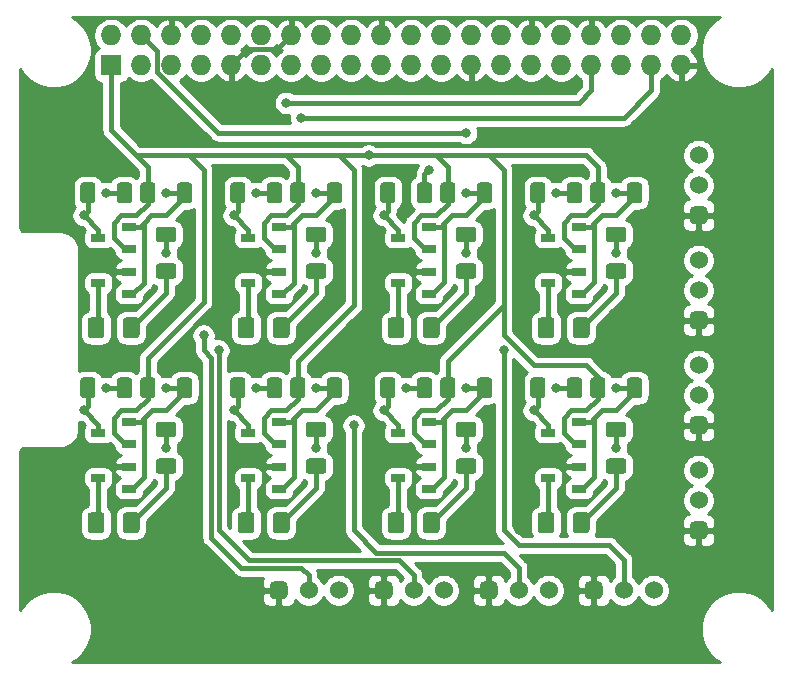
<source format=gbr>
%TF.GenerationSoftware,KiCad,Pcbnew,5.1.8+dfsg1-1+b1*%
%TF.CreationDate,2021-02-16T13:38:33-06:00*%
%TF.ProjectId,interrupt-hat,696e7465-7272-4757-9074-2d6861742e6b,A*%
%TF.SameCoordinates,Original*%
%TF.FileFunction,Copper,L1,Top*%
%TF.FilePolarity,Positive*%
%FSLAX46Y46*%
G04 Gerber Fmt 4.6, Leading zero omitted, Abs format (unit mm)*
G04 Created by KiCad (PCBNEW 5.1.8+dfsg1-1+b1) date 2021-02-16 13:38:33*
%MOMM*%
%LPD*%
G01*
G04 APERTURE LIST*
%TA.AperFunction,SMDPad,CuDef*%
%ADD10R,1.220000X0.650000*%
%TD*%
%TA.AperFunction,ComponentPad*%
%ADD11C,1.524000*%
%TD*%
%TA.AperFunction,ComponentPad*%
%ADD12O,1.727200X1.727200*%
%TD*%
%TA.AperFunction,ComponentPad*%
%ADD13R,1.727200X1.727200*%
%TD*%
%TA.AperFunction,ViaPad*%
%ADD14C,0.800000*%
%TD*%
%TA.AperFunction,Conductor*%
%ADD15C,0.381000*%
%TD*%
%TA.AperFunction,Conductor*%
%ADD16C,0.254000*%
%TD*%
%TA.AperFunction,Conductor*%
%ADD17C,0.100000*%
%TD*%
G04 APERTURE END LIST*
D10*
%TO.P,Q16,3*%
%TO.N,Net-(J8-Pad2)*%
X92670000Y-83185000D03*
%TO.P,Q16,2*%
%TO.N,SIG8*%
X95290000Y-82235000D03*
%TO.P,Q16,1*%
%TO.N,+3V3*%
X95290000Y-84135000D03*
%TD*%
%TO.P,Q15,3*%
%TO.N,Net-(J4-Pad2)*%
X92670000Y-66675000D03*
%TO.P,Q15,2*%
%TO.N,SIG4*%
X95290000Y-65725000D03*
%TO.P,Q15,1*%
%TO.N,+3V3*%
X95290000Y-67625000D03*
%TD*%
%TO.P,Q14,3*%
%TO.N,Net-(D8-Pad1)*%
X92670000Y-86995000D03*
%TO.P,Q14,2*%
%TO.N,GND*%
X95290000Y-86045000D03*
%TO.P,Q14,1*%
%TO.N,SIG8*%
X95290000Y-87945000D03*
%TD*%
%TO.P,Q13,3*%
%TO.N,Net-(D7-Pad1)*%
X79970000Y-86995000D03*
%TO.P,Q13,2*%
%TO.N,GND*%
X82590000Y-86045000D03*
%TO.P,Q13,1*%
%TO.N,SIG7*%
X82590000Y-87945000D03*
%TD*%
%TO.P,Q12,3*%
%TO.N,Net-(D6-Pad1)*%
X67270000Y-86995000D03*
%TO.P,Q12,2*%
%TO.N,GND*%
X69890000Y-86045000D03*
%TO.P,Q12,1*%
%TO.N,SIG6*%
X69890000Y-87945000D03*
%TD*%
%TO.P,Q11,3*%
%TO.N,Net-(D5-Pad1)*%
X54570000Y-86995000D03*
%TO.P,Q11,2*%
%TO.N,GND*%
X57190000Y-86045000D03*
%TO.P,Q11,1*%
%TO.N,SIG5*%
X57190000Y-87945000D03*
%TD*%
%TO.P,Q10,3*%
%TO.N,Net-(J7-Pad2)*%
X79970000Y-83185000D03*
%TO.P,Q10,2*%
%TO.N,SIG7*%
X82590000Y-82235000D03*
%TO.P,Q10,1*%
%TO.N,+3V3*%
X82590000Y-84135000D03*
%TD*%
%TO.P,Q9,3*%
%TO.N,Net-(J3-Pad2)*%
X79970000Y-66675000D03*
%TO.P,Q9,2*%
%TO.N,SIG3*%
X82590000Y-65725000D03*
%TO.P,Q9,1*%
%TO.N,+3V3*%
X82590000Y-67625000D03*
%TD*%
%TO.P,Q8,3*%
%TO.N,Net-(J6-Pad2)*%
X67270000Y-83185000D03*
%TO.P,Q8,2*%
%TO.N,SIG6*%
X69890000Y-82235000D03*
%TO.P,Q8,1*%
%TO.N,+3V3*%
X69890000Y-84135000D03*
%TD*%
%TO.P,Q7,3*%
%TO.N,Net-(J2-Pad2)*%
X67270000Y-66675000D03*
%TO.P,Q7,2*%
%TO.N,SIG2*%
X69890000Y-65725000D03*
%TO.P,Q7,1*%
%TO.N,+3V3*%
X69890000Y-67625000D03*
%TD*%
%TO.P,Q6,3*%
%TO.N,Net-(D4-Pad1)*%
X92670000Y-70485000D03*
%TO.P,Q6,2*%
%TO.N,GND*%
X95290000Y-69535000D03*
%TO.P,Q6,1*%
%TO.N,SIG4*%
X95290000Y-71435000D03*
%TD*%
%TO.P,Q5,3*%
%TO.N,Net-(D3-Pad1)*%
X79970000Y-70485000D03*
%TO.P,Q5,2*%
%TO.N,GND*%
X82590000Y-69535000D03*
%TO.P,Q5,1*%
%TO.N,SIG3*%
X82590000Y-71435000D03*
%TD*%
%TO.P,Q4,3*%
%TO.N,Net-(D2-Pad1)*%
X67270000Y-70485000D03*
%TO.P,Q4,2*%
%TO.N,GND*%
X69890000Y-69535000D03*
%TO.P,Q4,1*%
%TO.N,SIG2*%
X69890000Y-71435000D03*
%TD*%
%TO.P,Q3,3*%
%TO.N,Net-(D1-Pad1)*%
X54570000Y-70485000D03*
%TO.P,Q3,2*%
%TO.N,GND*%
X57190000Y-69535000D03*
%TO.P,Q3,1*%
%TO.N,SIG1*%
X57190000Y-71435000D03*
%TD*%
%TO.P,Q2,3*%
%TO.N,Net-(J5-Pad2)*%
X54570000Y-83185000D03*
%TO.P,Q2,2*%
%TO.N,SIG5*%
X57190000Y-82235000D03*
%TO.P,Q2,1*%
%TO.N,+3V3*%
X57190000Y-84135000D03*
%TD*%
%TO.P,Q1,3*%
%TO.N,Net-(J1-Pad2)*%
X54570000Y-66675000D03*
%TO.P,Q1,2*%
%TO.N,SIG1*%
X57190000Y-65725000D03*
%TO.P,Q1,1*%
%TO.N,+3V3*%
X57190000Y-67625000D03*
%TD*%
%TO.P,R1,2*%
%TO.N,+5V*%
%TA.AperFunction,SMDPad,CuDef*%
G36*
G01*
X56145000Y-63490001D02*
X56145000Y-62239999D01*
G75*
G02*
X56394999Y-61990000I249999J0D01*
G01*
X57195001Y-61990000D01*
G75*
G02*
X57445000Y-62239999I0J-249999D01*
G01*
X57445000Y-63490001D01*
G75*
G02*
X57195001Y-63740000I-249999J0D01*
G01*
X56394999Y-63740000D01*
G75*
G02*
X56145000Y-63490001I0J249999D01*
G01*
G37*
%TD.AperFunction*%
%TO.P,R1,1*%
%TO.N,Net-(J1-Pad2)*%
%TA.AperFunction,SMDPad,CuDef*%
G36*
G01*
X53045000Y-63490001D02*
X53045000Y-62239999D01*
G75*
G02*
X53294999Y-61990000I249999J0D01*
G01*
X54095001Y-61990000D01*
G75*
G02*
X54345000Y-62239999I0J-249999D01*
G01*
X54345000Y-63490001D01*
G75*
G02*
X54095001Y-63740000I-249999J0D01*
G01*
X53294999Y-63740000D01*
G75*
G02*
X53045000Y-63490001I0J249999D01*
G01*
G37*
%TD.AperFunction*%
%TD*%
%TO.P,R24,2*%
%TO.N,SIG8*%
%TA.AperFunction,SMDPad,CuDef*%
G36*
G01*
X99325000Y-80000001D02*
X99325000Y-78749999D01*
G75*
G02*
X99574999Y-78500000I249999J0D01*
G01*
X100375001Y-78500000D01*
G75*
G02*
X100625000Y-78749999I0J-249999D01*
G01*
X100625000Y-80000001D01*
G75*
G02*
X100375001Y-80250000I-249999J0D01*
G01*
X99574999Y-80250000D01*
G75*
G02*
X99325000Y-80000001I0J249999D01*
G01*
G37*
%TD.AperFunction*%
%TO.P,R24,1*%
%TO.N,+3V3*%
%TA.AperFunction,SMDPad,CuDef*%
G36*
G01*
X96225000Y-80000001D02*
X96225000Y-78749999D01*
G75*
G02*
X96474999Y-78500000I249999J0D01*
G01*
X97275001Y-78500000D01*
G75*
G02*
X97525000Y-78749999I0J-249999D01*
G01*
X97525000Y-80000001D01*
G75*
G02*
X97275001Y-80250000I-249999J0D01*
G01*
X96474999Y-80250000D01*
G75*
G02*
X96225000Y-80000001I0J249999D01*
G01*
G37*
%TD.AperFunction*%
%TD*%
%TO.P,R23,2*%
%TO.N,+5V*%
%TA.AperFunction,SMDPad,CuDef*%
G36*
G01*
X94245000Y-80000001D02*
X94245000Y-78749999D01*
G75*
G02*
X94494999Y-78500000I249999J0D01*
G01*
X95295001Y-78500000D01*
G75*
G02*
X95545000Y-78749999I0J-249999D01*
G01*
X95545000Y-80000001D01*
G75*
G02*
X95295001Y-80250000I-249999J0D01*
G01*
X94494999Y-80250000D01*
G75*
G02*
X94245000Y-80000001I0J249999D01*
G01*
G37*
%TD.AperFunction*%
%TO.P,R23,1*%
%TO.N,Net-(J8-Pad2)*%
%TA.AperFunction,SMDPad,CuDef*%
G36*
G01*
X91145000Y-80000001D02*
X91145000Y-78749999D01*
G75*
G02*
X91394999Y-78500000I249999J0D01*
G01*
X92195001Y-78500000D01*
G75*
G02*
X92445000Y-78749999I0J-249999D01*
G01*
X92445000Y-80000001D01*
G75*
G02*
X92195001Y-80250000I-249999J0D01*
G01*
X91394999Y-80250000D01*
G75*
G02*
X91145000Y-80000001I0J249999D01*
G01*
G37*
%TD.AperFunction*%
%TD*%
%TO.P,R22,2*%
%TO.N,SIG4*%
%TA.AperFunction,SMDPad,CuDef*%
G36*
G01*
X99325000Y-63490001D02*
X99325000Y-62239999D01*
G75*
G02*
X99574999Y-61990000I249999J0D01*
G01*
X100375001Y-61990000D01*
G75*
G02*
X100625000Y-62239999I0J-249999D01*
G01*
X100625000Y-63490001D01*
G75*
G02*
X100375001Y-63740000I-249999J0D01*
G01*
X99574999Y-63740000D01*
G75*
G02*
X99325000Y-63490001I0J249999D01*
G01*
G37*
%TD.AperFunction*%
%TO.P,R22,1*%
%TO.N,+3V3*%
%TA.AperFunction,SMDPad,CuDef*%
G36*
G01*
X96225000Y-63490001D02*
X96225000Y-62239999D01*
G75*
G02*
X96474999Y-61990000I249999J0D01*
G01*
X97275001Y-61990000D01*
G75*
G02*
X97525000Y-62239999I0J-249999D01*
G01*
X97525000Y-63490001D01*
G75*
G02*
X97275001Y-63740000I-249999J0D01*
G01*
X96474999Y-63740000D01*
G75*
G02*
X96225000Y-63490001I0J249999D01*
G01*
G37*
%TD.AperFunction*%
%TD*%
%TO.P,R21,2*%
%TO.N,+5V*%
%TA.AperFunction,SMDPad,CuDef*%
G36*
G01*
X94245000Y-63490001D02*
X94245000Y-62239999D01*
G75*
G02*
X94494999Y-61990000I249999J0D01*
G01*
X95295001Y-61990000D01*
G75*
G02*
X95545000Y-62239999I0J-249999D01*
G01*
X95545000Y-63490001D01*
G75*
G02*
X95295001Y-63740000I-249999J0D01*
G01*
X94494999Y-63740000D01*
G75*
G02*
X94245000Y-63490001I0J249999D01*
G01*
G37*
%TD.AperFunction*%
%TO.P,R21,1*%
%TO.N,Net-(J4-Pad2)*%
%TA.AperFunction,SMDPad,CuDef*%
G36*
G01*
X91145000Y-63490001D02*
X91145000Y-62239999D01*
G75*
G02*
X91394999Y-61990000I249999J0D01*
G01*
X92195001Y-61990000D01*
G75*
G02*
X92445000Y-62239999I0J-249999D01*
G01*
X92445000Y-63490001D01*
G75*
G02*
X92195001Y-63740000I-249999J0D01*
G01*
X91394999Y-63740000D01*
G75*
G02*
X91145000Y-63490001I0J249999D01*
G01*
G37*
%TD.AperFunction*%
%TD*%
%TO.P,R20,2*%
%TO.N,Net-(D8-Pad2)*%
%TA.AperFunction,SMDPad,CuDef*%
G36*
G01*
X97799999Y-85355000D02*
X99050001Y-85355000D01*
G75*
G02*
X99300000Y-85604999I0J-249999D01*
G01*
X99300000Y-86405001D01*
G75*
G02*
X99050001Y-86655000I-249999J0D01*
G01*
X97799999Y-86655000D01*
G75*
G02*
X97550000Y-86405001I0J249999D01*
G01*
X97550000Y-85604999D01*
G75*
G02*
X97799999Y-85355000I249999J0D01*
G01*
G37*
%TD.AperFunction*%
%TO.P,R20,1*%
%TO.N,+5V*%
%TA.AperFunction,SMDPad,CuDef*%
G36*
G01*
X97799999Y-82255000D02*
X99050001Y-82255000D01*
G75*
G02*
X99300000Y-82504999I0J-249999D01*
G01*
X99300000Y-83305001D01*
G75*
G02*
X99050001Y-83555000I-249999J0D01*
G01*
X97799999Y-83555000D01*
G75*
G02*
X97550000Y-83305001I0J249999D01*
G01*
X97550000Y-82504999D01*
G75*
G02*
X97799999Y-82255000I249999J0D01*
G01*
G37*
%TD.AperFunction*%
%TD*%
%TO.P,R19,2*%
%TO.N,Net-(D7-Pad2)*%
%TA.AperFunction,SMDPad,CuDef*%
G36*
G01*
X85099999Y-85355000D02*
X86350001Y-85355000D01*
G75*
G02*
X86600000Y-85604999I0J-249999D01*
G01*
X86600000Y-86405001D01*
G75*
G02*
X86350001Y-86655000I-249999J0D01*
G01*
X85099999Y-86655000D01*
G75*
G02*
X84850000Y-86405001I0J249999D01*
G01*
X84850000Y-85604999D01*
G75*
G02*
X85099999Y-85355000I249999J0D01*
G01*
G37*
%TD.AperFunction*%
%TO.P,R19,1*%
%TO.N,+5V*%
%TA.AperFunction,SMDPad,CuDef*%
G36*
G01*
X85099999Y-82255000D02*
X86350001Y-82255000D01*
G75*
G02*
X86600000Y-82504999I0J-249999D01*
G01*
X86600000Y-83305001D01*
G75*
G02*
X86350001Y-83555000I-249999J0D01*
G01*
X85099999Y-83555000D01*
G75*
G02*
X84850000Y-83305001I0J249999D01*
G01*
X84850000Y-82504999D01*
G75*
G02*
X85099999Y-82255000I249999J0D01*
G01*
G37*
%TD.AperFunction*%
%TD*%
%TO.P,R18,2*%
%TO.N,Net-(D6-Pad2)*%
%TA.AperFunction,SMDPad,CuDef*%
G36*
G01*
X72399999Y-85355000D02*
X73650001Y-85355000D01*
G75*
G02*
X73900000Y-85604999I0J-249999D01*
G01*
X73900000Y-86405001D01*
G75*
G02*
X73650001Y-86655000I-249999J0D01*
G01*
X72399999Y-86655000D01*
G75*
G02*
X72150000Y-86405001I0J249999D01*
G01*
X72150000Y-85604999D01*
G75*
G02*
X72399999Y-85355000I249999J0D01*
G01*
G37*
%TD.AperFunction*%
%TO.P,R18,1*%
%TO.N,+5V*%
%TA.AperFunction,SMDPad,CuDef*%
G36*
G01*
X72399999Y-82255000D02*
X73650001Y-82255000D01*
G75*
G02*
X73900000Y-82504999I0J-249999D01*
G01*
X73900000Y-83305001D01*
G75*
G02*
X73650001Y-83555000I-249999J0D01*
G01*
X72399999Y-83555000D01*
G75*
G02*
X72150000Y-83305001I0J249999D01*
G01*
X72150000Y-82504999D01*
G75*
G02*
X72399999Y-82255000I249999J0D01*
G01*
G37*
%TD.AperFunction*%
%TD*%
%TO.P,R17,2*%
%TO.N,Net-(D5-Pad2)*%
%TA.AperFunction,SMDPad,CuDef*%
G36*
G01*
X59699999Y-85355000D02*
X60950001Y-85355000D01*
G75*
G02*
X61200000Y-85604999I0J-249999D01*
G01*
X61200000Y-86405001D01*
G75*
G02*
X60950001Y-86655000I-249999J0D01*
G01*
X59699999Y-86655000D01*
G75*
G02*
X59450000Y-86405001I0J249999D01*
G01*
X59450000Y-85604999D01*
G75*
G02*
X59699999Y-85355000I249999J0D01*
G01*
G37*
%TD.AperFunction*%
%TO.P,R17,1*%
%TO.N,+5V*%
%TA.AperFunction,SMDPad,CuDef*%
G36*
G01*
X59699999Y-82255000D02*
X60950001Y-82255000D01*
G75*
G02*
X61200000Y-82504999I0J-249999D01*
G01*
X61200000Y-83305001D01*
G75*
G02*
X60950001Y-83555000I-249999J0D01*
G01*
X59699999Y-83555000D01*
G75*
G02*
X59450000Y-83305001I0J249999D01*
G01*
X59450000Y-82504999D01*
G75*
G02*
X59699999Y-82255000I249999J0D01*
G01*
G37*
%TD.AperFunction*%
%TD*%
%TO.P,R16,2*%
%TO.N,SIG7*%
%TA.AperFunction,SMDPad,CuDef*%
G36*
G01*
X86625000Y-80000001D02*
X86625000Y-78749999D01*
G75*
G02*
X86874999Y-78500000I249999J0D01*
G01*
X87675001Y-78500000D01*
G75*
G02*
X87925000Y-78749999I0J-249999D01*
G01*
X87925000Y-80000001D01*
G75*
G02*
X87675001Y-80250000I-249999J0D01*
G01*
X86874999Y-80250000D01*
G75*
G02*
X86625000Y-80000001I0J249999D01*
G01*
G37*
%TD.AperFunction*%
%TO.P,R16,1*%
%TO.N,+3V3*%
%TA.AperFunction,SMDPad,CuDef*%
G36*
G01*
X83525000Y-80000001D02*
X83525000Y-78749999D01*
G75*
G02*
X83774999Y-78500000I249999J0D01*
G01*
X84575001Y-78500000D01*
G75*
G02*
X84825000Y-78749999I0J-249999D01*
G01*
X84825000Y-80000001D01*
G75*
G02*
X84575001Y-80250000I-249999J0D01*
G01*
X83774999Y-80250000D01*
G75*
G02*
X83525000Y-80000001I0J249999D01*
G01*
G37*
%TD.AperFunction*%
%TD*%
%TO.P,R15,2*%
%TO.N,+5V*%
%TA.AperFunction,SMDPad,CuDef*%
G36*
G01*
X81545000Y-80000001D02*
X81545000Y-78749999D01*
G75*
G02*
X81794999Y-78500000I249999J0D01*
G01*
X82595001Y-78500000D01*
G75*
G02*
X82845000Y-78749999I0J-249999D01*
G01*
X82845000Y-80000001D01*
G75*
G02*
X82595001Y-80250000I-249999J0D01*
G01*
X81794999Y-80250000D01*
G75*
G02*
X81545000Y-80000001I0J249999D01*
G01*
G37*
%TD.AperFunction*%
%TO.P,R15,1*%
%TO.N,Net-(J7-Pad2)*%
%TA.AperFunction,SMDPad,CuDef*%
G36*
G01*
X78445000Y-80000001D02*
X78445000Y-78749999D01*
G75*
G02*
X78694999Y-78500000I249999J0D01*
G01*
X79495001Y-78500000D01*
G75*
G02*
X79745000Y-78749999I0J-249999D01*
G01*
X79745000Y-80000001D01*
G75*
G02*
X79495001Y-80250000I-249999J0D01*
G01*
X78694999Y-80250000D01*
G75*
G02*
X78445000Y-80000001I0J249999D01*
G01*
G37*
%TD.AperFunction*%
%TD*%
%TO.P,R14,2*%
%TO.N,SIG3*%
%TA.AperFunction,SMDPad,CuDef*%
G36*
G01*
X86625000Y-63490001D02*
X86625000Y-62239999D01*
G75*
G02*
X86874999Y-61990000I249999J0D01*
G01*
X87675001Y-61990000D01*
G75*
G02*
X87925000Y-62239999I0J-249999D01*
G01*
X87925000Y-63490001D01*
G75*
G02*
X87675001Y-63740000I-249999J0D01*
G01*
X86874999Y-63740000D01*
G75*
G02*
X86625000Y-63490001I0J249999D01*
G01*
G37*
%TD.AperFunction*%
%TO.P,R14,1*%
%TO.N,+3V3*%
%TA.AperFunction,SMDPad,CuDef*%
G36*
G01*
X83525000Y-63490001D02*
X83525000Y-62239999D01*
G75*
G02*
X83774999Y-61990000I249999J0D01*
G01*
X84575001Y-61990000D01*
G75*
G02*
X84825000Y-62239999I0J-249999D01*
G01*
X84825000Y-63490001D01*
G75*
G02*
X84575001Y-63740000I-249999J0D01*
G01*
X83774999Y-63740000D01*
G75*
G02*
X83525000Y-63490001I0J249999D01*
G01*
G37*
%TD.AperFunction*%
%TD*%
%TO.P,R13,2*%
%TO.N,+5V*%
%TA.AperFunction,SMDPad,CuDef*%
G36*
G01*
X81545000Y-63490001D02*
X81545000Y-62239999D01*
G75*
G02*
X81794999Y-61990000I249999J0D01*
G01*
X82595001Y-61990000D01*
G75*
G02*
X82845000Y-62239999I0J-249999D01*
G01*
X82845000Y-63490001D01*
G75*
G02*
X82595001Y-63740000I-249999J0D01*
G01*
X81794999Y-63740000D01*
G75*
G02*
X81545000Y-63490001I0J249999D01*
G01*
G37*
%TD.AperFunction*%
%TO.P,R13,1*%
%TO.N,Net-(J3-Pad2)*%
%TA.AperFunction,SMDPad,CuDef*%
G36*
G01*
X78445000Y-63490001D02*
X78445000Y-62239999D01*
G75*
G02*
X78694999Y-61990000I249999J0D01*
G01*
X79495001Y-61990000D01*
G75*
G02*
X79745000Y-62239999I0J-249999D01*
G01*
X79745000Y-63490001D01*
G75*
G02*
X79495001Y-63740000I-249999J0D01*
G01*
X78694999Y-63740000D01*
G75*
G02*
X78445000Y-63490001I0J249999D01*
G01*
G37*
%TD.AperFunction*%
%TD*%
%TO.P,R12,2*%
%TO.N,SIG6*%
%TA.AperFunction,SMDPad,CuDef*%
G36*
G01*
X73925000Y-80000001D02*
X73925000Y-78749999D01*
G75*
G02*
X74174999Y-78500000I249999J0D01*
G01*
X74975001Y-78500000D01*
G75*
G02*
X75225000Y-78749999I0J-249999D01*
G01*
X75225000Y-80000001D01*
G75*
G02*
X74975001Y-80250000I-249999J0D01*
G01*
X74174999Y-80250000D01*
G75*
G02*
X73925000Y-80000001I0J249999D01*
G01*
G37*
%TD.AperFunction*%
%TO.P,R12,1*%
%TO.N,+3V3*%
%TA.AperFunction,SMDPad,CuDef*%
G36*
G01*
X70825000Y-80000001D02*
X70825000Y-78749999D01*
G75*
G02*
X71074999Y-78500000I249999J0D01*
G01*
X71875001Y-78500000D01*
G75*
G02*
X72125000Y-78749999I0J-249999D01*
G01*
X72125000Y-80000001D01*
G75*
G02*
X71875001Y-80250000I-249999J0D01*
G01*
X71074999Y-80250000D01*
G75*
G02*
X70825000Y-80000001I0J249999D01*
G01*
G37*
%TD.AperFunction*%
%TD*%
%TO.P,R11,2*%
%TO.N,+5V*%
%TA.AperFunction,SMDPad,CuDef*%
G36*
G01*
X68845000Y-80000001D02*
X68845000Y-78749999D01*
G75*
G02*
X69094999Y-78500000I249999J0D01*
G01*
X69895001Y-78500000D01*
G75*
G02*
X70145000Y-78749999I0J-249999D01*
G01*
X70145000Y-80000001D01*
G75*
G02*
X69895001Y-80250000I-249999J0D01*
G01*
X69094999Y-80250000D01*
G75*
G02*
X68845000Y-80000001I0J249999D01*
G01*
G37*
%TD.AperFunction*%
%TO.P,R11,1*%
%TO.N,Net-(J6-Pad2)*%
%TA.AperFunction,SMDPad,CuDef*%
G36*
G01*
X65745000Y-80000001D02*
X65745000Y-78749999D01*
G75*
G02*
X65994999Y-78500000I249999J0D01*
G01*
X66795001Y-78500000D01*
G75*
G02*
X67045000Y-78749999I0J-249999D01*
G01*
X67045000Y-80000001D01*
G75*
G02*
X66795001Y-80250000I-249999J0D01*
G01*
X65994999Y-80250000D01*
G75*
G02*
X65745000Y-80000001I0J249999D01*
G01*
G37*
%TD.AperFunction*%
%TD*%
%TO.P,R10,2*%
%TO.N,SIG2*%
%TA.AperFunction,SMDPad,CuDef*%
G36*
G01*
X73925000Y-63490001D02*
X73925000Y-62239999D01*
G75*
G02*
X74174999Y-61990000I249999J0D01*
G01*
X74975001Y-61990000D01*
G75*
G02*
X75225000Y-62239999I0J-249999D01*
G01*
X75225000Y-63490001D01*
G75*
G02*
X74975001Y-63740000I-249999J0D01*
G01*
X74174999Y-63740000D01*
G75*
G02*
X73925000Y-63490001I0J249999D01*
G01*
G37*
%TD.AperFunction*%
%TO.P,R10,1*%
%TO.N,+3V3*%
%TA.AperFunction,SMDPad,CuDef*%
G36*
G01*
X70825000Y-63490001D02*
X70825000Y-62239999D01*
G75*
G02*
X71074999Y-61990000I249999J0D01*
G01*
X71875001Y-61990000D01*
G75*
G02*
X72125000Y-62239999I0J-249999D01*
G01*
X72125000Y-63490001D01*
G75*
G02*
X71875001Y-63740000I-249999J0D01*
G01*
X71074999Y-63740000D01*
G75*
G02*
X70825000Y-63490001I0J249999D01*
G01*
G37*
%TD.AperFunction*%
%TD*%
%TO.P,R9,2*%
%TO.N,+5V*%
%TA.AperFunction,SMDPad,CuDef*%
G36*
G01*
X68845000Y-63490001D02*
X68845000Y-62239999D01*
G75*
G02*
X69094999Y-61990000I249999J0D01*
G01*
X69895001Y-61990000D01*
G75*
G02*
X70145000Y-62239999I0J-249999D01*
G01*
X70145000Y-63490001D01*
G75*
G02*
X69895001Y-63740000I-249999J0D01*
G01*
X69094999Y-63740000D01*
G75*
G02*
X68845000Y-63490001I0J249999D01*
G01*
G37*
%TD.AperFunction*%
%TO.P,R9,1*%
%TO.N,Net-(J2-Pad2)*%
%TA.AperFunction,SMDPad,CuDef*%
G36*
G01*
X65745000Y-63490001D02*
X65745000Y-62239999D01*
G75*
G02*
X65994999Y-61990000I249999J0D01*
G01*
X66795001Y-61990000D01*
G75*
G02*
X67045000Y-62239999I0J-249999D01*
G01*
X67045000Y-63490001D01*
G75*
G02*
X66795001Y-63740000I-249999J0D01*
G01*
X65994999Y-63740000D01*
G75*
G02*
X65745000Y-63490001I0J249999D01*
G01*
G37*
%TD.AperFunction*%
%TD*%
%TO.P,R8,2*%
%TO.N,Net-(D4-Pad2)*%
%TA.AperFunction,SMDPad,CuDef*%
G36*
G01*
X97799999Y-68845000D02*
X99050001Y-68845000D01*
G75*
G02*
X99300000Y-69094999I0J-249999D01*
G01*
X99300000Y-69895001D01*
G75*
G02*
X99050001Y-70145000I-249999J0D01*
G01*
X97799999Y-70145000D01*
G75*
G02*
X97550000Y-69895001I0J249999D01*
G01*
X97550000Y-69094999D01*
G75*
G02*
X97799999Y-68845000I249999J0D01*
G01*
G37*
%TD.AperFunction*%
%TO.P,R8,1*%
%TO.N,+5V*%
%TA.AperFunction,SMDPad,CuDef*%
G36*
G01*
X97799999Y-65745000D02*
X99050001Y-65745000D01*
G75*
G02*
X99300000Y-65994999I0J-249999D01*
G01*
X99300000Y-66795001D01*
G75*
G02*
X99050001Y-67045000I-249999J0D01*
G01*
X97799999Y-67045000D01*
G75*
G02*
X97550000Y-66795001I0J249999D01*
G01*
X97550000Y-65994999D01*
G75*
G02*
X97799999Y-65745000I249999J0D01*
G01*
G37*
%TD.AperFunction*%
%TD*%
%TO.P,R7,2*%
%TO.N,Net-(D3-Pad2)*%
%TA.AperFunction,SMDPad,CuDef*%
G36*
G01*
X85099999Y-68845000D02*
X86350001Y-68845000D01*
G75*
G02*
X86600000Y-69094999I0J-249999D01*
G01*
X86600000Y-69895001D01*
G75*
G02*
X86350001Y-70145000I-249999J0D01*
G01*
X85099999Y-70145000D01*
G75*
G02*
X84850000Y-69895001I0J249999D01*
G01*
X84850000Y-69094999D01*
G75*
G02*
X85099999Y-68845000I249999J0D01*
G01*
G37*
%TD.AperFunction*%
%TO.P,R7,1*%
%TO.N,+5V*%
%TA.AperFunction,SMDPad,CuDef*%
G36*
G01*
X85099999Y-65745000D02*
X86350001Y-65745000D01*
G75*
G02*
X86600000Y-65994999I0J-249999D01*
G01*
X86600000Y-66795001D01*
G75*
G02*
X86350001Y-67045000I-249999J0D01*
G01*
X85099999Y-67045000D01*
G75*
G02*
X84850000Y-66795001I0J249999D01*
G01*
X84850000Y-65994999D01*
G75*
G02*
X85099999Y-65745000I249999J0D01*
G01*
G37*
%TD.AperFunction*%
%TD*%
%TO.P,R6,2*%
%TO.N,Net-(D2-Pad2)*%
%TA.AperFunction,SMDPad,CuDef*%
G36*
G01*
X72399999Y-68845000D02*
X73650001Y-68845000D01*
G75*
G02*
X73900000Y-69094999I0J-249999D01*
G01*
X73900000Y-69895001D01*
G75*
G02*
X73650001Y-70145000I-249999J0D01*
G01*
X72399999Y-70145000D01*
G75*
G02*
X72150000Y-69895001I0J249999D01*
G01*
X72150000Y-69094999D01*
G75*
G02*
X72399999Y-68845000I249999J0D01*
G01*
G37*
%TD.AperFunction*%
%TO.P,R6,1*%
%TO.N,+5V*%
%TA.AperFunction,SMDPad,CuDef*%
G36*
G01*
X72399999Y-65745000D02*
X73650001Y-65745000D01*
G75*
G02*
X73900000Y-65994999I0J-249999D01*
G01*
X73900000Y-66795001D01*
G75*
G02*
X73650001Y-67045000I-249999J0D01*
G01*
X72399999Y-67045000D01*
G75*
G02*
X72150000Y-66795001I0J249999D01*
G01*
X72150000Y-65994999D01*
G75*
G02*
X72399999Y-65745000I249999J0D01*
G01*
G37*
%TD.AperFunction*%
%TD*%
%TO.P,R5,2*%
%TO.N,Net-(D1-Pad2)*%
%TA.AperFunction,SMDPad,CuDef*%
G36*
G01*
X59699999Y-68845000D02*
X60950001Y-68845000D01*
G75*
G02*
X61200000Y-69094999I0J-249999D01*
G01*
X61200000Y-69895001D01*
G75*
G02*
X60950001Y-70145000I-249999J0D01*
G01*
X59699999Y-70145000D01*
G75*
G02*
X59450000Y-69895001I0J249999D01*
G01*
X59450000Y-69094999D01*
G75*
G02*
X59699999Y-68845000I249999J0D01*
G01*
G37*
%TD.AperFunction*%
%TO.P,R5,1*%
%TO.N,+5V*%
%TA.AperFunction,SMDPad,CuDef*%
G36*
G01*
X59699999Y-65745000D02*
X60950001Y-65745000D01*
G75*
G02*
X61200000Y-65994999I0J-249999D01*
G01*
X61200000Y-66795001D01*
G75*
G02*
X60950001Y-67045000I-249999J0D01*
G01*
X59699999Y-67045000D01*
G75*
G02*
X59450000Y-66795001I0J249999D01*
G01*
X59450000Y-65994999D01*
G75*
G02*
X59699999Y-65745000I249999J0D01*
G01*
G37*
%TD.AperFunction*%
%TD*%
%TO.P,R4,2*%
%TO.N,SIG5*%
%TA.AperFunction,SMDPad,CuDef*%
G36*
G01*
X61225000Y-80000001D02*
X61225000Y-78749999D01*
G75*
G02*
X61474999Y-78500000I249999J0D01*
G01*
X62275001Y-78500000D01*
G75*
G02*
X62525000Y-78749999I0J-249999D01*
G01*
X62525000Y-80000001D01*
G75*
G02*
X62275001Y-80250000I-249999J0D01*
G01*
X61474999Y-80250000D01*
G75*
G02*
X61225000Y-80000001I0J249999D01*
G01*
G37*
%TD.AperFunction*%
%TO.P,R4,1*%
%TO.N,+3V3*%
%TA.AperFunction,SMDPad,CuDef*%
G36*
G01*
X58125000Y-80000001D02*
X58125000Y-78749999D01*
G75*
G02*
X58374999Y-78500000I249999J0D01*
G01*
X59175001Y-78500000D01*
G75*
G02*
X59425000Y-78749999I0J-249999D01*
G01*
X59425000Y-80000001D01*
G75*
G02*
X59175001Y-80250000I-249999J0D01*
G01*
X58374999Y-80250000D01*
G75*
G02*
X58125000Y-80000001I0J249999D01*
G01*
G37*
%TD.AperFunction*%
%TD*%
%TO.P,R3,2*%
%TO.N,+5V*%
%TA.AperFunction,SMDPad,CuDef*%
G36*
G01*
X56145000Y-80000001D02*
X56145000Y-78749999D01*
G75*
G02*
X56394999Y-78500000I249999J0D01*
G01*
X57195001Y-78500000D01*
G75*
G02*
X57445000Y-78749999I0J-249999D01*
G01*
X57445000Y-80000001D01*
G75*
G02*
X57195001Y-80250000I-249999J0D01*
G01*
X56394999Y-80250000D01*
G75*
G02*
X56145000Y-80000001I0J249999D01*
G01*
G37*
%TD.AperFunction*%
%TO.P,R3,1*%
%TO.N,Net-(J5-Pad2)*%
%TA.AperFunction,SMDPad,CuDef*%
G36*
G01*
X53045000Y-80000001D02*
X53045000Y-78749999D01*
G75*
G02*
X53294999Y-78500000I249999J0D01*
G01*
X54095001Y-78500000D01*
G75*
G02*
X54345000Y-78749999I0J-249999D01*
G01*
X54345000Y-80000001D01*
G75*
G02*
X54095001Y-80250000I-249999J0D01*
G01*
X53294999Y-80250000D01*
G75*
G02*
X53045000Y-80000001I0J249999D01*
G01*
G37*
%TD.AperFunction*%
%TD*%
%TO.P,R2,2*%
%TO.N,SIG1*%
%TA.AperFunction,SMDPad,CuDef*%
G36*
G01*
X61225000Y-63490001D02*
X61225000Y-62239999D01*
G75*
G02*
X61474999Y-61990000I249999J0D01*
G01*
X62275001Y-61990000D01*
G75*
G02*
X62525000Y-62239999I0J-249999D01*
G01*
X62525000Y-63490001D01*
G75*
G02*
X62275001Y-63740000I-249999J0D01*
G01*
X61474999Y-63740000D01*
G75*
G02*
X61225000Y-63490001I0J249999D01*
G01*
G37*
%TD.AperFunction*%
%TO.P,R2,1*%
%TO.N,+3V3*%
%TA.AperFunction,SMDPad,CuDef*%
G36*
G01*
X58125000Y-63490001D02*
X58125000Y-62239999D01*
G75*
G02*
X58374999Y-61990000I249999J0D01*
G01*
X59175001Y-61990000D01*
G75*
G02*
X59425000Y-62239999I0J-249999D01*
G01*
X59425000Y-63490001D01*
G75*
G02*
X59175001Y-63740000I-249999J0D01*
G01*
X58374999Y-63740000D01*
G75*
G02*
X58125000Y-63490001I0J249999D01*
G01*
G37*
%TD.AperFunction*%
%TD*%
%TO.P,D8,2*%
%TO.N,Net-(D8-Pad2)*%
%TA.AperFunction,SMDPad,CuDef*%
G36*
G01*
X94755000Y-91430000D02*
X94755000Y-90180000D01*
G75*
G02*
X95005000Y-89930000I250000J0D01*
G01*
X95930000Y-89930000D01*
G75*
G02*
X96180000Y-90180000I0J-250000D01*
G01*
X96180000Y-91430000D01*
G75*
G02*
X95930000Y-91680000I-250000J0D01*
G01*
X95005000Y-91680000D01*
G75*
G02*
X94755000Y-91430000I0J250000D01*
G01*
G37*
%TD.AperFunction*%
%TO.P,D8,1*%
%TO.N,Net-(D8-Pad1)*%
%TA.AperFunction,SMDPad,CuDef*%
G36*
G01*
X91780000Y-91430000D02*
X91780000Y-90180000D01*
G75*
G02*
X92030000Y-89930000I250000J0D01*
G01*
X92955000Y-89930000D01*
G75*
G02*
X93205000Y-90180000I0J-250000D01*
G01*
X93205000Y-91430000D01*
G75*
G02*
X92955000Y-91680000I-250000J0D01*
G01*
X92030000Y-91680000D01*
G75*
G02*
X91780000Y-91430000I0J250000D01*
G01*
G37*
%TD.AperFunction*%
%TD*%
%TO.P,D7,2*%
%TO.N,Net-(D7-Pad2)*%
%TA.AperFunction,SMDPad,CuDef*%
G36*
G01*
X82055000Y-91430000D02*
X82055000Y-90180000D01*
G75*
G02*
X82305000Y-89930000I250000J0D01*
G01*
X83230000Y-89930000D01*
G75*
G02*
X83480000Y-90180000I0J-250000D01*
G01*
X83480000Y-91430000D01*
G75*
G02*
X83230000Y-91680000I-250000J0D01*
G01*
X82305000Y-91680000D01*
G75*
G02*
X82055000Y-91430000I0J250000D01*
G01*
G37*
%TD.AperFunction*%
%TO.P,D7,1*%
%TO.N,Net-(D7-Pad1)*%
%TA.AperFunction,SMDPad,CuDef*%
G36*
G01*
X79080000Y-91430000D02*
X79080000Y-90180000D01*
G75*
G02*
X79330000Y-89930000I250000J0D01*
G01*
X80255000Y-89930000D01*
G75*
G02*
X80505000Y-90180000I0J-250000D01*
G01*
X80505000Y-91430000D01*
G75*
G02*
X80255000Y-91680000I-250000J0D01*
G01*
X79330000Y-91680000D01*
G75*
G02*
X79080000Y-91430000I0J250000D01*
G01*
G37*
%TD.AperFunction*%
%TD*%
%TO.P,D6,2*%
%TO.N,Net-(D6-Pad2)*%
%TA.AperFunction,SMDPad,CuDef*%
G36*
G01*
X69355000Y-91430000D02*
X69355000Y-90180000D01*
G75*
G02*
X69605000Y-89930000I250000J0D01*
G01*
X70530000Y-89930000D01*
G75*
G02*
X70780000Y-90180000I0J-250000D01*
G01*
X70780000Y-91430000D01*
G75*
G02*
X70530000Y-91680000I-250000J0D01*
G01*
X69605000Y-91680000D01*
G75*
G02*
X69355000Y-91430000I0J250000D01*
G01*
G37*
%TD.AperFunction*%
%TO.P,D6,1*%
%TO.N,Net-(D6-Pad1)*%
%TA.AperFunction,SMDPad,CuDef*%
G36*
G01*
X66380000Y-91430000D02*
X66380000Y-90180000D01*
G75*
G02*
X66630000Y-89930000I250000J0D01*
G01*
X67555000Y-89930000D01*
G75*
G02*
X67805000Y-90180000I0J-250000D01*
G01*
X67805000Y-91430000D01*
G75*
G02*
X67555000Y-91680000I-250000J0D01*
G01*
X66630000Y-91680000D01*
G75*
G02*
X66380000Y-91430000I0J250000D01*
G01*
G37*
%TD.AperFunction*%
%TD*%
%TO.P,D5,2*%
%TO.N,Net-(D5-Pad2)*%
%TA.AperFunction,SMDPad,CuDef*%
G36*
G01*
X56655000Y-91430000D02*
X56655000Y-90180000D01*
G75*
G02*
X56905000Y-89930000I250000J0D01*
G01*
X57830000Y-89930000D01*
G75*
G02*
X58080000Y-90180000I0J-250000D01*
G01*
X58080000Y-91430000D01*
G75*
G02*
X57830000Y-91680000I-250000J0D01*
G01*
X56905000Y-91680000D01*
G75*
G02*
X56655000Y-91430000I0J250000D01*
G01*
G37*
%TD.AperFunction*%
%TO.P,D5,1*%
%TO.N,Net-(D5-Pad1)*%
%TA.AperFunction,SMDPad,CuDef*%
G36*
G01*
X53680000Y-91430000D02*
X53680000Y-90180000D01*
G75*
G02*
X53930000Y-89930000I250000J0D01*
G01*
X54855000Y-89930000D01*
G75*
G02*
X55105000Y-90180000I0J-250000D01*
G01*
X55105000Y-91430000D01*
G75*
G02*
X54855000Y-91680000I-250000J0D01*
G01*
X53930000Y-91680000D01*
G75*
G02*
X53680000Y-91430000I0J250000D01*
G01*
G37*
%TD.AperFunction*%
%TD*%
%TO.P,D4,2*%
%TO.N,Net-(D4-Pad2)*%
%TA.AperFunction,SMDPad,CuDef*%
G36*
G01*
X94755000Y-74920000D02*
X94755000Y-73670000D01*
G75*
G02*
X95005000Y-73420000I250000J0D01*
G01*
X95930000Y-73420000D01*
G75*
G02*
X96180000Y-73670000I0J-250000D01*
G01*
X96180000Y-74920000D01*
G75*
G02*
X95930000Y-75170000I-250000J0D01*
G01*
X95005000Y-75170000D01*
G75*
G02*
X94755000Y-74920000I0J250000D01*
G01*
G37*
%TD.AperFunction*%
%TO.P,D4,1*%
%TO.N,Net-(D4-Pad1)*%
%TA.AperFunction,SMDPad,CuDef*%
G36*
G01*
X91780000Y-74920000D02*
X91780000Y-73670000D01*
G75*
G02*
X92030000Y-73420000I250000J0D01*
G01*
X92955000Y-73420000D01*
G75*
G02*
X93205000Y-73670000I0J-250000D01*
G01*
X93205000Y-74920000D01*
G75*
G02*
X92955000Y-75170000I-250000J0D01*
G01*
X92030000Y-75170000D01*
G75*
G02*
X91780000Y-74920000I0J250000D01*
G01*
G37*
%TD.AperFunction*%
%TD*%
%TO.P,D3,2*%
%TO.N,Net-(D3-Pad2)*%
%TA.AperFunction,SMDPad,CuDef*%
G36*
G01*
X82055000Y-74920000D02*
X82055000Y-73670000D01*
G75*
G02*
X82305000Y-73420000I250000J0D01*
G01*
X83230000Y-73420000D01*
G75*
G02*
X83480000Y-73670000I0J-250000D01*
G01*
X83480000Y-74920000D01*
G75*
G02*
X83230000Y-75170000I-250000J0D01*
G01*
X82305000Y-75170000D01*
G75*
G02*
X82055000Y-74920000I0J250000D01*
G01*
G37*
%TD.AperFunction*%
%TO.P,D3,1*%
%TO.N,Net-(D3-Pad1)*%
%TA.AperFunction,SMDPad,CuDef*%
G36*
G01*
X79080000Y-74920000D02*
X79080000Y-73670000D01*
G75*
G02*
X79330000Y-73420000I250000J0D01*
G01*
X80255000Y-73420000D01*
G75*
G02*
X80505000Y-73670000I0J-250000D01*
G01*
X80505000Y-74920000D01*
G75*
G02*
X80255000Y-75170000I-250000J0D01*
G01*
X79330000Y-75170000D01*
G75*
G02*
X79080000Y-74920000I0J250000D01*
G01*
G37*
%TD.AperFunction*%
%TD*%
%TO.P,D2,2*%
%TO.N,Net-(D2-Pad2)*%
%TA.AperFunction,SMDPad,CuDef*%
G36*
G01*
X69355000Y-74920000D02*
X69355000Y-73670000D01*
G75*
G02*
X69605000Y-73420000I250000J0D01*
G01*
X70530000Y-73420000D01*
G75*
G02*
X70780000Y-73670000I0J-250000D01*
G01*
X70780000Y-74920000D01*
G75*
G02*
X70530000Y-75170000I-250000J0D01*
G01*
X69605000Y-75170000D01*
G75*
G02*
X69355000Y-74920000I0J250000D01*
G01*
G37*
%TD.AperFunction*%
%TO.P,D2,1*%
%TO.N,Net-(D2-Pad1)*%
%TA.AperFunction,SMDPad,CuDef*%
G36*
G01*
X66380000Y-74920000D02*
X66380000Y-73670000D01*
G75*
G02*
X66630000Y-73420000I250000J0D01*
G01*
X67555000Y-73420000D01*
G75*
G02*
X67805000Y-73670000I0J-250000D01*
G01*
X67805000Y-74920000D01*
G75*
G02*
X67555000Y-75170000I-250000J0D01*
G01*
X66630000Y-75170000D01*
G75*
G02*
X66380000Y-74920000I0J250000D01*
G01*
G37*
%TD.AperFunction*%
%TD*%
%TO.P,D1,2*%
%TO.N,Net-(D1-Pad2)*%
%TA.AperFunction,SMDPad,CuDef*%
G36*
G01*
X56655000Y-74920000D02*
X56655000Y-73670000D01*
G75*
G02*
X56905000Y-73420000I250000J0D01*
G01*
X57830000Y-73420000D01*
G75*
G02*
X58080000Y-73670000I0J-250000D01*
G01*
X58080000Y-74920000D01*
G75*
G02*
X57830000Y-75170000I-250000J0D01*
G01*
X56905000Y-75170000D01*
G75*
G02*
X56655000Y-74920000I0J250000D01*
G01*
G37*
%TD.AperFunction*%
%TO.P,D1,1*%
%TO.N,Net-(D1-Pad1)*%
%TA.AperFunction,SMDPad,CuDef*%
G36*
G01*
X53680000Y-74920000D02*
X53680000Y-73670000D01*
G75*
G02*
X53930000Y-73420000I250000J0D01*
G01*
X54855000Y-73420000D01*
G75*
G02*
X55105000Y-73670000I0J-250000D01*
G01*
X55105000Y-74920000D01*
G75*
G02*
X54855000Y-75170000I-250000J0D01*
G01*
X53930000Y-75170000D01*
G75*
G02*
X53680000Y-74920000I0J250000D01*
G01*
G37*
%TD.AperFunction*%
%TD*%
D11*
%TO.P,J8,3*%
%TO.N,+5V*%
X105410000Y-59690000D03*
%TO.P,J8,2*%
%TO.N,Net-(J8-Pad2)*%
X105410000Y-62230000D03*
%TO.P,J8,1*%
%TO.N,GND*%
%TA.AperFunction,ComponentPad*%
G36*
G01*
X105791000Y-65532000D02*
X105029000Y-65532000D01*
G75*
G02*
X104648000Y-65151000I0J381000D01*
G01*
X104648000Y-64389000D01*
G75*
G02*
X105029000Y-64008000I381000J0D01*
G01*
X105791000Y-64008000D01*
G75*
G02*
X106172000Y-64389000I0J-381000D01*
G01*
X106172000Y-65151000D01*
G75*
G02*
X105791000Y-65532000I-381000J0D01*
G01*
G37*
%TD.AperFunction*%
%TD*%
%TO.P,J7,3*%
%TO.N,+5V*%
X105410000Y-68580000D03*
%TO.P,J7,2*%
%TO.N,Net-(J7-Pad2)*%
X105410000Y-71120000D03*
%TO.P,J7,1*%
%TO.N,GND*%
%TA.AperFunction,ComponentPad*%
G36*
G01*
X105791000Y-74422000D02*
X105029000Y-74422000D01*
G75*
G02*
X104648000Y-74041000I0J381000D01*
G01*
X104648000Y-73279000D01*
G75*
G02*
X105029000Y-72898000I381000J0D01*
G01*
X105791000Y-72898000D01*
G75*
G02*
X106172000Y-73279000I0J-381000D01*
G01*
X106172000Y-74041000D01*
G75*
G02*
X105791000Y-74422000I-381000J0D01*
G01*
G37*
%TD.AperFunction*%
%TD*%
%TO.P,J6,3*%
%TO.N,+5V*%
X105410000Y-77470000D03*
%TO.P,J6,2*%
%TO.N,Net-(J6-Pad2)*%
X105410000Y-80010000D03*
%TO.P,J6,1*%
%TO.N,GND*%
%TA.AperFunction,ComponentPad*%
G36*
G01*
X105791000Y-83312000D02*
X105029000Y-83312000D01*
G75*
G02*
X104648000Y-82931000I0J381000D01*
G01*
X104648000Y-82169000D01*
G75*
G02*
X105029000Y-81788000I381000J0D01*
G01*
X105791000Y-81788000D01*
G75*
G02*
X106172000Y-82169000I0J-381000D01*
G01*
X106172000Y-82931000D01*
G75*
G02*
X105791000Y-83312000I-381000J0D01*
G01*
G37*
%TD.AperFunction*%
%TD*%
%TO.P,J5,3*%
%TO.N,+5V*%
X105410000Y-86360000D03*
%TO.P,J5,2*%
%TO.N,Net-(J5-Pad2)*%
X105410000Y-88900000D03*
%TO.P,J5,1*%
%TO.N,GND*%
%TA.AperFunction,ComponentPad*%
G36*
G01*
X105791000Y-92202000D02*
X105029000Y-92202000D01*
G75*
G02*
X104648000Y-91821000I0J381000D01*
G01*
X104648000Y-91059000D01*
G75*
G02*
X105029000Y-90678000I381000J0D01*
G01*
X105791000Y-90678000D01*
G75*
G02*
X106172000Y-91059000I0J-381000D01*
G01*
X106172000Y-91821000D01*
G75*
G02*
X105791000Y-92202000I-381000J0D01*
G01*
G37*
%TD.AperFunction*%
%TD*%
%TO.P,J4,3*%
%TO.N,+5V*%
X101600000Y-96520000D03*
%TO.P,J4,2*%
%TO.N,Net-(J4-Pad2)*%
X99060000Y-96520000D03*
%TO.P,J4,1*%
%TO.N,GND*%
%TA.AperFunction,ComponentPad*%
G36*
G01*
X95758000Y-96901000D02*
X95758000Y-96139000D01*
G75*
G02*
X96139000Y-95758000I381000J0D01*
G01*
X96901000Y-95758000D01*
G75*
G02*
X97282000Y-96139000I0J-381000D01*
G01*
X97282000Y-96901000D01*
G75*
G02*
X96901000Y-97282000I-381000J0D01*
G01*
X96139000Y-97282000D01*
G75*
G02*
X95758000Y-96901000I0J381000D01*
G01*
G37*
%TD.AperFunction*%
%TD*%
%TO.P,J3,3*%
%TO.N,+5V*%
X92710000Y-96520000D03*
%TO.P,J3,2*%
%TO.N,Net-(J3-Pad2)*%
X90170000Y-96520000D03*
%TO.P,J3,1*%
%TO.N,GND*%
%TA.AperFunction,ComponentPad*%
G36*
G01*
X86868000Y-96901000D02*
X86868000Y-96139000D01*
G75*
G02*
X87249000Y-95758000I381000J0D01*
G01*
X88011000Y-95758000D01*
G75*
G02*
X88392000Y-96139000I0J-381000D01*
G01*
X88392000Y-96901000D01*
G75*
G02*
X88011000Y-97282000I-381000J0D01*
G01*
X87249000Y-97282000D01*
G75*
G02*
X86868000Y-96901000I0J381000D01*
G01*
G37*
%TD.AperFunction*%
%TD*%
%TO.P,J2,3*%
%TO.N,+5V*%
X83820000Y-96520000D03*
%TO.P,J2,2*%
%TO.N,Net-(J2-Pad2)*%
X81280000Y-96520000D03*
%TO.P,J2,1*%
%TO.N,GND*%
%TA.AperFunction,ComponentPad*%
G36*
G01*
X77978000Y-96901000D02*
X77978000Y-96139000D01*
G75*
G02*
X78359000Y-95758000I381000J0D01*
G01*
X79121000Y-95758000D01*
G75*
G02*
X79502000Y-96139000I0J-381000D01*
G01*
X79502000Y-96901000D01*
G75*
G02*
X79121000Y-97282000I-381000J0D01*
G01*
X78359000Y-97282000D01*
G75*
G02*
X77978000Y-96901000I0J381000D01*
G01*
G37*
%TD.AperFunction*%
%TD*%
%TO.P,J1,3*%
%TO.N,+5V*%
X74930000Y-96520000D03*
%TO.P,J1,2*%
%TO.N,Net-(J1-Pad2)*%
X72390000Y-96520000D03*
%TO.P,J1,1*%
%TO.N,GND*%
%TA.AperFunction,ComponentPad*%
G36*
G01*
X69088000Y-96901000D02*
X69088000Y-96139000D01*
G75*
G02*
X69469000Y-95758000I381000J0D01*
G01*
X70231000Y-95758000D01*
G75*
G02*
X70612000Y-96139000I0J-381000D01*
G01*
X70612000Y-96901000D01*
G75*
G02*
X70231000Y-97282000I-381000J0D01*
G01*
X69469000Y-97282000D01*
G75*
G02*
X69088000Y-96901000I0J381000D01*
G01*
G37*
%TD.AperFunction*%
%TD*%
D12*
%TO.P,J0,40*%
%TO.N,N/C*%
X103930000Y-49530000D03*
%TO.P,J0,39*%
%TO.N,GND*%
X103930000Y-52070000D03*
%TO.P,J0,38*%
%TO.N,N/C*%
X101390000Y-49530000D03*
%TO.P,J0,37*%
%TO.N,SIG6*%
X101390000Y-52070000D03*
%TO.P,J0,36*%
%TO.N,N/C*%
X98850000Y-49530000D03*
%TO.P,J0,35*%
X98850000Y-52070000D03*
%TO.P,J0,34*%
%TO.N,GND*%
X96310000Y-49530000D03*
%TO.P,J0,33*%
%TO.N,SIG5*%
X96310000Y-52070000D03*
%TO.P,J0,32*%
%TO.N,N/C*%
X93770000Y-49530000D03*
%TO.P,J0,31*%
%TO.N,SIG4*%
X93770000Y-52070000D03*
%TO.P,J0,30*%
%TO.N,GND*%
X91230000Y-49530000D03*
%TO.P,J0,29*%
%TO.N,SIG3*%
X91230000Y-52070000D03*
%TO.P,J0,28*%
%TO.N,N/C*%
X88690000Y-49530000D03*
%TO.P,J0,27*%
X88690000Y-52070000D03*
%TO.P,J0,26*%
X86150000Y-49530000D03*
%TO.P,J0,25*%
%TO.N,GND*%
X86150000Y-52070000D03*
%TO.P,J0,24*%
%TO.N,N/C*%
X83610000Y-49530000D03*
%TO.P,J0,23*%
X83610000Y-52070000D03*
%TO.P,J0,22*%
X81070000Y-49530000D03*
%TO.P,J0,21*%
X81070000Y-52070000D03*
%TO.P,J0,20*%
%TO.N,GND*%
X78530000Y-49530000D03*
%TO.P,J0,19*%
%TO.N,N/C*%
X78530000Y-52070000D03*
%TO.P,J0,18*%
%TO.N,SIG8*%
X75990000Y-49530000D03*
%TO.P,J0,17*%
%TO.N,+3V3*%
X75990000Y-52070000D03*
%TO.P,J0,16*%
%TO.N,SIG7*%
X73450000Y-49530000D03*
%TO.P,J0,15*%
%TO.N,SIG2*%
X73450000Y-52070000D03*
%TO.P,J0,14*%
%TO.N,GND*%
X70910000Y-49530000D03*
%TO.P,J0,13*%
%TO.N,N/C*%
X70910000Y-52070000D03*
%TO.P,J0,12*%
X68370000Y-49530000D03*
%TO.P,J0,11*%
%TO.N,SIG1*%
X68370000Y-52070000D03*
%TO.P,J0,10*%
%TO.N,N/C*%
X65830000Y-49530000D03*
%TO.P,J0,9*%
%TO.N,GND*%
X65830000Y-52070000D03*
%TO.P,J0,8*%
%TO.N,N/C*%
X63290000Y-49530000D03*
%TO.P,J0,7*%
X63290000Y-52070000D03*
%TO.P,J0,6*%
%TO.N,GND*%
X60750000Y-49530000D03*
%TO.P,J0,5*%
%TO.N,N/C*%
X60750000Y-52070000D03*
%TO.P,J0,4*%
%TO.N,+5V*%
X58210000Y-49530000D03*
%TO.P,J0,3*%
%TO.N,N/C*%
X58210000Y-52070000D03*
%TO.P,J0,2*%
%TO.N,+5V*%
X55670000Y-49530000D03*
D13*
%TO.P,J0,1*%
%TO.N,+3V3*%
X55670000Y-52070000D03*
%TD*%
D14*
%TO.N,GND*%
X87630000Y-91440000D03*
X64770000Y-60960000D03*
X90170000Y-91440000D03*
%TO.N,+3V3*%
X77470000Y-59690000D03*
%TO.N,+5V*%
X93345000Y-62865000D03*
X98425000Y-67945000D03*
X85725000Y-67945000D03*
X73025000Y-67945000D03*
X67945000Y-62865000D03*
X60325000Y-67945000D03*
X55245000Y-62865000D03*
X55245000Y-79375000D03*
X60325000Y-84455000D03*
X67945000Y-79375000D03*
X73025000Y-84455000D03*
X80645000Y-79375000D03*
X93345000Y-79375000D03*
X98425000Y-84455000D03*
X85725000Y-84455000D03*
X85725000Y-57785000D03*
X82550000Y-60960000D03*
%TO.N,Net-(J1-Pad2)*%
X53340000Y-64770000D03*
X63500000Y-74930000D03*
%TO.N,Net-(J2-Pad2)*%
X66040000Y-64770000D03*
X64770000Y-76200000D03*
%TO.N,Net-(J3-Pad2)*%
X78740000Y-64770000D03*
X76200000Y-82550000D03*
%TO.N,Net-(J4-Pad2)*%
X91440000Y-64770000D03*
X88900000Y-76200000D03*
%TO.N,Net-(J5-Pad2)*%
X53340000Y-81280000D03*
%TO.N,Net-(J6-Pad2)*%
X66040000Y-81280000D03*
%TO.N,Net-(J7-Pad2)*%
X78740000Y-81280000D03*
%TO.N,Net-(J8-Pad2)*%
X91440000Y-81280000D03*
%TO.N,SIG1*%
X60325000Y-62865000D03*
%TO.N,SIG5*%
X60325000Y-79375000D03*
X70485000Y-55245000D03*
%TO.N,SIG2*%
X73025000Y-62865000D03*
%TO.N,SIG3*%
X85725000Y-62865000D03*
%TO.N,SIG4*%
X98425000Y-62865000D03*
%TO.N,SIG6*%
X73025000Y-79375000D03*
X71755000Y-56515000D03*
%TO.N,SIG7*%
X85725000Y-79375000D03*
%TO.N,SIG8*%
X98425000Y-79375000D03*
%TD*%
D15*
%TO.N,Net-(D1-Pad2)*%
X60325000Y-71337500D02*
X57367500Y-74295000D01*
X60325000Y-69495000D02*
X60325000Y-71337500D01*
%TO.N,Net-(D1-Pad1)*%
X54570000Y-74117500D02*
X54392500Y-74295000D01*
X54570000Y-70485000D02*
X54570000Y-74117500D01*
%TO.N,Net-(D2-Pad2)*%
X73025000Y-71337500D02*
X70067500Y-74295000D01*
X73025000Y-69495000D02*
X73025000Y-71337500D01*
%TO.N,Net-(D2-Pad1)*%
X67270000Y-74117500D02*
X67092500Y-74295000D01*
X67270000Y-70485000D02*
X67270000Y-74117500D01*
%TO.N,Net-(D3-Pad2)*%
X85725000Y-71337500D02*
X82767500Y-74295000D01*
X85725000Y-69495000D02*
X85725000Y-71337500D01*
%TO.N,Net-(D3-Pad1)*%
X79970000Y-74117500D02*
X79792500Y-74295000D01*
X79970000Y-70485000D02*
X79970000Y-74117500D01*
%TO.N,Net-(D4-Pad2)*%
X98425000Y-71337500D02*
X95467500Y-74295000D01*
X98425000Y-69495000D02*
X98425000Y-71337500D01*
%TO.N,Net-(D4-Pad1)*%
X92670000Y-74117500D02*
X92492500Y-74295000D01*
X92670000Y-70485000D02*
X92670000Y-74117500D01*
%TO.N,Net-(D5-Pad2)*%
X60325000Y-87847500D02*
X57367500Y-90805000D01*
X60325000Y-86005000D02*
X60325000Y-87847500D01*
%TO.N,Net-(D5-Pad1)*%
X54570000Y-90627500D02*
X54392500Y-90805000D01*
X54570000Y-86995000D02*
X54570000Y-90627500D01*
%TO.N,Net-(D6-Pad2)*%
X73025000Y-87847500D02*
X70067500Y-90805000D01*
X73025000Y-86005000D02*
X73025000Y-87847500D01*
%TO.N,Net-(D6-Pad1)*%
X67270000Y-90627500D02*
X67092500Y-90805000D01*
X67270000Y-86995000D02*
X67270000Y-90627500D01*
%TO.N,Net-(D7-Pad2)*%
X85725000Y-87847500D02*
X82767500Y-90805000D01*
X85725000Y-86005000D02*
X85725000Y-87847500D01*
%TO.N,Net-(D7-Pad1)*%
X79970000Y-90627500D02*
X79792500Y-90805000D01*
X79970000Y-86995000D02*
X79970000Y-90627500D01*
%TO.N,Net-(D8-Pad2)*%
X98425000Y-87847500D02*
X95467500Y-90805000D01*
X98425000Y-86005000D02*
X98425000Y-87847500D01*
%TO.N,Net-(D8-Pad1)*%
X92670000Y-90627500D02*
X92492500Y-90805000D01*
X92670000Y-86995000D02*
X92670000Y-90627500D01*
%TO.N,GND*%
X67188899Y-50711101D02*
X65830000Y-52070000D01*
X69728899Y-50711101D02*
X67188899Y-50711101D01*
X70910000Y-49530000D02*
X69728899Y-50711101D01*
%TO.N,+3V3*%
X83185000Y-64770000D02*
X81915000Y-64770000D01*
X81280000Y-65405000D02*
X81280000Y-66675000D01*
X84175000Y-62865000D02*
X84175000Y-63505000D01*
X81915000Y-64770000D02*
X81280000Y-65405000D01*
X81280000Y-66675000D02*
X82230000Y-67625000D01*
X82230000Y-67625000D02*
X82590000Y-67625000D01*
X84175000Y-63780000D02*
X83185000Y-64770000D01*
X95885000Y-64770000D02*
X94615000Y-64770000D01*
X93980000Y-65405000D02*
X93980000Y-66675000D01*
X96875000Y-62865000D02*
X96875000Y-63505000D01*
X94615000Y-64770000D02*
X93980000Y-65405000D01*
X93980000Y-66675000D02*
X94930000Y-67625000D01*
X94930000Y-67625000D02*
X95290000Y-67625000D01*
X96875000Y-63780000D02*
X95885000Y-64770000D01*
X95885000Y-81280000D02*
X94615000Y-81280000D01*
X93980000Y-81915000D02*
X93980000Y-83185000D01*
X96875000Y-79375000D02*
X96875000Y-80015000D01*
X94615000Y-81280000D02*
X93980000Y-81915000D01*
X93980000Y-83185000D02*
X94930000Y-84135000D01*
X94930000Y-84135000D02*
X95290000Y-84135000D01*
X96875000Y-80290000D02*
X95885000Y-81280000D01*
X83185000Y-81280000D02*
X81915000Y-81280000D01*
X81280000Y-81915000D02*
X81280000Y-83185000D01*
X84175000Y-79375000D02*
X84175000Y-80015000D01*
X81915000Y-81280000D02*
X81280000Y-81915000D01*
X81280000Y-83185000D02*
X82230000Y-84135000D01*
X82230000Y-84135000D02*
X82590000Y-84135000D01*
X84175000Y-80290000D02*
X83185000Y-81280000D01*
X70485000Y-81280000D02*
X69215000Y-81280000D01*
X68580000Y-81915000D02*
X68580000Y-83185000D01*
X71475000Y-79375000D02*
X71475000Y-80015000D01*
X69215000Y-81280000D02*
X68580000Y-81915000D01*
X68580000Y-83185000D02*
X69530000Y-84135000D01*
X69530000Y-84135000D02*
X69890000Y-84135000D01*
X71475000Y-80290000D02*
X70485000Y-81280000D01*
X57785000Y-81280000D02*
X56515000Y-81280000D01*
X55880000Y-81915000D02*
X55880000Y-83185000D01*
X58775000Y-79375000D02*
X58775000Y-80015000D01*
X56515000Y-81280000D02*
X55880000Y-81915000D01*
X55880000Y-83185000D02*
X56830000Y-84135000D01*
X56830000Y-84135000D02*
X57190000Y-84135000D01*
X58775000Y-80290000D02*
X57785000Y-81280000D01*
X70485000Y-64770000D02*
X69215000Y-64770000D01*
X68580000Y-65405000D02*
X68580000Y-66675000D01*
X69215000Y-64770000D02*
X68580000Y-65405000D01*
X68580000Y-66675000D02*
X69530000Y-67625000D01*
X69530000Y-67625000D02*
X69890000Y-67625000D01*
X71475000Y-63780000D02*
X70485000Y-64770000D01*
X96875000Y-60680000D02*
X95885000Y-59690000D01*
X96875000Y-62865000D02*
X96875000Y-60680000D01*
X55670000Y-52070000D02*
X55670000Y-52495000D01*
X58775000Y-76837564D02*
X58775000Y-79375000D01*
X63500000Y-72112564D02*
X58775000Y-76837564D01*
X62230000Y-59690000D02*
X63500000Y-60960000D01*
X57785000Y-59690000D02*
X62230000Y-59690000D01*
X63500000Y-60960000D02*
X63500000Y-72112564D01*
X55670000Y-57575000D02*
X57785000Y-59690000D01*
X55670000Y-52070000D02*
X55670000Y-57575000D01*
X58775000Y-60680000D02*
X57785000Y-59690000D01*
X58775000Y-62865000D02*
X58775000Y-60680000D01*
X71475000Y-62865000D02*
X71475000Y-60680000D01*
X70485000Y-59690000D02*
X62230000Y-59690000D01*
X71475000Y-60680000D02*
X70485000Y-59690000D01*
X76200000Y-52280000D02*
X75990000Y-52070000D01*
X71475000Y-77115000D02*
X76200000Y-72390000D01*
X71475000Y-79375000D02*
X71475000Y-77115000D01*
X84175000Y-60680000D02*
X83185000Y-59690000D01*
X84175000Y-62865000D02*
X84175000Y-60680000D01*
X83185000Y-59690000D02*
X77470000Y-59690000D01*
X95885000Y-59690000D02*
X87630000Y-59690000D01*
X87630000Y-59690000D02*
X83185000Y-59690000D01*
X88900000Y-72390000D02*
X84175000Y-77115000D01*
X84175000Y-77115000D02*
X84175000Y-79375000D01*
X88900000Y-60960000D02*
X88900000Y-72390000D01*
X87630000Y-59690000D02*
X88900000Y-60960000D01*
X88900000Y-72390000D02*
X88900000Y-74295000D01*
X76200000Y-72390000D02*
X76200000Y-60960000D01*
X76200000Y-60960000D02*
X74930000Y-59690000D01*
X74930000Y-59690000D02*
X77470000Y-59690000D01*
X70485000Y-59690000D02*
X74930000Y-59690000D01*
X96875000Y-79375000D02*
X96875000Y-78460000D01*
X96875000Y-78460000D02*
X95885000Y-77470000D01*
X95885000Y-77470000D02*
X91440000Y-77470000D01*
X88900000Y-74930000D02*
X88900000Y-74295000D01*
X91440000Y-77470000D02*
X88900000Y-74930000D01*
X71475000Y-63780000D02*
X71475000Y-62865000D01*
X58775000Y-63780000D02*
X57785000Y-64770000D01*
X56830000Y-67625000D02*
X57190000Y-67625000D01*
X55880000Y-66675000D02*
X56830000Y-67625000D01*
X56515000Y-64770000D02*
X55880000Y-65405000D01*
X55880000Y-65405000D02*
X55880000Y-66675000D01*
X57785000Y-64770000D02*
X56515000Y-64770000D01*
X58775000Y-62865000D02*
X58775000Y-63780000D01*
X84175000Y-62865000D02*
X84175000Y-63780000D01*
X96875000Y-62865000D02*
X96875000Y-63780000D01*
X96875000Y-79375000D02*
X96875000Y-80290000D01*
X84175000Y-79375000D02*
X84175000Y-80290000D01*
X71475000Y-79375000D02*
X71475000Y-80290000D01*
X58775000Y-79375000D02*
X58775000Y-80290000D01*
%TO.N,+5V*%
X60325000Y-66395000D02*
X59970000Y-66040000D01*
X94895000Y-62865000D02*
X93345000Y-62865000D01*
X98425000Y-66395000D02*
X98425000Y-67945000D01*
X85725000Y-66395000D02*
X85725000Y-67945000D01*
X73025000Y-66395000D02*
X73025000Y-67945000D01*
X69495000Y-62865000D02*
X67945000Y-62865000D01*
X60325000Y-66395000D02*
X60325000Y-67945000D01*
X56795000Y-62865000D02*
X55245000Y-62865000D01*
X56795000Y-79375000D02*
X55245000Y-79375000D01*
X60325000Y-82905000D02*
X60325000Y-84455000D01*
X69495000Y-79375000D02*
X67945000Y-79375000D01*
X73025000Y-82905000D02*
X73025000Y-84455000D01*
X82195000Y-79375000D02*
X80645000Y-79375000D01*
X94895000Y-79375000D02*
X93345000Y-79375000D01*
X98425000Y-82905000D02*
X98425000Y-84455000D01*
X85725000Y-82905000D02*
X85725000Y-84455000D01*
X59568899Y-52636929D02*
X64716970Y-57785000D01*
X59568899Y-50888899D02*
X59568899Y-52636929D01*
X58210000Y-49530000D02*
X59568899Y-50888899D01*
X64716970Y-57785000D02*
X85725000Y-57785000D01*
X82195000Y-61315000D02*
X82550000Y-60960000D01*
X82195000Y-62865000D02*
X82195000Y-61315000D01*
%TO.N,Net-(J1-Pad2)*%
X53695000Y-64415000D02*
X53340000Y-64770000D01*
X53695000Y-62865000D02*
X53695000Y-64415000D01*
X54570000Y-66000000D02*
X53340000Y-64770000D01*
X54570000Y-66675000D02*
X54570000Y-66000000D01*
X72390000Y-95250000D02*
X72390000Y-96520000D01*
X71755000Y-94615000D02*
X72390000Y-95250000D01*
X63500000Y-74930000D02*
X63500000Y-76200000D01*
X63500000Y-76200000D02*
X64135000Y-76835000D01*
X64135000Y-76835000D02*
X64135000Y-92075000D01*
X64135000Y-92075000D02*
X66675000Y-94615000D01*
X66675000Y-94615000D02*
X71755000Y-94615000D01*
%TO.N,Net-(J2-Pad2)*%
X66395000Y-64415000D02*
X66040000Y-64770000D01*
X66395000Y-62865000D02*
X66395000Y-64415000D01*
X66040000Y-64770000D02*
X66040000Y-64770000D01*
X81280000Y-95250000D02*
X81280000Y-96520000D01*
X80010000Y-93980000D02*
X81280000Y-95250000D01*
X67310000Y-93980000D02*
X80010000Y-93980000D01*
X64770000Y-91440000D02*
X67310000Y-93980000D01*
X64770000Y-76200000D02*
X64770000Y-91440000D01*
X67270000Y-66000000D02*
X66040000Y-64770000D01*
X67270000Y-66675000D02*
X67270000Y-66000000D01*
%TO.N,Net-(J3-Pad2)*%
X79095000Y-64415000D02*
X78740000Y-64770000D01*
X79095000Y-62865000D02*
X79095000Y-64415000D01*
X76200000Y-91440000D02*
X78105000Y-93345000D01*
X78105000Y-93345000D02*
X88900000Y-93345000D01*
X88900000Y-93345000D02*
X90170000Y-94615000D01*
X90170000Y-94615000D02*
X90170000Y-96520000D01*
X76200000Y-82550000D02*
X76200000Y-91440000D01*
X79970000Y-66000000D02*
X78740000Y-64770000D01*
X79970000Y-66675000D02*
X79970000Y-66000000D01*
%TO.N,Net-(J4-Pad2)*%
X91795000Y-64415000D02*
X91440000Y-64770000D01*
X91795000Y-62865000D02*
X91795000Y-64415000D01*
X88900000Y-76200000D02*
X88900000Y-91440000D01*
X88900000Y-91440000D02*
X90170000Y-92710000D01*
X90170000Y-92710000D02*
X97790000Y-92710000D01*
X97790000Y-92710000D02*
X99060000Y-93980000D01*
X99060000Y-93980000D02*
X99060000Y-96520000D01*
X92670000Y-66000000D02*
X91440000Y-64770000D01*
X92670000Y-66675000D02*
X92670000Y-66000000D01*
%TO.N,Net-(J5-Pad2)*%
X53695000Y-80925000D02*
X53340000Y-81280000D01*
X53695000Y-79375000D02*
X53695000Y-80925000D01*
X54570000Y-82510000D02*
X53340000Y-81280000D01*
X54570000Y-83185000D02*
X54570000Y-82510000D01*
%TO.N,Net-(J6-Pad2)*%
X66395000Y-80925000D02*
X66040000Y-81280000D01*
X66395000Y-79375000D02*
X66395000Y-80925000D01*
X67270000Y-82510000D02*
X66040000Y-81280000D01*
X67270000Y-83185000D02*
X67270000Y-82510000D01*
%TO.N,Net-(J7-Pad2)*%
X79095000Y-80925000D02*
X78740000Y-81280000D01*
X79095000Y-79375000D02*
X79095000Y-80925000D01*
X79970000Y-82510000D02*
X78740000Y-81280000D01*
X79970000Y-83185000D02*
X79970000Y-82510000D01*
%TO.N,Net-(J8-Pad2)*%
X91795000Y-80925000D02*
X91440000Y-81280000D01*
X91795000Y-79375000D02*
X91795000Y-80925000D01*
X92670000Y-82510000D02*
X91440000Y-81280000D01*
X92670000Y-83185000D02*
X92670000Y-82510000D01*
%TO.N,SIG1*%
X61875000Y-62865000D02*
X60325000Y-62865000D01*
X61875000Y-62865000D02*
X61875000Y-63220000D01*
X61875000Y-63220000D02*
X60325000Y-64770000D01*
X60325000Y-64770000D02*
X59055000Y-64770000D01*
X59055000Y-64770000D02*
X58420000Y-65405000D01*
X58100000Y-65725000D02*
X58420000Y-65405000D01*
X57190000Y-65725000D02*
X58100000Y-65725000D01*
X57190000Y-71435000D02*
X57470000Y-71435000D01*
X57470000Y-71435000D02*
X58420000Y-70485000D01*
X58420000Y-70485000D02*
X58420000Y-65405000D01*
%TO.N,SIG5*%
X61875000Y-79375000D02*
X60325000Y-79375000D01*
X70485000Y-55245000D02*
X95250000Y-55245000D01*
X96310000Y-54185000D02*
X96310000Y-52070000D01*
X95250000Y-55245000D02*
X96310000Y-54185000D01*
X61875000Y-79375000D02*
X61875000Y-79730000D01*
X61875000Y-79730000D02*
X60325000Y-81280000D01*
X58181000Y-82235000D02*
X57190000Y-82235000D01*
X60325000Y-81280000D02*
X59136000Y-81280000D01*
X57190000Y-87945000D02*
X57470000Y-87945000D01*
X58460500Y-86954500D02*
X58460500Y-81955500D01*
X57470000Y-87945000D02*
X58460500Y-86954500D01*
X58460500Y-81955500D02*
X58181000Y-82235000D01*
X59136000Y-81280000D02*
X58460500Y-81955500D01*
%TO.N,SIG2*%
X74575000Y-62865000D02*
X73025000Y-62865000D01*
X74575000Y-62865000D02*
X74575000Y-63220000D01*
X74575000Y-63220000D02*
X73025000Y-64770000D01*
X70881000Y-65725000D02*
X69890000Y-65725000D01*
X73025000Y-64770000D02*
X71836000Y-64770000D01*
X69890000Y-71435000D02*
X70170000Y-71435000D01*
X70170000Y-71435000D02*
X71120000Y-70485000D01*
X71160500Y-65445500D02*
X70881000Y-65725000D01*
X71120000Y-65486000D02*
X71160500Y-65445500D01*
X71120000Y-70485000D02*
X71120000Y-65486000D01*
X71836000Y-64770000D02*
X71160500Y-65445500D01*
%TO.N,SIG3*%
X87275000Y-62865000D02*
X85725000Y-62865000D01*
X87275000Y-62865000D02*
X87275000Y-63220000D01*
X87275000Y-63220000D02*
X85725000Y-64770000D01*
X83581000Y-65725000D02*
X82590000Y-65725000D01*
X85725000Y-64770000D02*
X84536000Y-64770000D01*
X82590000Y-71435000D02*
X82870000Y-71435000D01*
X83860500Y-70444500D02*
X83860500Y-65445500D01*
X82870000Y-71435000D02*
X83860500Y-70444500D01*
X83860500Y-65445500D02*
X83581000Y-65725000D01*
X84536000Y-64770000D02*
X83860500Y-65445500D01*
%TO.N,SIG4*%
X99975000Y-62865000D02*
X98425000Y-62865000D01*
X99975000Y-62865000D02*
X99975000Y-63220000D01*
X99975000Y-63220000D02*
X98425000Y-64770000D01*
X96281000Y-65725000D02*
X95290000Y-65725000D01*
X98425000Y-64770000D02*
X97236000Y-64770000D01*
X95290000Y-71435000D02*
X95570000Y-71435000D01*
X96560500Y-70444500D02*
X96560500Y-65445500D01*
X95570000Y-71435000D02*
X96560500Y-70444500D01*
X96560500Y-65445500D02*
X96281000Y-65725000D01*
X97236000Y-64770000D02*
X96560500Y-65445500D01*
%TO.N,SIG6*%
X74575000Y-79375000D02*
X73025000Y-79375000D01*
X99060000Y-56515000D02*
X71755000Y-56515000D01*
X101390000Y-54185000D02*
X99060000Y-56515000D01*
X101390000Y-52070000D02*
X101390000Y-54185000D01*
X74575000Y-79375000D02*
X74575000Y-79730000D01*
X74575000Y-79730000D02*
X73025000Y-81280000D01*
X70881000Y-82235000D02*
X69890000Y-82235000D01*
X73025000Y-81280000D02*
X71836000Y-81280000D01*
X69890000Y-87945000D02*
X70170000Y-87945000D01*
X71160500Y-86954500D02*
X71160500Y-81955500D01*
X70170000Y-87945000D02*
X71160500Y-86954500D01*
X71160500Y-81955500D02*
X70881000Y-82235000D01*
X71836000Y-81280000D02*
X71160500Y-81955500D01*
%TO.N,SIG7*%
X87275000Y-79375000D02*
X85725000Y-79375000D01*
X87275000Y-79375000D02*
X87275000Y-79730000D01*
X87275000Y-79730000D02*
X85725000Y-81280000D01*
X85725000Y-81280000D02*
X84536000Y-81280000D01*
X83581000Y-82235000D02*
X82590000Y-82235000D01*
X83860500Y-86954500D02*
X83860500Y-81955500D01*
X82870000Y-87945000D02*
X83860500Y-86954500D01*
X82590000Y-87945000D02*
X82870000Y-87945000D01*
X83860500Y-81955500D02*
X83581000Y-82235000D01*
X84536000Y-81280000D02*
X83860500Y-81955500D01*
%TO.N,SIG8*%
X99975000Y-79375000D02*
X98425000Y-79375000D01*
X99975000Y-79375000D02*
X99975000Y-79730000D01*
X99975000Y-79730000D02*
X98425000Y-81280000D01*
X96281000Y-82235000D02*
X95290000Y-82235000D01*
X98425000Y-81280000D02*
X97236000Y-81280000D01*
X95290000Y-87945000D02*
X95570000Y-87945000D01*
X96560500Y-86954500D02*
X96560500Y-81955500D01*
X95570000Y-87945000D02*
X96560500Y-86954500D01*
X96560500Y-81955500D02*
X96281000Y-82235000D01*
X97236000Y-81280000D02*
X96560500Y-81955500D01*
%TD*%
D16*
%TO.N,GND*%
X106742907Y-48293425D02*
X106293425Y-48742907D01*
X105940270Y-49271442D01*
X105697012Y-49858719D01*
X105573000Y-50482168D01*
X105573000Y-51117832D01*
X105697012Y-51741281D01*
X105940270Y-52328558D01*
X106293425Y-52857093D01*
X106742907Y-53306575D01*
X107271442Y-53659730D01*
X107858719Y-53902988D01*
X108482168Y-54027000D01*
X109117832Y-54027000D01*
X109741281Y-53902988D01*
X110328558Y-53659730D01*
X110857093Y-53306575D01*
X111306575Y-52857093D01*
X111615000Y-52395501D01*
X111615001Y-98204500D01*
X111306575Y-97742907D01*
X110857093Y-97293425D01*
X110328558Y-96940270D01*
X109741281Y-96697012D01*
X109117832Y-96573000D01*
X108482168Y-96573000D01*
X107858719Y-96697012D01*
X107271442Y-96940270D01*
X106742907Y-97293425D01*
X106293425Y-97742907D01*
X105940270Y-98271442D01*
X105697012Y-98858719D01*
X105573000Y-99482168D01*
X105573000Y-100117832D01*
X105697012Y-100741281D01*
X105940270Y-101328558D01*
X106293425Y-101857093D01*
X106742907Y-102306575D01*
X107204499Y-102615000D01*
X52395501Y-102615000D01*
X52857093Y-102306575D01*
X53306575Y-101857093D01*
X53659730Y-101328558D01*
X53902988Y-100741281D01*
X54027000Y-100117832D01*
X54027000Y-99482168D01*
X53902988Y-98858719D01*
X53659730Y-98271442D01*
X53306575Y-97742907D01*
X52857093Y-97293425D01*
X52839995Y-97282000D01*
X68449928Y-97282000D01*
X68462188Y-97406482D01*
X68498498Y-97526180D01*
X68557463Y-97636494D01*
X68636815Y-97733185D01*
X68733506Y-97812537D01*
X68843820Y-97871502D01*
X68963518Y-97907812D01*
X69088000Y-97920072D01*
X69564250Y-97917000D01*
X69723000Y-97758250D01*
X69723000Y-96647000D01*
X68611750Y-96647000D01*
X68453000Y-96805750D01*
X68449928Y-97282000D01*
X52839995Y-97282000D01*
X52328558Y-96940270D01*
X51741281Y-96697012D01*
X51117832Y-96573000D01*
X50482168Y-96573000D01*
X49858719Y-96697012D01*
X49271442Y-96940270D01*
X48742907Y-97293425D01*
X48293425Y-97742907D01*
X47985000Y-98204499D01*
X47985000Y-90180000D01*
X53041928Y-90180000D01*
X53041928Y-91430000D01*
X53058992Y-91603254D01*
X53109528Y-91769850D01*
X53191595Y-91923386D01*
X53302038Y-92057962D01*
X53436614Y-92168405D01*
X53590150Y-92250472D01*
X53756746Y-92301008D01*
X53930000Y-92318072D01*
X54855000Y-92318072D01*
X55028254Y-92301008D01*
X55194850Y-92250472D01*
X55348386Y-92168405D01*
X55482962Y-92057962D01*
X55593405Y-91923386D01*
X55675472Y-91769850D01*
X55726008Y-91603254D01*
X55743072Y-91430000D01*
X55743072Y-90180000D01*
X55726008Y-90006746D01*
X55675472Y-89840150D01*
X55593405Y-89686614D01*
X55482962Y-89552038D01*
X55395500Y-89480260D01*
X55395500Y-87918202D01*
X55424180Y-87909502D01*
X55534494Y-87850537D01*
X55631185Y-87771185D01*
X55710537Y-87674494D01*
X55769502Y-87564180D01*
X55805812Y-87444482D01*
X55818072Y-87320000D01*
X55818072Y-86670000D01*
X55805812Y-86545518D01*
X55769502Y-86425820D01*
X55710537Y-86315506D01*
X55631185Y-86218815D01*
X55534494Y-86139463D01*
X55424180Y-86080498D01*
X55304482Y-86044188D01*
X55180000Y-86031928D01*
X53960000Y-86031928D01*
X53835518Y-86044188D01*
X53715820Y-86080498D01*
X53605506Y-86139463D01*
X53508815Y-86218815D01*
X53429463Y-86315506D01*
X53370498Y-86425820D01*
X53334188Y-86545518D01*
X53321928Y-86670000D01*
X53321928Y-87320000D01*
X53334188Y-87444482D01*
X53370498Y-87564180D01*
X53429463Y-87674494D01*
X53508815Y-87771185D01*
X53605506Y-87850537D01*
X53715820Y-87909502D01*
X53744500Y-87918202D01*
X53744501Y-89312707D01*
X53590150Y-89359528D01*
X53436614Y-89441595D01*
X53302038Y-89552038D01*
X53191595Y-89686614D01*
X53109528Y-89840150D01*
X53058992Y-90006746D01*
X53041928Y-90180000D01*
X47985000Y-90180000D01*
X47985000Y-84833505D01*
X47994222Y-84739453D01*
X48011805Y-84681214D01*
X48040366Y-84627499D01*
X48078816Y-84580354D01*
X48125691Y-84541576D01*
X48179204Y-84512642D01*
X48237323Y-84494651D01*
X48329145Y-84485000D01*
X51333647Y-84485000D01*
X51362955Y-84482113D01*
X51369066Y-84482156D01*
X51378585Y-84481223D01*
X51572682Y-84460822D01*
X51633496Y-84448339D01*
X51694481Y-84436705D01*
X51703637Y-84433941D01*
X51890075Y-84376229D01*
X51947279Y-84352182D01*
X52004873Y-84328913D01*
X52013317Y-84324423D01*
X52184994Y-84231598D01*
X52236468Y-84196878D01*
X52288418Y-84162883D01*
X52295829Y-84156839D01*
X52446207Y-84032435D01*
X52489973Y-83988362D01*
X52534311Y-83944943D01*
X52540408Y-83937574D01*
X52663758Y-83786332D01*
X52698126Y-83734603D01*
X52733191Y-83683392D01*
X52737739Y-83674981D01*
X52737740Y-83674980D01*
X52737742Y-83674976D01*
X52829366Y-83502657D01*
X52853022Y-83445261D01*
X52877482Y-83388193D01*
X52880310Y-83379056D01*
X52936719Y-83192220D01*
X52948780Y-83131310D01*
X52961686Y-83070591D01*
X52962686Y-83061079D01*
X52981731Y-82866845D01*
X52981731Y-82866837D01*
X52985000Y-82833647D01*
X52985000Y-82253230D01*
X53038102Y-82275226D01*
X53199996Y-82307428D01*
X53418529Y-82525962D01*
X53370498Y-82615820D01*
X53334188Y-82735518D01*
X53321928Y-82860000D01*
X53321928Y-83510000D01*
X53334188Y-83634482D01*
X53370498Y-83754180D01*
X53429463Y-83864494D01*
X53508815Y-83961185D01*
X53605506Y-84040537D01*
X53715820Y-84099502D01*
X53835518Y-84135812D01*
X53960000Y-84148072D01*
X55180000Y-84148072D01*
X55304482Y-84135812D01*
X55424180Y-84099502D01*
X55534494Y-84040537D01*
X55552954Y-84025387D01*
X55941928Y-84414361D01*
X55941928Y-84460000D01*
X55954188Y-84584482D01*
X55990498Y-84704180D01*
X56049463Y-84814494D01*
X56128815Y-84911185D01*
X56225506Y-84990537D01*
X56335820Y-85049502D01*
X56455518Y-85085812D01*
X56498041Y-85090000D01*
X56455518Y-85094188D01*
X56335820Y-85130498D01*
X56225506Y-85189463D01*
X56128815Y-85268815D01*
X56049463Y-85365506D01*
X55990498Y-85475820D01*
X55954188Y-85595518D01*
X55941928Y-85720000D01*
X55945000Y-85759250D01*
X56103750Y-85918000D01*
X57063000Y-85918000D01*
X57063000Y-85898000D01*
X57317000Y-85898000D01*
X57317000Y-85918000D01*
X57337000Y-85918000D01*
X57337000Y-86172000D01*
X57317000Y-86172000D01*
X57317000Y-86192000D01*
X57063000Y-86192000D01*
X57063000Y-86172000D01*
X56103750Y-86172000D01*
X55945000Y-86330750D01*
X55941928Y-86370000D01*
X55954188Y-86494482D01*
X55990498Y-86614180D01*
X56049463Y-86724494D01*
X56128815Y-86821185D01*
X56225506Y-86900537D01*
X56335820Y-86959502D01*
X56452841Y-86995000D01*
X56335820Y-87030498D01*
X56225506Y-87089463D01*
X56128815Y-87168815D01*
X56049463Y-87265506D01*
X55990498Y-87375820D01*
X55954188Y-87495518D01*
X55941928Y-87620000D01*
X55941928Y-88270000D01*
X55954188Y-88394482D01*
X55990498Y-88514180D01*
X56049463Y-88624494D01*
X56128815Y-88721185D01*
X56225506Y-88800537D01*
X56335820Y-88859502D01*
X56455518Y-88895812D01*
X56580000Y-88908072D01*
X57800000Y-88908072D01*
X57924482Y-88895812D01*
X58044180Y-88859502D01*
X58154494Y-88800537D01*
X58251185Y-88721185D01*
X58330537Y-88624494D01*
X58389502Y-88514180D01*
X58425812Y-88394482D01*
X58438072Y-88270000D01*
X58438072Y-88144361D01*
X59015546Y-87566888D01*
X59047041Y-87541041D01*
X59072889Y-87509545D01*
X59072892Y-87509542D01*
X59150199Y-87415343D01*
X59226853Y-87271934D01*
X59230182Y-87260959D01*
X59257578Y-87170647D01*
X59360149Y-87225472D01*
X59499501Y-87267744D01*
X59499501Y-87505565D01*
X57713139Y-89291928D01*
X56905000Y-89291928D01*
X56731746Y-89308992D01*
X56565150Y-89359528D01*
X56411614Y-89441595D01*
X56277038Y-89552038D01*
X56166595Y-89686614D01*
X56084528Y-89840150D01*
X56033992Y-90006746D01*
X56016928Y-90180000D01*
X56016928Y-91430000D01*
X56033992Y-91603254D01*
X56084528Y-91769850D01*
X56166595Y-91923386D01*
X56277038Y-92057962D01*
X56411614Y-92168405D01*
X56565150Y-92250472D01*
X56731746Y-92301008D01*
X56905000Y-92318072D01*
X57830000Y-92318072D01*
X58003254Y-92301008D01*
X58169850Y-92250472D01*
X58323386Y-92168405D01*
X58457962Y-92057962D01*
X58568405Y-91923386D01*
X58650472Y-91769850D01*
X58701008Y-91603254D01*
X58718072Y-91430000D01*
X58718072Y-90621861D01*
X60880045Y-88459889D01*
X60911541Y-88434041D01*
X60937389Y-88402545D01*
X60937392Y-88402542D01*
X61014699Y-88308343D01*
X61091353Y-88164934D01*
X61108980Y-88106826D01*
X61138556Y-88009326D01*
X61150500Y-87888053D01*
X61150500Y-87888051D01*
X61154494Y-87847500D01*
X61150500Y-87806950D01*
X61150500Y-87267743D01*
X61289851Y-87225472D01*
X61443387Y-87143405D01*
X61577962Y-87032962D01*
X61688405Y-86898387D01*
X61770472Y-86744851D01*
X61821008Y-86578255D01*
X61838072Y-86405001D01*
X61838072Y-85604999D01*
X61821008Y-85431745D01*
X61770472Y-85265149D01*
X61688405Y-85111613D01*
X61577962Y-84977038D01*
X61443387Y-84866595D01*
X61305350Y-84792812D01*
X61320226Y-84756898D01*
X61360000Y-84556939D01*
X61360000Y-84353061D01*
X61320226Y-84153102D01*
X61305350Y-84117188D01*
X61443387Y-84043405D01*
X61577962Y-83932962D01*
X61688405Y-83798387D01*
X61770472Y-83644851D01*
X61821008Y-83478255D01*
X61838072Y-83305001D01*
X61838072Y-82504999D01*
X61821008Y-82331745D01*
X61770472Y-82165149D01*
X61688405Y-82011613D01*
X61577962Y-81877038D01*
X61443387Y-81766595D01*
X61289851Y-81684528D01*
X61134906Y-81637526D01*
X61884361Y-80888072D01*
X62275001Y-80888072D01*
X62448255Y-80871008D01*
X62614851Y-80820472D01*
X62768387Y-80738405D01*
X62902962Y-80627962D01*
X63013405Y-80493387D01*
X63095472Y-80339851D01*
X63146008Y-80173255D01*
X63163072Y-80000001D01*
X63163072Y-78749999D01*
X63146008Y-78576745D01*
X63095472Y-78410149D01*
X63013405Y-78256613D01*
X62902962Y-78122038D01*
X62768387Y-78011595D01*
X62614851Y-77929528D01*
X62448255Y-77878992D01*
X62275001Y-77861928D01*
X61474999Y-77861928D01*
X61301745Y-77878992D01*
X61135149Y-77929528D01*
X60981613Y-78011595D01*
X60847038Y-78122038D01*
X60736595Y-78256613D01*
X60662812Y-78394650D01*
X60626898Y-78379774D01*
X60426939Y-78340000D01*
X60223061Y-78340000D01*
X60023102Y-78379774D01*
X59987188Y-78394650D01*
X59913405Y-78256613D01*
X59802962Y-78122038D01*
X59668387Y-78011595D01*
X59600500Y-77975309D01*
X59600500Y-77179496D01*
X63109996Y-73670000D01*
X65741928Y-73670000D01*
X65741928Y-74920000D01*
X65758992Y-75093254D01*
X65809528Y-75259850D01*
X65891595Y-75413386D01*
X66002038Y-75547962D01*
X66136614Y-75658405D01*
X66290150Y-75740472D01*
X66456746Y-75791008D01*
X66630000Y-75808072D01*
X67555000Y-75808072D01*
X67728254Y-75791008D01*
X67894850Y-75740472D01*
X68048386Y-75658405D01*
X68182962Y-75547962D01*
X68293405Y-75413386D01*
X68375472Y-75259850D01*
X68426008Y-75093254D01*
X68443072Y-74920000D01*
X68443072Y-73670000D01*
X68426008Y-73496746D01*
X68375472Y-73330150D01*
X68293405Y-73176614D01*
X68182962Y-73042038D01*
X68095500Y-72970260D01*
X68095500Y-71408202D01*
X68124180Y-71399502D01*
X68234494Y-71340537D01*
X68331185Y-71261185D01*
X68410537Y-71164494D01*
X68469502Y-71054180D01*
X68505812Y-70934482D01*
X68518072Y-70810000D01*
X68518072Y-70160000D01*
X68505812Y-70035518D01*
X68469502Y-69915820D01*
X68410537Y-69805506D01*
X68331185Y-69708815D01*
X68234494Y-69629463D01*
X68124180Y-69570498D01*
X68004482Y-69534188D01*
X67880000Y-69521928D01*
X66660000Y-69521928D01*
X66535518Y-69534188D01*
X66415820Y-69570498D01*
X66305506Y-69629463D01*
X66208815Y-69708815D01*
X66129463Y-69805506D01*
X66070498Y-69915820D01*
X66034188Y-70035518D01*
X66021928Y-70160000D01*
X66021928Y-70810000D01*
X66034188Y-70934482D01*
X66070498Y-71054180D01*
X66129463Y-71164494D01*
X66208815Y-71261185D01*
X66305506Y-71340537D01*
X66415820Y-71399502D01*
X66444500Y-71408202D01*
X66444501Y-72802707D01*
X66290150Y-72849528D01*
X66136614Y-72931595D01*
X66002038Y-73042038D01*
X65891595Y-73176614D01*
X65809528Y-73330150D01*
X65758992Y-73496746D01*
X65741928Y-73670000D01*
X63109996Y-73670000D01*
X64055040Y-72724957D01*
X64086541Y-72699105D01*
X64139177Y-72634968D01*
X64189699Y-72573407D01*
X64266353Y-72429998D01*
X64268855Y-72421750D01*
X64313556Y-72274390D01*
X64325500Y-72153117D01*
X64325500Y-72153115D01*
X64329494Y-72112565D01*
X64325500Y-72072014D01*
X64325500Y-61000550D01*
X64329494Y-60959999D01*
X64319454Y-60858061D01*
X64313556Y-60798174D01*
X64266353Y-60642566D01*
X64200569Y-60519494D01*
X64198434Y-60515500D01*
X70143068Y-60515500D01*
X70649501Y-61021934D01*
X70649501Y-61465308D01*
X70581613Y-61501595D01*
X70485000Y-61580883D01*
X70388387Y-61501595D01*
X70234851Y-61419528D01*
X70068255Y-61368992D01*
X69895001Y-61351928D01*
X69094999Y-61351928D01*
X68921745Y-61368992D01*
X68755149Y-61419528D01*
X68601613Y-61501595D01*
X68467038Y-61612038D01*
X68356595Y-61746613D01*
X68282812Y-61884650D01*
X68246898Y-61869774D01*
X68046939Y-61830000D01*
X67843061Y-61830000D01*
X67643102Y-61869774D01*
X67607188Y-61884650D01*
X67533405Y-61746613D01*
X67422962Y-61612038D01*
X67288387Y-61501595D01*
X67134851Y-61419528D01*
X66968255Y-61368992D01*
X66795001Y-61351928D01*
X65994999Y-61351928D01*
X65821745Y-61368992D01*
X65655149Y-61419528D01*
X65501613Y-61501595D01*
X65367038Y-61612038D01*
X65256595Y-61746613D01*
X65174528Y-61900149D01*
X65123992Y-62066745D01*
X65106928Y-62239999D01*
X65106928Y-63490001D01*
X65123992Y-63663255D01*
X65174528Y-63829851D01*
X65256595Y-63983387D01*
X65304513Y-64041776D01*
X65236063Y-64110226D01*
X65122795Y-64279744D01*
X65044774Y-64468102D01*
X65005000Y-64668061D01*
X65005000Y-64871939D01*
X65044774Y-65071898D01*
X65122795Y-65260256D01*
X65236063Y-65429774D01*
X65380226Y-65573937D01*
X65549744Y-65687205D01*
X65738102Y-65765226D01*
X65899996Y-65797428D01*
X66118529Y-66015962D01*
X66070498Y-66105820D01*
X66034188Y-66225518D01*
X66021928Y-66350000D01*
X66021928Y-67000000D01*
X66034188Y-67124482D01*
X66070498Y-67244180D01*
X66129463Y-67354494D01*
X66208815Y-67451185D01*
X66305506Y-67530537D01*
X66415820Y-67589502D01*
X66535518Y-67625812D01*
X66660000Y-67638072D01*
X67880000Y-67638072D01*
X68004482Y-67625812D01*
X68124180Y-67589502D01*
X68234494Y-67530537D01*
X68252954Y-67515387D01*
X68641928Y-67904361D01*
X68641928Y-67950000D01*
X68654188Y-68074482D01*
X68690498Y-68194180D01*
X68749463Y-68304494D01*
X68828815Y-68401185D01*
X68925506Y-68480537D01*
X69035820Y-68539502D01*
X69155518Y-68575812D01*
X69198041Y-68580000D01*
X69155518Y-68584188D01*
X69035820Y-68620498D01*
X68925506Y-68679463D01*
X68828815Y-68758815D01*
X68749463Y-68855506D01*
X68690498Y-68965820D01*
X68654188Y-69085518D01*
X68641928Y-69210000D01*
X68645000Y-69249250D01*
X68803750Y-69408000D01*
X69763000Y-69408000D01*
X69763000Y-69388000D01*
X70017000Y-69388000D01*
X70017000Y-69408000D01*
X70037000Y-69408000D01*
X70037000Y-69662000D01*
X70017000Y-69662000D01*
X70017000Y-69682000D01*
X69763000Y-69682000D01*
X69763000Y-69662000D01*
X68803750Y-69662000D01*
X68645000Y-69820750D01*
X68641928Y-69860000D01*
X68654188Y-69984482D01*
X68690498Y-70104180D01*
X68749463Y-70214494D01*
X68828815Y-70311185D01*
X68925506Y-70390537D01*
X69035820Y-70449502D01*
X69152841Y-70485000D01*
X69035820Y-70520498D01*
X68925506Y-70579463D01*
X68828815Y-70658815D01*
X68749463Y-70755506D01*
X68690498Y-70865820D01*
X68654188Y-70985518D01*
X68641928Y-71110000D01*
X68641928Y-71760000D01*
X68654188Y-71884482D01*
X68690498Y-72004180D01*
X68749463Y-72114494D01*
X68828815Y-72211185D01*
X68925506Y-72290537D01*
X69035820Y-72349502D01*
X69155518Y-72385812D01*
X69280000Y-72398072D01*
X70500000Y-72398072D01*
X70624482Y-72385812D01*
X70744180Y-72349502D01*
X70854494Y-72290537D01*
X70951185Y-72211185D01*
X71030537Y-72114494D01*
X71089502Y-72004180D01*
X71125812Y-71884482D01*
X71138072Y-71760000D01*
X71138072Y-71634361D01*
X71675046Y-71097388D01*
X71706541Y-71071541D01*
X71732389Y-71040045D01*
X71732392Y-71040042D01*
X71809699Y-70945843D01*
X71886353Y-70802434D01*
X71900588Y-70755506D01*
X71933300Y-70647670D01*
X72060149Y-70715472D01*
X72199501Y-70757744D01*
X72199501Y-70995565D01*
X70413139Y-72781928D01*
X69605000Y-72781928D01*
X69431746Y-72798992D01*
X69265150Y-72849528D01*
X69111614Y-72931595D01*
X68977038Y-73042038D01*
X68866595Y-73176614D01*
X68784528Y-73330150D01*
X68733992Y-73496746D01*
X68716928Y-73670000D01*
X68716928Y-74920000D01*
X68733992Y-75093254D01*
X68784528Y-75259850D01*
X68866595Y-75413386D01*
X68977038Y-75547962D01*
X69111614Y-75658405D01*
X69265150Y-75740472D01*
X69431746Y-75791008D01*
X69605000Y-75808072D01*
X70530000Y-75808072D01*
X70703254Y-75791008D01*
X70869850Y-75740472D01*
X71023386Y-75658405D01*
X71157962Y-75547962D01*
X71268405Y-75413386D01*
X71350472Y-75259850D01*
X71401008Y-75093254D01*
X71418072Y-74920000D01*
X71418072Y-74111861D01*
X73580045Y-71949889D01*
X73611541Y-71924041D01*
X73637389Y-71892545D01*
X73637392Y-71892542D01*
X73714699Y-71798343D01*
X73791353Y-71654934D01*
X73815162Y-71576445D01*
X73838556Y-71499326D01*
X73850500Y-71378053D01*
X73850500Y-71378051D01*
X73854494Y-71337500D01*
X73850500Y-71296950D01*
X73850500Y-70757743D01*
X73989851Y-70715472D01*
X74143387Y-70633405D01*
X74277962Y-70522962D01*
X74388405Y-70388387D01*
X74470472Y-70234851D01*
X74521008Y-70068255D01*
X74538072Y-69895001D01*
X74538072Y-69094999D01*
X74521008Y-68921745D01*
X74470472Y-68755149D01*
X74388405Y-68601613D01*
X74277962Y-68467038D01*
X74143387Y-68356595D01*
X74005350Y-68282812D01*
X74020226Y-68246898D01*
X74060000Y-68046939D01*
X74060000Y-67843061D01*
X74020226Y-67643102D01*
X74005350Y-67607188D01*
X74143387Y-67533405D01*
X74277962Y-67422962D01*
X74388405Y-67288387D01*
X74470472Y-67134851D01*
X74521008Y-66968255D01*
X74538072Y-66795001D01*
X74538072Y-65994999D01*
X74521008Y-65821745D01*
X74470472Y-65655149D01*
X74388405Y-65501613D01*
X74277962Y-65367038D01*
X74143387Y-65256595D01*
X73989851Y-65174528D01*
X73834906Y-65127526D01*
X74584361Y-64378072D01*
X74975001Y-64378072D01*
X75148255Y-64361008D01*
X75314851Y-64310472D01*
X75374501Y-64278588D01*
X75374500Y-72048067D01*
X70919961Y-76502607D01*
X70888460Y-76528459D01*
X70862609Y-76559959D01*
X70785301Y-76654158D01*
X70708647Y-76797567D01*
X70661445Y-76953174D01*
X70645506Y-77115000D01*
X70649501Y-77155560D01*
X70649501Y-77975308D01*
X70581613Y-78011595D01*
X70485000Y-78090883D01*
X70388387Y-78011595D01*
X70234851Y-77929528D01*
X70068255Y-77878992D01*
X69895001Y-77861928D01*
X69094999Y-77861928D01*
X68921745Y-77878992D01*
X68755149Y-77929528D01*
X68601613Y-78011595D01*
X68467038Y-78122038D01*
X68356595Y-78256613D01*
X68282812Y-78394650D01*
X68246898Y-78379774D01*
X68046939Y-78340000D01*
X67843061Y-78340000D01*
X67643102Y-78379774D01*
X67607188Y-78394650D01*
X67533405Y-78256613D01*
X67422962Y-78122038D01*
X67288387Y-78011595D01*
X67134851Y-77929528D01*
X66968255Y-77878992D01*
X66795001Y-77861928D01*
X65994999Y-77861928D01*
X65821745Y-77878992D01*
X65655149Y-77929528D01*
X65595500Y-77961411D01*
X65595500Y-76827503D01*
X65687205Y-76690256D01*
X65765226Y-76501898D01*
X65805000Y-76301939D01*
X65805000Y-76098061D01*
X65765226Y-75898102D01*
X65687205Y-75709744D01*
X65573937Y-75540226D01*
X65429774Y-75396063D01*
X65260256Y-75282795D01*
X65071898Y-75204774D01*
X64871939Y-75165000D01*
X64668061Y-75165000D01*
X64501961Y-75198039D01*
X64535000Y-75031939D01*
X64535000Y-74828061D01*
X64495226Y-74628102D01*
X64417205Y-74439744D01*
X64303937Y-74270226D01*
X64159774Y-74126063D01*
X63990256Y-74012795D01*
X63801898Y-73934774D01*
X63601939Y-73895000D01*
X63398061Y-73895000D01*
X63198102Y-73934774D01*
X63009744Y-74012795D01*
X62840226Y-74126063D01*
X62696063Y-74270226D01*
X62582795Y-74439744D01*
X62504774Y-74628102D01*
X62465000Y-74828061D01*
X62465000Y-75031939D01*
X62504774Y-75231898D01*
X62582795Y-75420256D01*
X62674500Y-75557503D01*
X62674501Y-76159440D01*
X62670506Y-76200000D01*
X62686445Y-76361826D01*
X62733647Y-76517433D01*
X62810301Y-76660842D01*
X62834441Y-76690256D01*
X62913460Y-76786541D01*
X62944961Y-76812393D01*
X63309500Y-77176933D01*
X63309501Y-92034439D01*
X63305506Y-92075000D01*
X63321445Y-92236826D01*
X63368647Y-92392433D01*
X63445301Y-92535842D01*
X63480431Y-92578647D01*
X63548460Y-92661541D01*
X63579961Y-92687393D01*
X66062606Y-95170039D01*
X66088459Y-95201541D01*
X66147506Y-95249999D01*
X66214156Y-95304698D01*
X66214158Y-95304699D01*
X66357566Y-95381353D01*
X66513174Y-95428556D01*
X66634447Y-95440500D01*
X66634456Y-95440500D01*
X66674999Y-95444493D01*
X66715542Y-95440500D01*
X68537689Y-95440500D01*
X68498498Y-95513820D01*
X68462188Y-95633518D01*
X68449928Y-95758000D01*
X68453000Y-96234250D01*
X68611750Y-96393000D01*
X69723000Y-96393000D01*
X69723000Y-96373000D01*
X69977000Y-96373000D01*
X69977000Y-96393000D01*
X69997000Y-96393000D01*
X69997000Y-96647000D01*
X69977000Y-96647000D01*
X69977000Y-97758250D01*
X70135750Y-97917000D01*
X70612000Y-97920072D01*
X70736482Y-97907812D01*
X70856180Y-97871502D01*
X70966494Y-97812537D01*
X71063185Y-97733185D01*
X71142537Y-97636494D01*
X71201502Y-97526180D01*
X71237812Y-97406482D01*
X71246080Y-97322535D01*
X71304880Y-97410535D01*
X71499465Y-97605120D01*
X71728273Y-97758005D01*
X71982510Y-97863314D01*
X72252408Y-97917000D01*
X72527592Y-97917000D01*
X72797490Y-97863314D01*
X73051727Y-97758005D01*
X73280535Y-97605120D01*
X73475120Y-97410535D01*
X73628005Y-97181727D01*
X73660000Y-97104485D01*
X73691995Y-97181727D01*
X73844880Y-97410535D01*
X74039465Y-97605120D01*
X74268273Y-97758005D01*
X74522510Y-97863314D01*
X74792408Y-97917000D01*
X75067592Y-97917000D01*
X75337490Y-97863314D01*
X75591727Y-97758005D01*
X75820535Y-97605120D01*
X76015120Y-97410535D01*
X76101004Y-97282000D01*
X77339928Y-97282000D01*
X77352188Y-97406482D01*
X77388498Y-97526180D01*
X77447463Y-97636494D01*
X77526815Y-97733185D01*
X77623506Y-97812537D01*
X77733820Y-97871502D01*
X77853518Y-97907812D01*
X77978000Y-97920072D01*
X78454250Y-97917000D01*
X78613000Y-97758250D01*
X78613000Y-96647000D01*
X77501750Y-96647000D01*
X77343000Y-96805750D01*
X77339928Y-97282000D01*
X76101004Y-97282000D01*
X76168005Y-97181727D01*
X76273314Y-96927490D01*
X76327000Y-96657592D01*
X76327000Y-96382408D01*
X76273314Y-96112510D01*
X76168005Y-95858273D01*
X76101005Y-95758000D01*
X77339928Y-95758000D01*
X77343000Y-96234250D01*
X77501750Y-96393000D01*
X78613000Y-96393000D01*
X78613000Y-95281750D01*
X78454250Y-95123000D01*
X77978000Y-95119928D01*
X77853518Y-95132188D01*
X77733820Y-95168498D01*
X77623506Y-95227463D01*
X77526815Y-95306815D01*
X77447463Y-95403506D01*
X77388498Y-95513820D01*
X77352188Y-95633518D01*
X77339928Y-95758000D01*
X76101005Y-95758000D01*
X76015120Y-95629465D01*
X75820535Y-95434880D01*
X75591727Y-95281995D01*
X75337490Y-95176686D01*
X75067592Y-95123000D01*
X74792408Y-95123000D01*
X74522510Y-95176686D01*
X74268273Y-95281995D01*
X74039465Y-95434880D01*
X73844880Y-95629465D01*
X73691995Y-95858273D01*
X73660000Y-95935515D01*
X73628005Y-95858273D01*
X73475120Y-95629465D01*
X73280535Y-95434880D01*
X73215500Y-95391425D01*
X73215500Y-95290550D01*
X73219494Y-95250000D01*
X73211467Y-95168498D01*
X73203556Y-95088174D01*
X73156353Y-94932566D01*
X73090569Y-94809494D01*
X73088435Y-94805500D01*
X79668068Y-94805500D01*
X80343456Y-95480889D01*
X80194880Y-95629465D01*
X80136080Y-95717465D01*
X80127812Y-95633518D01*
X80091502Y-95513820D01*
X80032537Y-95403506D01*
X79953185Y-95306815D01*
X79856494Y-95227463D01*
X79746180Y-95168498D01*
X79626482Y-95132188D01*
X79502000Y-95119928D01*
X79025750Y-95123000D01*
X78867000Y-95281750D01*
X78867000Y-96393000D01*
X78887000Y-96393000D01*
X78887000Y-96647000D01*
X78867000Y-96647000D01*
X78867000Y-97758250D01*
X79025750Y-97917000D01*
X79502000Y-97920072D01*
X79626482Y-97907812D01*
X79746180Y-97871502D01*
X79856494Y-97812537D01*
X79953185Y-97733185D01*
X80032537Y-97636494D01*
X80091502Y-97526180D01*
X80127812Y-97406482D01*
X80136080Y-97322535D01*
X80194880Y-97410535D01*
X80389465Y-97605120D01*
X80618273Y-97758005D01*
X80872510Y-97863314D01*
X81142408Y-97917000D01*
X81417592Y-97917000D01*
X81687490Y-97863314D01*
X81941727Y-97758005D01*
X82170535Y-97605120D01*
X82365120Y-97410535D01*
X82518005Y-97181727D01*
X82550000Y-97104485D01*
X82581995Y-97181727D01*
X82734880Y-97410535D01*
X82929465Y-97605120D01*
X83158273Y-97758005D01*
X83412510Y-97863314D01*
X83682408Y-97917000D01*
X83957592Y-97917000D01*
X84227490Y-97863314D01*
X84481727Y-97758005D01*
X84710535Y-97605120D01*
X84905120Y-97410535D01*
X84991004Y-97282000D01*
X86229928Y-97282000D01*
X86242188Y-97406482D01*
X86278498Y-97526180D01*
X86337463Y-97636494D01*
X86416815Y-97733185D01*
X86513506Y-97812537D01*
X86623820Y-97871502D01*
X86743518Y-97907812D01*
X86868000Y-97920072D01*
X87344250Y-97917000D01*
X87503000Y-97758250D01*
X87503000Y-96647000D01*
X86391750Y-96647000D01*
X86233000Y-96805750D01*
X86229928Y-97282000D01*
X84991004Y-97282000D01*
X85058005Y-97181727D01*
X85163314Y-96927490D01*
X85217000Y-96657592D01*
X85217000Y-96382408D01*
X85163314Y-96112510D01*
X85058005Y-95858273D01*
X84991005Y-95758000D01*
X86229928Y-95758000D01*
X86233000Y-96234250D01*
X86391750Y-96393000D01*
X87503000Y-96393000D01*
X87503000Y-95281750D01*
X87344250Y-95123000D01*
X86868000Y-95119928D01*
X86743518Y-95132188D01*
X86623820Y-95168498D01*
X86513506Y-95227463D01*
X86416815Y-95306815D01*
X86337463Y-95403506D01*
X86278498Y-95513820D01*
X86242188Y-95633518D01*
X86229928Y-95758000D01*
X84991005Y-95758000D01*
X84905120Y-95629465D01*
X84710535Y-95434880D01*
X84481727Y-95281995D01*
X84227490Y-95176686D01*
X83957592Y-95123000D01*
X83682408Y-95123000D01*
X83412510Y-95176686D01*
X83158273Y-95281995D01*
X82929465Y-95434880D01*
X82734880Y-95629465D01*
X82581995Y-95858273D01*
X82550000Y-95935515D01*
X82518005Y-95858273D01*
X82365120Y-95629465D01*
X82170535Y-95434880D01*
X82105500Y-95391425D01*
X82105500Y-95290550D01*
X82109494Y-95249999D01*
X82101467Y-95168498D01*
X82093556Y-95088174D01*
X82046353Y-94932566D01*
X81980569Y-94809494D01*
X81969699Y-94789157D01*
X81892391Y-94694958D01*
X81866541Y-94663459D01*
X81835040Y-94637608D01*
X81367933Y-94170500D01*
X88558068Y-94170500D01*
X89344500Y-94956933D01*
X89344500Y-95391425D01*
X89279465Y-95434880D01*
X89084880Y-95629465D01*
X89026080Y-95717465D01*
X89017812Y-95633518D01*
X88981502Y-95513820D01*
X88922537Y-95403506D01*
X88843185Y-95306815D01*
X88746494Y-95227463D01*
X88636180Y-95168498D01*
X88516482Y-95132188D01*
X88392000Y-95119928D01*
X87915750Y-95123000D01*
X87757000Y-95281750D01*
X87757000Y-96393000D01*
X87777000Y-96393000D01*
X87777000Y-96647000D01*
X87757000Y-96647000D01*
X87757000Y-97758250D01*
X87915750Y-97917000D01*
X88392000Y-97920072D01*
X88516482Y-97907812D01*
X88636180Y-97871502D01*
X88746494Y-97812537D01*
X88843185Y-97733185D01*
X88922537Y-97636494D01*
X88981502Y-97526180D01*
X89017812Y-97406482D01*
X89026080Y-97322535D01*
X89084880Y-97410535D01*
X89279465Y-97605120D01*
X89508273Y-97758005D01*
X89762510Y-97863314D01*
X90032408Y-97917000D01*
X90307592Y-97917000D01*
X90577490Y-97863314D01*
X90831727Y-97758005D01*
X91060535Y-97605120D01*
X91255120Y-97410535D01*
X91408005Y-97181727D01*
X91440000Y-97104485D01*
X91471995Y-97181727D01*
X91624880Y-97410535D01*
X91819465Y-97605120D01*
X92048273Y-97758005D01*
X92302510Y-97863314D01*
X92572408Y-97917000D01*
X92847592Y-97917000D01*
X93117490Y-97863314D01*
X93371727Y-97758005D01*
X93600535Y-97605120D01*
X93795120Y-97410535D01*
X93881004Y-97282000D01*
X95119928Y-97282000D01*
X95132188Y-97406482D01*
X95168498Y-97526180D01*
X95227463Y-97636494D01*
X95306815Y-97733185D01*
X95403506Y-97812537D01*
X95513820Y-97871502D01*
X95633518Y-97907812D01*
X95758000Y-97920072D01*
X96234250Y-97917000D01*
X96393000Y-97758250D01*
X96393000Y-96647000D01*
X95281750Y-96647000D01*
X95123000Y-96805750D01*
X95119928Y-97282000D01*
X93881004Y-97282000D01*
X93948005Y-97181727D01*
X94053314Y-96927490D01*
X94107000Y-96657592D01*
X94107000Y-96382408D01*
X94053314Y-96112510D01*
X93948005Y-95858273D01*
X93881005Y-95758000D01*
X95119928Y-95758000D01*
X95123000Y-96234250D01*
X95281750Y-96393000D01*
X96393000Y-96393000D01*
X96393000Y-95281750D01*
X96234250Y-95123000D01*
X95758000Y-95119928D01*
X95633518Y-95132188D01*
X95513820Y-95168498D01*
X95403506Y-95227463D01*
X95306815Y-95306815D01*
X95227463Y-95403506D01*
X95168498Y-95513820D01*
X95132188Y-95633518D01*
X95119928Y-95758000D01*
X93881005Y-95758000D01*
X93795120Y-95629465D01*
X93600535Y-95434880D01*
X93371727Y-95281995D01*
X93117490Y-95176686D01*
X92847592Y-95123000D01*
X92572408Y-95123000D01*
X92302510Y-95176686D01*
X92048273Y-95281995D01*
X91819465Y-95434880D01*
X91624880Y-95629465D01*
X91471995Y-95858273D01*
X91440000Y-95935515D01*
X91408005Y-95858273D01*
X91255120Y-95629465D01*
X91060535Y-95434880D01*
X90995500Y-95391425D01*
X90995500Y-94655550D01*
X90999494Y-94614999D01*
X90986557Y-94483647D01*
X90983556Y-94453174D01*
X90936353Y-94297566D01*
X90862050Y-94158556D01*
X90859699Y-94154157D01*
X90782391Y-94059958D01*
X90756541Y-94028459D01*
X90725040Y-94002608D01*
X90257933Y-93535500D01*
X97448068Y-93535500D01*
X98234500Y-94321933D01*
X98234501Y-95391425D01*
X98169465Y-95434880D01*
X97974880Y-95629465D01*
X97916080Y-95717465D01*
X97907812Y-95633518D01*
X97871502Y-95513820D01*
X97812537Y-95403506D01*
X97733185Y-95306815D01*
X97636494Y-95227463D01*
X97526180Y-95168498D01*
X97406482Y-95132188D01*
X97282000Y-95119928D01*
X96805750Y-95123000D01*
X96647000Y-95281750D01*
X96647000Y-96393000D01*
X96667000Y-96393000D01*
X96667000Y-96647000D01*
X96647000Y-96647000D01*
X96647000Y-97758250D01*
X96805750Y-97917000D01*
X97282000Y-97920072D01*
X97406482Y-97907812D01*
X97526180Y-97871502D01*
X97636494Y-97812537D01*
X97733185Y-97733185D01*
X97812537Y-97636494D01*
X97871502Y-97526180D01*
X97907812Y-97406482D01*
X97916080Y-97322535D01*
X97974880Y-97410535D01*
X98169465Y-97605120D01*
X98398273Y-97758005D01*
X98652510Y-97863314D01*
X98922408Y-97917000D01*
X99197592Y-97917000D01*
X99467490Y-97863314D01*
X99721727Y-97758005D01*
X99950535Y-97605120D01*
X100145120Y-97410535D01*
X100298005Y-97181727D01*
X100330000Y-97104485D01*
X100361995Y-97181727D01*
X100514880Y-97410535D01*
X100709465Y-97605120D01*
X100938273Y-97758005D01*
X101192510Y-97863314D01*
X101462408Y-97917000D01*
X101737592Y-97917000D01*
X102007490Y-97863314D01*
X102261727Y-97758005D01*
X102490535Y-97605120D01*
X102685120Y-97410535D01*
X102838005Y-97181727D01*
X102943314Y-96927490D01*
X102997000Y-96657592D01*
X102997000Y-96382408D01*
X102943314Y-96112510D01*
X102838005Y-95858273D01*
X102685120Y-95629465D01*
X102490535Y-95434880D01*
X102261727Y-95281995D01*
X102007490Y-95176686D01*
X101737592Y-95123000D01*
X101462408Y-95123000D01*
X101192510Y-95176686D01*
X100938273Y-95281995D01*
X100709465Y-95434880D01*
X100514880Y-95629465D01*
X100361995Y-95858273D01*
X100330000Y-95935515D01*
X100298005Y-95858273D01*
X100145120Y-95629465D01*
X99950535Y-95434880D01*
X99885500Y-95391425D01*
X99885500Y-94020550D01*
X99889494Y-93979999D01*
X99876557Y-93848647D01*
X99873556Y-93818174D01*
X99826353Y-93662566D01*
X99752050Y-93523556D01*
X99749699Y-93519157D01*
X99672391Y-93424958D01*
X99646541Y-93393459D01*
X99615040Y-93367608D01*
X98449432Y-92202000D01*
X104009928Y-92202000D01*
X104022188Y-92326482D01*
X104058498Y-92446180D01*
X104117463Y-92556494D01*
X104196815Y-92653185D01*
X104293506Y-92732537D01*
X104403820Y-92791502D01*
X104523518Y-92827812D01*
X104648000Y-92840072D01*
X105124250Y-92837000D01*
X105283000Y-92678250D01*
X105283000Y-91567000D01*
X105537000Y-91567000D01*
X105537000Y-92678250D01*
X105695750Y-92837000D01*
X106172000Y-92840072D01*
X106296482Y-92827812D01*
X106416180Y-92791502D01*
X106526494Y-92732537D01*
X106623185Y-92653185D01*
X106702537Y-92556494D01*
X106761502Y-92446180D01*
X106797812Y-92326482D01*
X106810072Y-92202000D01*
X106807000Y-91725750D01*
X106648250Y-91567000D01*
X105537000Y-91567000D01*
X105283000Y-91567000D01*
X104171750Y-91567000D01*
X104013000Y-91725750D01*
X104009928Y-92202000D01*
X98449432Y-92202000D01*
X98402398Y-92154966D01*
X98376541Y-92123459D01*
X98250842Y-92020301D01*
X98107434Y-91943647D01*
X97951826Y-91896444D01*
X97830553Y-91884500D01*
X97830550Y-91884500D01*
X97790000Y-91880506D01*
X97749450Y-91884500D01*
X96689190Y-91884500D01*
X96750472Y-91769850D01*
X96801008Y-91603254D01*
X96818072Y-91430000D01*
X96818072Y-90678000D01*
X104009928Y-90678000D01*
X104013000Y-91154250D01*
X104171750Y-91313000D01*
X105283000Y-91313000D01*
X105283000Y-91293000D01*
X105537000Y-91293000D01*
X105537000Y-91313000D01*
X106648250Y-91313000D01*
X106807000Y-91154250D01*
X106810072Y-90678000D01*
X106797812Y-90553518D01*
X106761502Y-90433820D01*
X106702537Y-90323506D01*
X106623185Y-90226815D01*
X106526494Y-90147463D01*
X106416180Y-90088498D01*
X106296482Y-90052188D01*
X106212535Y-90043920D01*
X106300535Y-89985120D01*
X106495120Y-89790535D01*
X106648005Y-89561727D01*
X106753314Y-89307490D01*
X106807000Y-89037592D01*
X106807000Y-88762408D01*
X106753314Y-88492510D01*
X106648005Y-88238273D01*
X106495120Y-88009465D01*
X106300535Y-87814880D01*
X106071727Y-87661995D01*
X105994485Y-87630000D01*
X106071727Y-87598005D01*
X106300535Y-87445120D01*
X106495120Y-87250535D01*
X106648005Y-87021727D01*
X106753314Y-86767490D01*
X106807000Y-86497592D01*
X106807000Y-86222408D01*
X106753314Y-85952510D01*
X106648005Y-85698273D01*
X106495120Y-85469465D01*
X106300535Y-85274880D01*
X106071727Y-85121995D01*
X105817490Y-85016686D01*
X105547592Y-84963000D01*
X105272408Y-84963000D01*
X105002510Y-85016686D01*
X104748273Y-85121995D01*
X104519465Y-85274880D01*
X104324880Y-85469465D01*
X104171995Y-85698273D01*
X104066686Y-85952510D01*
X104013000Y-86222408D01*
X104013000Y-86497592D01*
X104066686Y-86767490D01*
X104171995Y-87021727D01*
X104324880Y-87250535D01*
X104519465Y-87445120D01*
X104748273Y-87598005D01*
X104825515Y-87630000D01*
X104748273Y-87661995D01*
X104519465Y-87814880D01*
X104324880Y-88009465D01*
X104171995Y-88238273D01*
X104066686Y-88492510D01*
X104013000Y-88762408D01*
X104013000Y-89037592D01*
X104066686Y-89307490D01*
X104171995Y-89561727D01*
X104324880Y-89790535D01*
X104519465Y-89985120D01*
X104607465Y-90043920D01*
X104523518Y-90052188D01*
X104403820Y-90088498D01*
X104293506Y-90147463D01*
X104196815Y-90226815D01*
X104117463Y-90323506D01*
X104058498Y-90433820D01*
X104022188Y-90553518D01*
X104009928Y-90678000D01*
X96818072Y-90678000D01*
X96818072Y-90621861D01*
X98980045Y-88459889D01*
X99011541Y-88434041D01*
X99037389Y-88402545D01*
X99037392Y-88402542D01*
X99114699Y-88308343D01*
X99191353Y-88164934D01*
X99208980Y-88106826D01*
X99238556Y-88009326D01*
X99250500Y-87888053D01*
X99250500Y-87888051D01*
X99254494Y-87847500D01*
X99250500Y-87806950D01*
X99250500Y-87267743D01*
X99389851Y-87225472D01*
X99543387Y-87143405D01*
X99677962Y-87032962D01*
X99788405Y-86898387D01*
X99870472Y-86744851D01*
X99921008Y-86578255D01*
X99938072Y-86405001D01*
X99938072Y-85604999D01*
X99921008Y-85431745D01*
X99870472Y-85265149D01*
X99788405Y-85111613D01*
X99677962Y-84977038D01*
X99543387Y-84866595D01*
X99405350Y-84792812D01*
X99420226Y-84756898D01*
X99460000Y-84556939D01*
X99460000Y-84353061D01*
X99420226Y-84153102D01*
X99405350Y-84117188D01*
X99543387Y-84043405D01*
X99677962Y-83932962D01*
X99788405Y-83798387D01*
X99870472Y-83644851D01*
X99921008Y-83478255D01*
X99937382Y-83312000D01*
X104009928Y-83312000D01*
X104022188Y-83436482D01*
X104058498Y-83556180D01*
X104117463Y-83666494D01*
X104196815Y-83763185D01*
X104293506Y-83842537D01*
X104403820Y-83901502D01*
X104523518Y-83937812D01*
X104648000Y-83950072D01*
X105124250Y-83947000D01*
X105283000Y-83788250D01*
X105283000Y-82677000D01*
X105537000Y-82677000D01*
X105537000Y-83788250D01*
X105695750Y-83947000D01*
X106172000Y-83950072D01*
X106296482Y-83937812D01*
X106416180Y-83901502D01*
X106526494Y-83842537D01*
X106623185Y-83763185D01*
X106702537Y-83666494D01*
X106761502Y-83556180D01*
X106797812Y-83436482D01*
X106810072Y-83312000D01*
X106807000Y-82835750D01*
X106648250Y-82677000D01*
X105537000Y-82677000D01*
X105283000Y-82677000D01*
X104171750Y-82677000D01*
X104013000Y-82835750D01*
X104009928Y-83312000D01*
X99937382Y-83312000D01*
X99938072Y-83305001D01*
X99938072Y-82504999D01*
X99921008Y-82331745D01*
X99870472Y-82165149D01*
X99788405Y-82011613D01*
X99677962Y-81877038D01*
X99569470Y-81788000D01*
X104009928Y-81788000D01*
X104013000Y-82264250D01*
X104171750Y-82423000D01*
X105283000Y-82423000D01*
X105283000Y-82403000D01*
X105537000Y-82403000D01*
X105537000Y-82423000D01*
X106648250Y-82423000D01*
X106807000Y-82264250D01*
X106810072Y-81788000D01*
X106797812Y-81663518D01*
X106761502Y-81543820D01*
X106702537Y-81433506D01*
X106623185Y-81336815D01*
X106526494Y-81257463D01*
X106416180Y-81198498D01*
X106296482Y-81162188D01*
X106212535Y-81153920D01*
X106300535Y-81095120D01*
X106495120Y-80900535D01*
X106648005Y-80671727D01*
X106753314Y-80417490D01*
X106807000Y-80147592D01*
X106807000Y-79872408D01*
X106753314Y-79602510D01*
X106648005Y-79348273D01*
X106495120Y-79119465D01*
X106300535Y-78924880D01*
X106071727Y-78771995D01*
X105994485Y-78740000D01*
X106071727Y-78708005D01*
X106300535Y-78555120D01*
X106495120Y-78360535D01*
X106648005Y-78131727D01*
X106753314Y-77877490D01*
X106807000Y-77607592D01*
X106807000Y-77332408D01*
X106753314Y-77062510D01*
X106648005Y-76808273D01*
X106495120Y-76579465D01*
X106300535Y-76384880D01*
X106071727Y-76231995D01*
X105817490Y-76126686D01*
X105547592Y-76073000D01*
X105272408Y-76073000D01*
X105002510Y-76126686D01*
X104748273Y-76231995D01*
X104519465Y-76384880D01*
X104324880Y-76579465D01*
X104171995Y-76808273D01*
X104066686Y-77062510D01*
X104013000Y-77332408D01*
X104013000Y-77607592D01*
X104066686Y-77877490D01*
X104171995Y-78131727D01*
X104324880Y-78360535D01*
X104519465Y-78555120D01*
X104748273Y-78708005D01*
X104825515Y-78740000D01*
X104748273Y-78771995D01*
X104519465Y-78924880D01*
X104324880Y-79119465D01*
X104171995Y-79348273D01*
X104066686Y-79602510D01*
X104013000Y-79872408D01*
X104013000Y-80147592D01*
X104066686Y-80417490D01*
X104171995Y-80671727D01*
X104324880Y-80900535D01*
X104519465Y-81095120D01*
X104607465Y-81153920D01*
X104523518Y-81162188D01*
X104403820Y-81198498D01*
X104293506Y-81257463D01*
X104196815Y-81336815D01*
X104117463Y-81433506D01*
X104058498Y-81543820D01*
X104022188Y-81663518D01*
X104009928Y-81788000D01*
X99569470Y-81788000D01*
X99543387Y-81766595D01*
X99389851Y-81684528D01*
X99234906Y-81637526D01*
X99984361Y-80888072D01*
X100375001Y-80888072D01*
X100548255Y-80871008D01*
X100714851Y-80820472D01*
X100868387Y-80738405D01*
X101002962Y-80627962D01*
X101113405Y-80493387D01*
X101195472Y-80339851D01*
X101246008Y-80173255D01*
X101263072Y-80000001D01*
X101263072Y-78749999D01*
X101246008Y-78576745D01*
X101195472Y-78410149D01*
X101113405Y-78256613D01*
X101002962Y-78122038D01*
X100868387Y-78011595D01*
X100714851Y-77929528D01*
X100548255Y-77878992D01*
X100375001Y-77861928D01*
X99574999Y-77861928D01*
X99401745Y-77878992D01*
X99235149Y-77929528D01*
X99081613Y-78011595D01*
X98947038Y-78122038D01*
X98836595Y-78256613D01*
X98762812Y-78394650D01*
X98726898Y-78379774D01*
X98526939Y-78340000D01*
X98323061Y-78340000D01*
X98123102Y-78379774D01*
X98087188Y-78394650D01*
X98013405Y-78256613D01*
X97902962Y-78122038D01*
X97768387Y-78011595D01*
X97614851Y-77929528D01*
X97471991Y-77886192D01*
X97461541Y-77873459D01*
X97430039Y-77847606D01*
X96497398Y-76914966D01*
X96471541Y-76883459D01*
X96345842Y-76780301D01*
X96202434Y-76703647D01*
X96046826Y-76656444D01*
X95925553Y-76644500D01*
X95925550Y-76644500D01*
X95885000Y-76640506D01*
X95844450Y-76644500D01*
X91781933Y-76644500D01*
X89725500Y-74588068D01*
X89725500Y-73670000D01*
X91141928Y-73670000D01*
X91141928Y-74920000D01*
X91158992Y-75093254D01*
X91209528Y-75259850D01*
X91291595Y-75413386D01*
X91402038Y-75547962D01*
X91536614Y-75658405D01*
X91690150Y-75740472D01*
X91856746Y-75791008D01*
X92030000Y-75808072D01*
X92955000Y-75808072D01*
X93128254Y-75791008D01*
X93294850Y-75740472D01*
X93448386Y-75658405D01*
X93582962Y-75547962D01*
X93693405Y-75413386D01*
X93775472Y-75259850D01*
X93826008Y-75093254D01*
X93843072Y-74920000D01*
X93843072Y-73670000D01*
X93826008Y-73496746D01*
X93775472Y-73330150D01*
X93693405Y-73176614D01*
X93582962Y-73042038D01*
X93495500Y-72970260D01*
X93495500Y-71408202D01*
X93524180Y-71399502D01*
X93634494Y-71340537D01*
X93731185Y-71261185D01*
X93810537Y-71164494D01*
X93869502Y-71054180D01*
X93905812Y-70934482D01*
X93918072Y-70810000D01*
X93918072Y-70160000D01*
X93905812Y-70035518D01*
X93869502Y-69915820D01*
X93810537Y-69805506D01*
X93731185Y-69708815D01*
X93634494Y-69629463D01*
X93524180Y-69570498D01*
X93404482Y-69534188D01*
X93280000Y-69521928D01*
X92060000Y-69521928D01*
X91935518Y-69534188D01*
X91815820Y-69570498D01*
X91705506Y-69629463D01*
X91608815Y-69708815D01*
X91529463Y-69805506D01*
X91470498Y-69915820D01*
X91434188Y-70035518D01*
X91421928Y-70160000D01*
X91421928Y-70810000D01*
X91434188Y-70934482D01*
X91470498Y-71054180D01*
X91529463Y-71164494D01*
X91608815Y-71261185D01*
X91705506Y-71340537D01*
X91815820Y-71399502D01*
X91844500Y-71408202D01*
X91844501Y-72802707D01*
X91690150Y-72849528D01*
X91536614Y-72931595D01*
X91402038Y-73042038D01*
X91291595Y-73176614D01*
X91209528Y-73330150D01*
X91158992Y-73496746D01*
X91141928Y-73670000D01*
X89725500Y-73670000D01*
X89725500Y-72430551D01*
X89729494Y-72390001D01*
X89725500Y-72349447D01*
X89725500Y-61000550D01*
X89729494Y-60959999D01*
X89719454Y-60858061D01*
X89713556Y-60798174D01*
X89666353Y-60642566D01*
X89600569Y-60519494D01*
X89598434Y-60515500D01*
X95543068Y-60515500D01*
X96049501Y-61021934D01*
X96049501Y-61465308D01*
X95981613Y-61501595D01*
X95885000Y-61580883D01*
X95788387Y-61501595D01*
X95634851Y-61419528D01*
X95468255Y-61368992D01*
X95295001Y-61351928D01*
X94494999Y-61351928D01*
X94321745Y-61368992D01*
X94155149Y-61419528D01*
X94001613Y-61501595D01*
X93867038Y-61612038D01*
X93756595Y-61746613D01*
X93682812Y-61884650D01*
X93646898Y-61869774D01*
X93446939Y-61830000D01*
X93243061Y-61830000D01*
X93043102Y-61869774D01*
X93007188Y-61884650D01*
X92933405Y-61746613D01*
X92822962Y-61612038D01*
X92688387Y-61501595D01*
X92534851Y-61419528D01*
X92368255Y-61368992D01*
X92195001Y-61351928D01*
X91394999Y-61351928D01*
X91221745Y-61368992D01*
X91055149Y-61419528D01*
X90901613Y-61501595D01*
X90767038Y-61612038D01*
X90656595Y-61746613D01*
X90574528Y-61900149D01*
X90523992Y-62066745D01*
X90506928Y-62239999D01*
X90506928Y-63490001D01*
X90523992Y-63663255D01*
X90574528Y-63829851D01*
X90656595Y-63983387D01*
X90704513Y-64041776D01*
X90636063Y-64110226D01*
X90522795Y-64279744D01*
X90444774Y-64468102D01*
X90405000Y-64668061D01*
X90405000Y-64871939D01*
X90444774Y-65071898D01*
X90522795Y-65260256D01*
X90636063Y-65429774D01*
X90780226Y-65573937D01*
X90949744Y-65687205D01*
X91138102Y-65765226D01*
X91299996Y-65797428D01*
X91518529Y-66015962D01*
X91470498Y-66105820D01*
X91434188Y-66225518D01*
X91421928Y-66350000D01*
X91421928Y-67000000D01*
X91434188Y-67124482D01*
X91470498Y-67244180D01*
X91529463Y-67354494D01*
X91608815Y-67451185D01*
X91705506Y-67530537D01*
X91815820Y-67589502D01*
X91935518Y-67625812D01*
X92060000Y-67638072D01*
X93280000Y-67638072D01*
X93404482Y-67625812D01*
X93524180Y-67589502D01*
X93634494Y-67530537D01*
X93652954Y-67515387D01*
X94041928Y-67904361D01*
X94041928Y-67950000D01*
X94054188Y-68074482D01*
X94090498Y-68194180D01*
X94149463Y-68304494D01*
X94228815Y-68401185D01*
X94325506Y-68480537D01*
X94435820Y-68539502D01*
X94555518Y-68575812D01*
X94598041Y-68580000D01*
X94555518Y-68584188D01*
X94435820Y-68620498D01*
X94325506Y-68679463D01*
X94228815Y-68758815D01*
X94149463Y-68855506D01*
X94090498Y-68965820D01*
X94054188Y-69085518D01*
X94041928Y-69210000D01*
X94045000Y-69249250D01*
X94203750Y-69408000D01*
X95163000Y-69408000D01*
X95163000Y-69388000D01*
X95417000Y-69388000D01*
X95417000Y-69408000D01*
X95437000Y-69408000D01*
X95437000Y-69662000D01*
X95417000Y-69662000D01*
X95417000Y-69682000D01*
X95163000Y-69682000D01*
X95163000Y-69662000D01*
X94203750Y-69662000D01*
X94045000Y-69820750D01*
X94041928Y-69860000D01*
X94054188Y-69984482D01*
X94090498Y-70104180D01*
X94149463Y-70214494D01*
X94228815Y-70311185D01*
X94325506Y-70390537D01*
X94435820Y-70449502D01*
X94552841Y-70485000D01*
X94435820Y-70520498D01*
X94325506Y-70579463D01*
X94228815Y-70658815D01*
X94149463Y-70755506D01*
X94090498Y-70865820D01*
X94054188Y-70985518D01*
X94041928Y-71110000D01*
X94041928Y-71760000D01*
X94054188Y-71884482D01*
X94090498Y-72004180D01*
X94149463Y-72114494D01*
X94228815Y-72211185D01*
X94325506Y-72290537D01*
X94435820Y-72349502D01*
X94555518Y-72385812D01*
X94680000Y-72398072D01*
X95900000Y-72398072D01*
X96024482Y-72385812D01*
X96144180Y-72349502D01*
X96254494Y-72290537D01*
X96351185Y-72211185D01*
X96430537Y-72114494D01*
X96489502Y-72004180D01*
X96525812Y-71884482D01*
X96538072Y-71760000D01*
X96538072Y-71634361D01*
X97115546Y-71056888D01*
X97147041Y-71031041D01*
X97172889Y-70999545D01*
X97172892Y-70999542D01*
X97250199Y-70905343D01*
X97326853Y-70761934D01*
X97330182Y-70750959D01*
X97357578Y-70660647D01*
X97460149Y-70715472D01*
X97599501Y-70757744D01*
X97599501Y-70995565D01*
X95813139Y-72781928D01*
X95005000Y-72781928D01*
X94831746Y-72798992D01*
X94665150Y-72849528D01*
X94511614Y-72931595D01*
X94377038Y-73042038D01*
X94266595Y-73176614D01*
X94184528Y-73330150D01*
X94133992Y-73496746D01*
X94116928Y-73670000D01*
X94116928Y-74920000D01*
X94133992Y-75093254D01*
X94184528Y-75259850D01*
X94266595Y-75413386D01*
X94377038Y-75547962D01*
X94511614Y-75658405D01*
X94665150Y-75740472D01*
X94831746Y-75791008D01*
X95005000Y-75808072D01*
X95930000Y-75808072D01*
X96103254Y-75791008D01*
X96269850Y-75740472D01*
X96423386Y-75658405D01*
X96557962Y-75547962D01*
X96668405Y-75413386D01*
X96750472Y-75259850D01*
X96801008Y-75093254D01*
X96818072Y-74920000D01*
X96818072Y-74422000D01*
X104009928Y-74422000D01*
X104022188Y-74546482D01*
X104058498Y-74666180D01*
X104117463Y-74776494D01*
X104196815Y-74873185D01*
X104293506Y-74952537D01*
X104403820Y-75011502D01*
X104523518Y-75047812D01*
X104648000Y-75060072D01*
X105124250Y-75057000D01*
X105283000Y-74898250D01*
X105283000Y-73787000D01*
X105537000Y-73787000D01*
X105537000Y-74898250D01*
X105695750Y-75057000D01*
X106172000Y-75060072D01*
X106296482Y-75047812D01*
X106416180Y-75011502D01*
X106526494Y-74952537D01*
X106623185Y-74873185D01*
X106702537Y-74776494D01*
X106761502Y-74666180D01*
X106797812Y-74546482D01*
X106810072Y-74422000D01*
X106807000Y-73945750D01*
X106648250Y-73787000D01*
X105537000Y-73787000D01*
X105283000Y-73787000D01*
X104171750Y-73787000D01*
X104013000Y-73945750D01*
X104009928Y-74422000D01*
X96818072Y-74422000D01*
X96818072Y-74111861D01*
X98031933Y-72898000D01*
X104009928Y-72898000D01*
X104013000Y-73374250D01*
X104171750Y-73533000D01*
X105283000Y-73533000D01*
X105283000Y-73513000D01*
X105537000Y-73513000D01*
X105537000Y-73533000D01*
X106648250Y-73533000D01*
X106807000Y-73374250D01*
X106810072Y-72898000D01*
X106797812Y-72773518D01*
X106761502Y-72653820D01*
X106702537Y-72543506D01*
X106623185Y-72446815D01*
X106526494Y-72367463D01*
X106416180Y-72308498D01*
X106296482Y-72272188D01*
X106212535Y-72263920D01*
X106300535Y-72205120D01*
X106495120Y-72010535D01*
X106648005Y-71781727D01*
X106753314Y-71527490D01*
X106807000Y-71257592D01*
X106807000Y-70982408D01*
X106753314Y-70712510D01*
X106648005Y-70458273D01*
X106495120Y-70229465D01*
X106300535Y-70034880D01*
X106071727Y-69881995D01*
X105994485Y-69850000D01*
X106071727Y-69818005D01*
X106300535Y-69665120D01*
X106495120Y-69470535D01*
X106648005Y-69241727D01*
X106753314Y-68987490D01*
X106807000Y-68717592D01*
X106807000Y-68442408D01*
X106753314Y-68172510D01*
X106648005Y-67918273D01*
X106495120Y-67689465D01*
X106300535Y-67494880D01*
X106071727Y-67341995D01*
X105817490Y-67236686D01*
X105547592Y-67183000D01*
X105272408Y-67183000D01*
X105002510Y-67236686D01*
X104748273Y-67341995D01*
X104519465Y-67494880D01*
X104324880Y-67689465D01*
X104171995Y-67918273D01*
X104066686Y-68172510D01*
X104013000Y-68442408D01*
X104013000Y-68717592D01*
X104066686Y-68987490D01*
X104171995Y-69241727D01*
X104324880Y-69470535D01*
X104519465Y-69665120D01*
X104748273Y-69818005D01*
X104825515Y-69850000D01*
X104748273Y-69881995D01*
X104519465Y-70034880D01*
X104324880Y-70229465D01*
X104171995Y-70458273D01*
X104066686Y-70712510D01*
X104013000Y-70982408D01*
X104013000Y-71257592D01*
X104066686Y-71527490D01*
X104171995Y-71781727D01*
X104324880Y-72010535D01*
X104519465Y-72205120D01*
X104607465Y-72263920D01*
X104523518Y-72272188D01*
X104403820Y-72308498D01*
X104293506Y-72367463D01*
X104196815Y-72446815D01*
X104117463Y-72543506D01*
X104058498Y-72653820D01*
X104022188Y-72773518D01*
X104009928Y-72898000D01*
X98031933Y-72898000D01*
X98980045Y-71949889D01*
X99011541Y-71924041D01*
X99037389Y-71892545D01*
X99037392Y-71892542D01*
X99114699Y-71798343D01*
X99191353Y-71654934D01*
X99215162Y-71576445D01*
X99238556Y-71499326D01*
X99250500Y-71378053D01*
X99250500Y-71378051D01*
X99254494Y-71337500D01*
X99250500Y-71296950D01*
X99250500Y-70757743D01*
X99389851Y-70715472D01*
X99543387Y-70633405D01*
X99677962Y-70522962D01*
X99788405Y-70388387D01*
X99870472Y-70234851D01*
X99921008Y-70068255D01*
X99938072Y-69895001D01*
X99938072Y-69094999D01*
X99921008Y-68921745D01*
X99870472Y-68755149D01*
X99788405Y-68601613D01*
X99677962Y-68467038D01*
X99543387Y-68356595D01*
X99405350Y-68282812D01*
X99420226Y-68246898D01*
X99460000Y-68046939D01*
X99460000Y-67843061D01*
X99420226Y-67643102D01*
X99405350Y-67607188D01*
X99543387Y-67533405D01*
X99677962Y-67422962D01*
X99788405Y-67288387D01*
X99870472Y-67134851D01*
X99921008Y-66968255D01*
X99938072Y-66795001D01*
X99938072Y-65994999D01*
X99921008Y-65821745D01*
X99870472Y-65655149D01*
X99804648Y-65532000D01*
X104009928Y-65532000D01*
X104022188Y-65656482D01*
X104058498Y-65776180D01*
X104117463Y-65886494D01*
X104196815Y-65983185D01*
X104293506Y-66062537D01*
X104403820Y-66121502D01*
X104523518Y-66157812D01*
X104648000Y-66170072D01*
X105124250Y-66167000D01*
X105283000Y-66008250D01*
X105283000Y-64897000D01*
X105537000Y-64897000D01*
X105537000Y-66008250D01*
X105695750Y-66167000D01*
X106172000Y-66170072D01*
X106296482Y-66157812D01*
X106416180Y-66121502D01*
X106526494Y-66062537D01*
X106623185Y-65983185D01*
X106702537Y-65886494D01*
X106761502Y-65776180D01*
X106797812Y-65656482D01*
X106810072Y-65532000D01*
X106807000Y-65055750D01*
X106648250Y-64897000D01*
X105537000Y-64897000D01*
X105283000Y-64897000D01*
X104171750Y-64897000D01*
X104013000Y-65055750D01*
X104009928Y-65532000D01*
X99804648Y-65532000D01*
X99788405Y-65501613D01*
X99677962Y-65367038D01*
X99543387Y-65256595D01*
X99389851Y-65174528D01*
X99234906Y-65127526D01*
X99984361Y-64378072D01*
X100375001Y-64378072D01*
X100548255Y-64361008D01*
X100714851Y-64310472D01*
X100868387Y-64228405D01*
X101002962Y-64117962D01*
X101093205Y-64008000D01*
X104009928Y-64008000D01*
X104013000Y-64484250D01*
X104171750Y-64643000D01*
X105283000Y-64643000D01*
X105283000Y-64623000D01*
X105537000Y-64623000D01*
X105537000Y-64643000D01*
X106648250Y-64643000D01*
X106807000Y-64484250D01*
X106810072Y-64008000D01*
X106797812Y-63883518D01*
X106761502Y-63763820D01*
X106702537Y-63653506D01*
X106623185Y-63556815D01*
X106526494Y-63477463D01*
X106416180Y-63418498D01*
X106296482Y-63382188D01*
X106212535Y-63373920D01*
X106300535Y-63315120D01*
X106495120Y-63120535D01*
X106648005Y-62891727D01*
X106753314Y-62637490D01*
X106807000Y-62367592D01*
X106807000Y-62092408D01*
X106753314Y-61822510D01*
X106648005Y-61568273D01*
X106495120Y-61339465D01*
X106300535Y-61144880D01*
X106071727Y-60991995D01*
X105994485Y-60960000D01*
X106071727Y-60928005D01*
X106300535Y-60775120D01*
X106495120Y-60580535D01*
X106648005Y-60351727D01*
X106753314Y-60097490D01*
X106807000Y-59827592D01*
X106807000Y-59552408D01*
X106753314Y-59282510D01*
X106648005Y-59028273D01*
X106495120Y-58799465D01*
X106300535Y-58604880D01*
X106071727Y-58451995D01*
X105817490Y-58346686D01*
X105547592Y-58293000D01*
X105272408Y-58293000D01*
X105002510Y-58346686D01*
X104748273Y-58451995D01*
X104519465Y-58604880D01*
X104324880Y-58799465D01*
X104171995Y-59028273D01*
X104066686Y-59282510D01*
X104013000Y-59552408D01*
X104013000Y-59827592D01*
X104066686Y-60097490D01*
X104171995Y-60351727D01*
X104324880Y-60580535D01*
X104519465Y-60775120D01*
X104748273Y-60928005D01*
X104825515Y-60960000D01*
X104748273Y-60991995D01*
X104519465Y-61144880D01*
X104324880Y-61339465D01*
X104171995Y-61568273D01*
X104066686Y-61822510D01*
X104013000Y-62092408D01*
X104013000Y-62367592D01*
X104066686Y-62637490D01*
X104171995Y-62891727D01*
X104324880Y-63120535D01*
X104519465Y-63315120D01*
X104607465Y-63373920D01*
X104523518Y-63382188D01*
X104403820Y-63418498D01*
X104293506Y-63477463D01*
X104196815Y-63556815D01*
X104117463Y-63653506D01*
X104058498Y-63763820D01*
X104022188Y-63883518D01*
X104009928Y-64008000D01*
X101093205Y-64008000D01*
X101113405Y-63983387D01*
X101195472Y-63829851D01*
X101246008Y-63663255D01*
X101263072Y-63490001D01*
X101263072Y-62239999D01*
X101246008Y-62066745D01*
X101195472Y-61900149D01*
X101113405Y-61746613D01*
X101002962Y-61612038D01*
X100868387Y-61501595D01*
X100714851Y-61419528D01*
X100548255Y-61368992D01*
X100375001Y-61351928D01*
X99574999Y-61351928D01*
X99401745Y-61368992D01*
X99235149Y-61419528D01*
X99081613Y-61501595D01*
X98947038Y-61612038D01*
X98836595Y-61746613D01*
X98762812Y-61884650D01*
X98726898Y-61869774D01*
X98526939Y-61830000D01*
X98323061Y-61830000D01*
X98123102Y-61869774D01*
X98087188Y-61884650D01*
X98013405Y-61746613D01*
X97902962Y-61612038D01*
X97768387Y-61501595D01*
X97700500Y-61465309D01*
X97700500Y-60720542D01*
X97704493Y-60679999D01*
X97700500Y-60639456D01*
X97700500Y-60639447D01*
X97688556Y-60518174D01*
X97641353Y-60362566D01*
X97564699Y-60219158D01*
X97564698Y-60219156D01*
X97518639Y-60163033D01*
X97461541Y-60093459D01*
X97430039Y-60067606D01*
X96497398Y-59134966D01*
X96471541Y-59103459D01*
X96345842Y-59000301D01*
X96202434Y-58923647D01*
X96046826Y-58876444D01*
X95925553Y-58864500D01*
X95925550Y-58864500D01*
X95885000Y-58860506D01*
X95844450Y-58864500D01*
X87670550Y-58864500D01*
X87630000Y-58860506D01*
X87589450Y-58864500D01*
X83225550Y-58864500D01*
X83185000Y-58860506D01*
X83144450Y-58864500D01*
X78097503Y-58864500D01*
X77960256Y-58772795D01*
X77771898Y-58694774D01*
X77571939Y-58655000D01*
X77368061Y-58655000D01*
X77168102Y-58694774D01*
X76979744Y-58772795D01*
X76842497Y-58864500D01*
X74970550Y-58864500D01*
X74930000Y-58860506D01*
X74889450Y-58864500D01*
X70525550Y-58864500D01*
X70485000Y-58860506D01*
X70444450Y-58864500D01*
X62270550Y-58864500D01*
X62230000Y-58860506D01*
X62189450Y-58864500D01*
X58126934Y-58864500D01*
X56495500Y-57233068D01*
X56495500Y-53571672D01*
X56533600Y-53571672D01*
X56658082Y-53559412D01*
X56777780Y-53523102D01*
X56888094Y-53464137D01*
X56984785Y-53384785D01*
X57064137Y-53288094D01*
X57123102Y-53177780D01*
X57140636Y-53119977D01*
X57254698Y-53234039D01*
X57500147Y-53398042D01*
X57772875Y-53511010D01*
X58062401Y-53568600D01*
X58357599Y-53568600D01*
X58647125Y-53511010D01*
X58919853Y-53398042D01*
X59065357Y-53300819D01*
X64104581Y-58340045D01*
X64130429Y-58371541D01*
X64161925Y-58397389D01*
X64161928Y-58397392D01*
X64256127Y-58474699D01*
X64399536Y-58551353D01*
X64555144Y-58598556D01*
X64676417Y-58610500D01*
X64676419Y-58610500D01*
X64716970Y-58614494D01*
X64757520Y-58610500D01*
X85097497Y-58610500D01*
X85234744Y-58702205D01*
X85423102Y-58780226D01*
X85623061Y-58820000D01*
X85826939Y-58820000D01*
X86026898Y-58780226D01*
X86215256Y-58702205D01*
X86384774Y-58588937D01*
X86528937Y-58444774D01*
X86642205Y-58275256D01*
X86720226Y-58086898D01*
X86760000Y-57886939D01*
X86760000Y-57683061D01*
X86720226Y-57483102D01*
X86661158Y-57340500D01*
X99019450Y-57340500D01*
X99060000Y-57344494D01*
X99100550Y-57340500D01*
X99100553Y-57340500D01*
X99221826Y-57328556D01*
X99377434Y-57281353D01*
X99520842Y-57204699D01*
X99646541Y-57101541D01*
X99672398Y-57070034D01*
X101945045Y-54797389D01*
X101976541Y-54771541D01*
X102002389Y-54740045D01*
X102002392Y-54740042D01*
X102079699Y-54645843D01*
X102156353Y-54502434D01*
X102163569Y-54478647D01*
X102203556Y-54346826D01*
X102215500Y-54225553D01*
X102215500Y-54225551D01*
X102219494Y-54185000D01*
X102215500Y-54144450D01*
X102215500Y-53320770D01*
X102345302Y-53234039D01*
X102554039Y-53025302D01*
X102664559Y-52859897D01*
X102723183Y-52958488D01*
X102919707Y-53176854D01*
X103155056Y-53352684D01*
X103420186Y-53479222D01*
X103570974Y-53524958D01*
X103803000Y-53403817D01*
X103803000Y-52197000D01*
X104057000Y-52197000D01*
X104057000Y-53403817D01*
X104289026Y-53524958D01*
X104439814Y-53479222D01*
X104704944Y-53352684D01*
X104940293Y-53176854D01*
X105136817Y-52958488D01*
X105286964Y-52705978D01*
X105384963Y-52429027D01*
X105264464Y-52197000D01*
X104057000Y-52197000D01*
X103803000Y-52197000D01*
X103783000Y-52197000D01*
X103783000Y-51943000D01*
X103803000Y-51943000D01*
X103803000Y-51923000D01*
X104057000Y-51923000D01*
X104057000Y-51943000D01*
X105264464Y-51943000D01*
X105384963Y-51710973D01*
X105286964Y-51434022D01*
X105136817Y-51181512D01*
X104940293Y-50963146D01*
X104724187Y-50801692D01*
X104885302Y-50694039D01*
X105094039Y-50485302D01*
X105258042Y-50239853D01*
X105371010Y-49967125D01*
X105428600Y-49677599D01*
X105428600Y-49382401D01*
X105371010Y-49092875D01*
X105258042Y-48820147D01*
X105094039Y-48574698D01*
X104885302Y-48365961D01*
X104639853Y-48201958D01*
X104367125Y-48088990D01*
X104077599Y-48031400D01*
X103782401Y-48031400D01*
X103492875Y-48088990D01*
X103220147Y-48201958D01*
X102974698Y-48365961D01*
X102765961Y-48574698D01*
X102660000Y-48733281D01*
X102554039Y-48574698D01*
X102345302Y-48365961D01*
X102099853Y-48201958D01*
X101827125Y-48088990D01*
X101537599Y-48031400D01*
X101242401Y-48031400D01*
X100952875Y-48088990D01*
X100680147Y-48201958D01*
X100434698Y-48365961D01*
X100225961Y-48574698D01*
X100120000Y-48733281D01*
X100014039Y-48574698D01*
X99805302Y-48365961D01*
X99559853Y-48201958D01*
X99287125Y-48088990D01*
X98997599Y-48031400D01*
X98702401Y-48031400D01*
X98412875Y-48088990D01*
X98140147Y-48201958D01*
X97894698Y-48365961D01*
X97685961Y-48574698D01*
X97575441Y-48740103D01*
X97516817Y-48641512D01*
X97320293Y-48423146D01*
X97084944Y-48247316D01*
X96819814Y-48120778D01*
X96669026Y-48075042D01*
X96437000Y-48196183D01*
X96437000Y-49403000D01*
X96457000Y-49403000D01*
X96457000Y-49657000D01*
X96437000Y-49657000D01*
X96437000Y-49677000D01*
X96183000Y-49677000D01*
X96183000Y-49657000D01*
X96163000Y-49657000D01*
X96163000Y-49403000D01*
X96183000Y-49403000D01*
X96183000Y-48196183D01*
X95950974Y-48075042D01*
X95800186Y-48120778D01*
X95535056Y-48247316D01*
X95299707Y-48423146D01*
X95103183Y-48641512D01*
X95044559Y-48740103D01*
X94934039Y-48574698D01*
X94725302Y-48365961D01*
X94479853Y-48201958D01*
X94207125Y-48088990D01*
X93917599Y-48031400D01*
X93622401Y-48031400D01*
X93332875Y-48088990D01*
X93060147Y-48201958D01*
X92814698Y-48365961D01*
X92605961Y-48574698D01*
X92495441Y-48740103D01*
X92436817Y-48641512D01*
X92240293Y-48423146D01*
X92004944Y-48247316D01*
X91739814Y-48120778D01*
X91589026Y-48075042D01*
X91357000Y-48196183D01*
X91357000Y-49403000D01*
X91377000Y-49403000D01*
X91377000Y-49657000D01*
X91357000Y-49657000D01*
X91357000Y-49677000D01*
X91103000Y-49677000D01*
X91103000Y-49657000D01*
X91083000Y-49657000D01*
X91083000Y-49403000D01*
X91103000Y-49403000D01*
X91103000Y-48196183D01*
X90870974Y-48075042D01*
X90720186Y-48120778D01*
X90455056Y-48247316D01*
X90219707Y-48423146D01*
X90023183Y-48641512D01*
X89964559Y-48740103D01*
X89854039Y-48574698D01*
X89645302Y-48365961D01*
X89399853Y-48201958D01*
X89127125Y-48088990D01*
X88837599Y-48031400D01*
X88542401Y-48031400D01*
X88252875Y-48088990D01*
X87980147Y-48201958D01*
X87734698Y-48365961D01*
X87525961Y-48574698D01*
X87420000Y-48733281D01*
X87314039Y-48574698D01*
X87105302Y-48365961D01*
X86859853Y-48201958D01*
X86587125Y-48088990D01*
X86297599Y-48031400D01*
X86002401Y-48031400D01*
X85712875Y-48088990D01*
X85440147Y-48201958D01*
X85194698Y-48365961D01*
X84985961Y-48574698D01*
X84880000Y-48733281D01*
X84774039Y-48574698D01*
X84565302Y-48365961D01*
X84319853Y-48201958D01*
X84047125Y-48088990D01*
X83757599Y-48031400D01*
X83462401Y-48031400D01*
X83172875Y-48088990D01*
X82900147Y-48201958D01*
X82654698Y-48365961D01*
X82445961Y-48574698D01*
X82340000Y-48733281D01*
X82234039Y-48574698D01*
X82025302Y-48365961D01*
X81779853Y-48201958D01*
X81507125Y-48088990D01*
X81217599Y-48031400D01*
X80922401Y-48031400D01*
X80632875Y-48088990D01*
X80360147Y-48201958D01*
X80114698Y-48365961D01*
X79905961Y-48574698D01*
X79795441Y-48740103D01*
X79736817Y-48641512D01*
X79540293Y-48423146D01*
X79304944Y-48247316D01*
X79039814Y-48120778D01*
X78889026Y-48075042D01*
X78657000Y-48196183D01*
X78657000Y-49403000D01*
X78677000Y-49403000D01*
X78677000Y-49657000D01*
X78657000Y-49657000D01*
X78657000Y-49677000D01*
X78403000Y-49677000D01*
X78403000Y-49657000D01*
X78383000Y-49657000D01*
X78383000Y-49403000D01*
X78403000Y-49403000D01*
X78403000Y-48196183D01*
X78170974Y-48075042D01*
X78020186Y-48120778D01*
X77755056Y-48247316D01*
X77519707Y-48423146D01*
X77323183Y-48641512D01*
X77264559Y-48740103D01*
X77154039Y-48574698D01*
X76945302Y-48365961D01*
X76699853Y-48201958D01*
X76427125Y-48088990D01*
X76137599Y-48031400D01*
X75842401Y-48031400D01*
X75552875Y-48088990D01*
X75280147Y-48201958D01*
X75034698Y-48365961D01*
X74825961Y-48574698D01*
X74720000Y-48733281D01*
X74614039Y-48574698D01*
X74405302Y-48365961D01*
X74159853Y-48201958D01*
X73887125Y-48088990D01*
X73597599Y-48031400D01*
X73302401Y-48031400D01*
X73012875Y-48088990D01*
X72740147Y-48201958D01*
X72494698Y-48365961D01*
X72285961Y-48574698D01*
X72175441Y-48740103D01*
X72116817Y-48641512D01*
X71920293Y-48423146D01*
X71684944Y-48247316D01*
X71419814Y-48120778D01*
X71269026Y-48075042D01*
X71037000Y-48196183D01*
X71037000Y-49403000D01*
X71057000Y-49403000D01*
X71057000Y-49657000D01*
X71037000Y-49657000D01*
X71037000Y-49677000D01*
X70783000Y-49677000D01*
X70783000Y-49657000D01*
X70763000Y-49657000D01*
X70763000Y-49403000D01*
X70783000Y-49403000D01*
X70783000Y-48196183D01*
X70550974Y-48075042D01*
X70400186Y-48120778D01*
X70135056Y-48247316D01*
X69899707Y-48423146D01*
X69703183Y-48641512D01*
X69644559Y-48740103D01*
X69534039Y-48574698D01*
X69325302Y-48365961D01*
X69079853Y-48201958D01*
X68807125Y-48088990D01*
X68517599Y-48031400D01*
X68222401Y-48031400D01*
X67932875Y-48088990D01*
X67660147Y-48201958D01*
X67414698Y-48365961D01*
X67205961Y-48574698D01*
X67100000Y-48733281D01*
X66994039Y-48574698D01*
X66785302Y-48365961D01*
X66539853Y-48201958D01*
X66267125Y-48088990D01*
X65977599Y-48031400D01*
X65682401Y-48031400D01*
X65392875Y-48088990D01*
X65120147Y-48201958D01*
X64874698Y-48365961D01*
X64665961Y-48574698D01*
X64560000Y-48733281D01*
X64454039Y-48574698D01*
X64245302Y-48365961D01*
X63999853Y-48201958D01*
X63727125Y-48088990D01*
X63437599Y-48031400D01*
X63142401Y-48031400D01*
X62852875Y-48088990D01*
X62580147Y-48201958D01*
X62334698Y-48365961D01*
X62125961Y-48574698D01*
X62015441Y-48740103D01*
X61956817Y-48641512D01*
X61760293Y-48423146D01*
X61524944Y-48247316D01*
X61259814Y-48120778D01*
X61109026Y-48075042D01*
X60877000Y-48196183D01*
X60877000Y-49403000D01*
X60897000Y-49403000D01*
X60897000Y-49657000D01*
X60877000Y-49657000D01*
X60877000Y-49677000D01*
X60623000Y-49677000D01*
X60623000Y-49657000D01*
X60603000Y-49657000D01*
X60603000Y-49403000D01*
X60623000Y-49403000D01*
X60623000Y-48196183D01*
X60390974Y-48075042D01*
X60240186Y-48120778D01*
X59975056Y-48247316D01*
X59739707Y-48423146D01*
X59543183Y-48641512D01*
X59484559Y-48740103D01*
X59374039Y-48574698D01*
X59165302Y-48365961D01*
X58919853Y-48201958D01*
X58647125Y-48088990D01*
X58357599Y-48031400D01*
X58062401Y-48031400D01*
X57772875Y-48088990D01*
X57500147Y-48201958D01*
X57254698Y-48365961D01*
X57045961Y-48574698D01*
X56940000Y-48733281D01*
X56834039Y-48574698D01*
X56625302Y-48365961D01*
X56379853Y-48201958D01*
X56107125Y-48088990D01*
X55817599Y-48031400D01*
X55522401Y-48031400D01*
X55232875Y-48088990D01*
X54960147Y-48201958D01*
X54714698Y-48365961D01*
X54505961Y-48574698D01*
X54341958Y-48820147D01*
X54228990Y-49092875D01*
X54171400Y-49382401D01*
X54171400Y-49677599D01*
X54228990Y-49967125D01*
X54341958Y-50239853D01*
X54505961Y-50485302D01*
X54620023Y-50599364D01*
X54562220Y-50616898D01*
X54451906Y-50675863D01*
X54355215Y-50755215D01*
X54275863Y-50851906D01*
X54216898Y-50962220D01*
X54180588Y-51081918D01*
X54168328Y-51206400D01*
X54168328Y-52933600D01*
X54180588Y-53058082D01*
X54216898Y-53177780D01*
X54275863Y-53288094D01*
X54355215Y-53384785D01*
X54451906Y-53464137D01*
X54562220Y-53523102D01*
X54681918Y-53559412D01*
X54806400Y-53571672D01*
X54844500Y-53571672D01*
X54844501Y-57534440D01*
X54840506Y-57575000D01*
X54856445Y-57736826D01*
X54903647Y-57892433D01*
X54980301Y-58035842D01*
X55034952Y-58102434D01*
X55083460Y-58161541D01*
X55114961Y-58187393D01*
X57172611Y-60245045D01*
X57198459Y-60276541D01*
X57229955Y-60302389D01*
X57229958Y-60302392D01*
X57229969Y-60302401D01*
X57949501Y-61021934D01*
X57949501Y-61465308D01*
X57881613Y-61501595D01*
X57785000Y-61580883D01*
X57688387Y-61501595D01*
X57534851Y-61419528D01*
X57368255Y-61368992D01*
X57195001Y-61351928D01*
X56394999Y-61351928D01*
X56221745Y-61368992D01*
X56055149Y-61419528D01*
X55901613Y-61501595D01*
X55767038Y-61612038D01*
X55656595Y-61746613D01*
X55582812Y-61884650D01*
X55546898Y-61869774D01*
X55346939Y-61830000D01*
X55143061Y-61830000D01*
X54943102Y-61869774D01*
X54907188Y-61884650D01*
X54833405Y-61746613D01*
X54722962Y-61612038D01*
X54588387Y-61501595D01*
X54434851Y-61419528D01*
X54268255Y-61368992D01*
X54095001Y-61351928D01*
X53294999Y-61351928D01*
X53121745Y-61368992D01*
X52955149Y-61419528D01*
X52801613Y-61501595D01*
X52667038Y-61612038D01*
X52556595Y-61746613D01*
X52474528Y-61900149D01*
X52423992Y-62066745D01*
X52406928Y-62239999D01*
X52406928Y-63490001D01*
X52423992Y-63663255D01*
X52474528Y-63829851D01*
X52556595Y-63983387D01*
X52604513Y-64041776D01*
X52536063Y-64110226D01*
X52422795Y-64279744D01*
X52344774Y-64468102D01*
X52305000Y-64668061D01*
X52305000Y-64871939D01*
X52344774Y-65071898D01*
X52422795Y-65260256D01*
X52536063Y-65429774D01*
X52680226Y-65573937D01*
X52849744Y-65687205D01*
X53038102Y-65765226D01*
X53199996Y-65797428D01*
X53418529Y-66015962D01*
X53370498Y-66105820D01*
X53334188Y-66225518D01*
X53321928Y-66350000D01*
X53321928Y-67000000D01*
X53334188Y-67124482D01*
X53370498Y-67244180D01*
X53429463Y-67354494D01*
X53508815Y-67451185D01*
X53605506Y-67530537D01*
X53715820Y-67589502D01*
X53835518Y-67625812D01*
X53960000Y-67638072D01*
X55180000Y-67638072D01*
X55304482Y-67625812D01*
X55424180Y-67589502D01*
X55534494Y-67530537D01*
X55552954Y-67515387D01*
X55941928Y-67904361D01*
X55941928Y-67950000D01*
X55954188Y-68074482D01*
X55990498Y-68194180D01*
X56049463Y-68304494D01*
X56128815Y-68401185D01*
X56225506Y-68480537D01*
X56335820Y-68539502D01*
X56455518Y-68575812D01*
X56498041Y-68580000D01*
X56455518Y-68584188D01*
X56335820Y-68620498D01*
X56225506Y-68679463D01*
X56128815Y-68758815D01*
X56049463Y-68855506D01*
X55990498Y-68965820D01*
X55954188Y-69085518D01*
X55941928Y-69210000D01*
X55945000Y-69249250D01*
X56103750Y-69408000D01*
X57063000Y-69408000D01*
X57063000Y-69388000D01*
X57317000Y-69388000D01*
X57317000Y-69408000D01*
X57337000Y-69408000D01*
X57337000Y-69662000D01*
X57317000Y-69662000D01*
X57317000Y-69682000D01*
X57063000Y-69682000D01*
X57063000Y-69662000D01*
X56103750Y-69662000D01*
X55945000Y-69820750D01*
X55941928Y-69860000D01*
X55954188Y-69984482D01*
X55990498Y-70104180D01*
X56049463Y-70214494D01*
X56128815Y-70311185D01*
X56225506Y-70390537D01*
X56335820Y-70449502D01*
X56452841Y-70485000D01*
X56335820Y-70520498D01*
X56225506Y-70579463D01*
X56128815Y-70658815D01*
X56049463Y-70755506D01*
X55990498Y-70865820D01*
X55954188Y-70985518D01*
X55941928Y-71110000D01*
X55941928Y-71760000D01*
X55954188Y-71884482D01*
X55990498Y-72004180D01*
X56049463Y-72114494D01*
X56128815Y-72211185D01*
X56225506Y-72290537D01*
X56335820Y-72349502D01*
X56455518Y-72385812D01*
X56580000Y-72398072D01*
X57800000Y-72398072D01*
X57924482Y-72385812D01*
X58044180Y-72349502D01*
X58154494Y-72290537D01*
X58251185Y-72211185D01*
X58330537Y-72114494D01*
X58389502Y-72004180D01*
X58425812Y-71884482D01*
X58438072Y-71760000D01*
X58438072Y-71634361D01*
X58975046Y-71097388D01*
X59006541Y-71071541D01*
X59032389Y-71040045D01*
X59032392Y-71040042D01*
X59109699Y-70945843D01*
X59186353Y-70802434D01*
X59200588Y-70755506D01*
X59233300Y-70647670D01*
X59360149Y-70715472D01*
X59499501Y-70757744D01*
X59499501Y-70995565D01*
X57713139Y-72781928D01*
X56905000Y-72781928D01*
X56731746Y-72798992D01*
X56565150Y-72849528D01*
X56411614Y-72931595D01*
X56277038Y-73042038D01*
X56166595Y-73176614D01*
X56084528Y-73330150D01*
X56033992Y-73496746D01*
X56016928Y-73670000D01*
X56016928Y-74920000D01*
X56033992Y-75093254D01*
X56084528Y-75259850D01*
X56166595Y-75413386D01*
X56277038Y-75547962D01*
X56411614Y-75658405D01*
X56565150Y-75740472D01*
X56731746Y-75791008D01*
X56905000Y-75808072D01*
X57830000Y-75808072D01*
X58003254Y-75791008D01*
X58169850Y-75740472D01*
X58323386Y-75658405D01*
X58457962Y-75547962D01*
X58568405Y-75413386D01*
X58650472Y-75259850D01*
X58701008Y-75093254D01*
X58718072Y-74920000D01*
X58718072Y-74111861D01*
X60880045Y-71949889D01*
X60911541Y-71924041D01*
X60937389Y-71892545D01*
X60937392Y-71892542D01*
X61014699Y-71798343D01*
X61091353Y-71654934D01*
X61115162Y-71576445D01*
X61138556Y-71499326D01*
X61150500Y-71378053D01*
X61150500Y-71378051D01*
X61154494Y-71337500D01*
X61150500Y-71296950D01*
X61150500Y-70757743D01*
X61289851Y-70715472D01*
X61443387Y-70633405D01*
X61577962Y-70522962D01*
X61688405Y-70388387D01*
X61770472Y-70234851D01*
X61821008Y-70068255D01*
X61838072Y-69895001D01*
X61838072Y-69094999D01*
X61821008Y-68921745D01*
X61770472Y-68755149D01*
X61688405Y-68601613D01*
X61577962Y-68467038D01*
X61443387Y-68356595D01*
X61305350Y-68282812D01*
X61320226Y-68246898D01*
X61360000Y-68046939D01*
X61360000Y-67843061D01*
X61320226Y-67643102D01*
X61305350Y-67607188D01*
X61443387Y-67533405D01*
X61577962Y-67422962D01*
X61688405Y-67288387D01*
X61770472Y-67134851D01*
X61821008Y-66968255D01*
X61838072Y-66795001D01*
X61838072Y-65994999D01*
X61821008Y-65821745D01*
X61770472Y-65655149D01*
X61688405Y-65501613D01*
X61577962Y-65367038D01*
X61443387Y-65256595D01*
X61289851Y-65174528D01*
X61134906Y-65127526D01*
X61884361Y-64378072D01*
X62275001Y-64378072D01*
X62448255Y-64361008D01*
X62614851Y-64310472D01*
X62674500Y-64278589D01*
X62674501Y-71770630D01*
X58219966Y-76225166D01*
X58188459Y-76251023D01*
X58119214Y-76335399D01*
X58085301Y-76376722D01*
X58008648Y-76520130D01*
X58008647Y-76520131D01*
X57961444Y-76675739D01*
X57953634Y-76755041D01*
X57945506Y-76837564D01*
X57949500Y-76878115D01*
X57949500Y-77975308D01*
X57881613Y-78011595D01*
X57785000Y-78090883D01*
X57688387Y-78011595D01*
X57534851Y-77929528D01*
X57368255Y-77878992D01*
X57195001Y-77861928D01*
X56394999Y-77861928D01*
X56221745Y-77878992D01*
X56055149Y-77929528D01*
X55901613Y-78011595D01*
X55767038Y-78122038D01*
X55656595Y-78256613D01*
X55582812Y-78394650D01*
X55546898Y-78379774D01*
X55346939Y-78340000D01*
X55143061Y-78340000D01*
X54943102Y-78379774D01*
X54907188Y-78394650D01*
X54833405Y-78256613D01*
X54722962Y-78122038D01*
X54588387Y-78011595D01*
X54434851Y-77929528D01*
X54268255Y-77878992D01*
X54095001Y-77861928D01*
X53294999Y-77861928D01*
X53121745Y-77878992D01*
X52985000Y-77920473D01*
X52985000Y-73670000D01*
X53041928Y-73670000D01*
X53041928Y-74920000D01*
X53058992Y-75093254D01*
X53109528Y-75259850D01*
X53191595Y-75413386D01*
X53302038Y-75547962D01*
X53436614Y-75658405D01*
X53590150Y-75740472D01*
X53756746Y-75791008D01*
X53930000Y-75808072D01*
X54855000Y-75808072D01*
X55028254Y-75791008D01*
X55194850Y-75740472D01*
X55348386Y-75658405D01*
X55482962Y-75547962D01*
X55593405Y-75413386D01*
X55675472Y-75259850D01*
X55726008Y-75093254D01*
X55743072Y-74920000D01*
X55743072Y-73670000D01*
X55726008Y-73496746D01*
X55675472Y-73330150D01*
X55593405Y-73176614D01*
X55482962Y-73042038D01*
X55395500Y-72970260D01*
X55395500Y-71408202D01*
X55424180Y-71399502D01*
X55534494Y-71340537D01*
X55631185Y-71261185D01*
X55710537Y-71164494D01*
X55769502Y-71054180D01*
X55805812Y-70934482D01*
X55818072Y-70810000D01*
X55818072Y-70160000D01*
X55805812Y-70035518D01*
X55769502Y-69915820D01*
X55710537Y-69805506D01*
X55631185Y-69708815D01*
X55534494Y-69629463D01*
X55424180Y-69570498D01*
X55304482Y-69534188D01*
X55180000Y-69521928D01*
X53960000Y-69521928D01*
X53835518Y-69534188D01*
X53715820Y-69570498D01*
X53605506Y-69629463D01*
X53508815Y-69708815D01*
X53429463Y-69805506D01*
X53370498Y-69915820D01*
X53334188Y-70035518D01*
X53321928Y-70160000D01*
X53321928Y-70810000D01*
X53334188Y-70934482D01*
X53370498Y-71054180D01*
X53429463Y-71164494D01*
X53508815Y-71261185D01*
X53605506Y-71340537D01*
X53715820Y-71399502D01*
X53744500Y-71408202D01*
X53744501Y-72802707D01*
X53590150Y-72849528D01*
X53436614Y-72931595D01*
X53302038Y-73042038D01*
X53191595Y-73176614D01*
X53109528Y-73330150D01*
X53058992Y-73496746D01*
X53041928Y-73670000D01*
X52985000Y-73670000D01*
X52985000Y-67766353D01*
X52982113Y-67737045D01*
X52982156Y-67730933D01*
X52981223Y-67721415D01*
X52960822Y-67527318D01*
X52948339Y-67466504D01*
X52936705Y-67405519D01*
X52933941Y-67396363D01*
X52876229Y-67209925D01*
X52852170Y-67152692D01*
X52828913Y-67095127D01*
X52824423Y-67086682D01*
X52731598Y-66915006D01*
X52696878Y-66863532D01*
X52662883Y-66811582D01*
X52656838Y-66804170D01*
X52532435Y-66653793D01*
X52488362Y-66610027D01*
X52444943Y-66565689D01*
X52437574Y-66559592D01*
X52286332Y-66436242D01*
X52234614Y-66401881D01*
X52183393Y-66366809D01*
X52174980Y-66362260D01*
X52002657Y-66270635D01*
X51945261Y-66246978D01*
X51888193Y-66222519D01*
X51879057Y-66219690D01*
X51692220Y-66163281D01*
X51631302Y-66151219D01*
X51570590Y-66138314D01*
X51561078Y-66137314D01*
X51366845Y-66118269D01*
X51366837Y-66118269D01*
X51333647Y-66115000D01*
X48333505Y-66115000D01*
X48239454Y-66105778D01*
X48181213Y-66088194D01*
X48127500Y-66059635D01*
X48080354Y-66021183D01*
X48041577Y-65974310D01*
X48012642Y-65920796D01*
X47994651Y-65862677D01*
X47985000Y-65770855D01*
X47985000Y-52395501D01*
X48293425Y-52857093D01*
X48742907Y-53306575D01*
X49271442Y-53659730D01*
X49858719Y-53902988D01*
X50482168Y-54027000D01*
X51117832Y-54027000D01*
X51741281Y-53902988D01*
X52328558Y-53659730D01*
X52857093Y-53306575D01*
X53306575Y-52857093D01*
X53659730Y-52328558D01*
X53902988Y-51741281D01*
X54027000Y-51117832D01*
X54027000Y-50482168D01*
X53902988Y-49858719D01*
X53659730Y-49271442D01*
X53306575Y-48742907D01*
X52857093Y-48293425D01*
X52395501Y-47985000D01*
X107204499Y-47985000D01*
X106742907Y-48293425D01*
%TA.AperFunction,Conductor*%
D17*
G36*
X106742907Y-48293425D02*
G01*
X106293425Y-48742907D01*
X105940270Y-49271442D01*
X105697012Y-49858719D01*
X105573000Y-50482168D01*
X105573000Y-51117832D01*
X105697012Y-51741281D01*
X105940270Y-52328558D01*
X106293425Y-52857093D01*
X106742907Y-53306575D01*
X107271442Y-53659730D01*
X107858719Y-53902988D01*
X108482168Y-54027000D01*
X109117832Y-54027000D01*
X109741281Y-53902988D01*
X110328558Y-53659730D01*
X110857093Y-53306575D01*
X111306575Y-52857093D01*
X111615000Y-52395501D01*
X111615001Y-98204500D01*
X111306575Y-97742907D01*
X110857093Y-97293425D01*
X110328558Y-96940270D01*
X109741281Y-96697012D01*
X109117832Y-96573000D01*
X108482168Y-96573000D01*
X107858719Y-96697012D01*
X107271442Y-96940270D01*
X106742907Y-97293425D01*
X106293425Y-97742907D01*
X105940270Y-98271442D01*
X105697012Y-98858719D01*
X105573000Y-99482168D01*
X105573000Y-100117832D01*
X105697012Y-100741281D01*
X105940270Y-101328558D01*
X106293425Y-101857093D01*
X106742907Y-102306575D01*
X107204499Y-102615000D01*
X52395501Y-102615000D01*
X52857093Y-102306575D01*
X53306575Y-101857093D01*
X53659730Y-101328558D01*
X53902988Y-100741281D01*
X54027000Y-100117832D01*
X54027000Y-99482168D01*
X53902988Y-98858719D01*
X53659730Y-98271442D01*
X53306575Y-97742907D01*
X52857093Y-97293425D01*
X52839995Y-97282000D01*
X68449928Y-97282000D01*
X68462188Y-97406482D01*
X68498498Y-97526180D01*
X68557463Y-97636494D01*
X68636815Y-97733185D01*
X68733506Y-97812537D01*
X68843820Y-97871502D01*
X68963518Y-97907812D01*
X69088000Y-97920072D01*
X69564250Y-97917000D01*
X69723000Y-97758250D01*
X69723000Y-96647000D01*
X68611750Y-96647000D01*
X68453000Y-96805750D01*
X68449928Y-97282000D01*
X52839995Y-97282000D01*
X52328558Y-96940270D01*
X51741281Y-96697012D01*
X51117832Y-96573000D01*
X50482168Y-96573000D01*
X49858719Y-96697012D01*
X49271442Y-96940270D01*
X48742907Y-97293425D01*
X48293425Y-97742907D01*
X47985000Y-98204499D01*
X47985000Y-90180000D01*
X53041928Y-90180000D01*
X53041928Y-91430000D01*
X53058992Y-91603254D01*
X53109528Y-91769850D01*
X53191595Y-91923386D01*
X53302038Y-92057962D01*
X53436614Y-92168405D01*
X53590150Y-92250472D01*
X53756746Y-92301008D01*
X53930000Y-92318072D01*
X54855000Y-92318072D01*
X55028254Y-92301008D01*
X55194850Y-92250472D01*
X55348386Y-92168405D01*
X55482962Y-92057962D01*
X55593405Y-91923386D01*
X55675472Y-91769850D01*
X55726008Y-91603254D01*
X55743072Y-91430000D01*
X55743072Y-90180000D01*
X55726008Y-90006746D01*
X55675472Y-89840150D01*
X55593405Y-89686614D01*
X55482962Y-89552038D01*
X55395500Y-89480260D01*
X55395500Y-87918202D01*
X55424180Y-87909502D01*
X55534494Y-87850537D01*
X55631185Y-87771185D01*
X55710537Y-87674494D01*
X55769502Y-87564180D01*
X55805812Y-87444482D01*
X55818072Y-87320000D01*
X55818072Y-86670000D01*
X55805812Y-86545518D01*
X55769502Y-86425820D01*
X55710537Y-86315506D01*
X55631185Y-86218815D01*
X55534494Y-86139463D01*
X55424180Y-86080498D01*
X55304482Y-86044188D01*
X55180000Y-86031928D01*
X53960000Y-86031928D01*
X53835518Y-86044188D01*
X53715820Y-86080498D01*
X53605506Y-86139463D01*
X53508815Y-86218815D01*
X53429463Y-86315506D01*
X53370498Y-86425820D01*
X53334188Y-86545518D01*
X53321928Y-86670000D01*
X53321928Y-87320000D01*
X53334188Y-87444482D01*
X53370498Y-87564180D01*
X53429463Y-87674494D01*
X53508815Y-87771185D01*
X53605506Y-87850537D01*
X53715820Y-87909502D01*
X53744500Y-87918202D01*
X53744501Y-89312707D01*
X53590150Y-89359528D01*
X53436614Y-89441595D01*
X53302038Y-89552038D01*
X53191595Y-89686614D01*
X53109528Y-89840150D01*
X53058992Y-90006746D01*
X53041928Y-90180000D01*
X47985000Y-90180000D01*
X47985000Y-84833505D01*
X47994222Y-84739453D01*
X48011805Y-84681214D01*
X48040366Y-84627499D01*
X48078816Y-84580354D01*
X48125691Y-84541576D01*
X48179204Y-84512642D01*
X48237323Y-84494651D01*
X48329145Y-84485000D01*
X51333647Y-84485000D01*
X51362955Y-84482113D01*
X51369066Y-84482156D01*
X51378585Y-84481223D01*
X51572682Y-84460822D01*
X51633496Y-84448339D01*
X51694481Y-84436705D01*
X51703637Y-84433941D01*
X51890075Y-84376229D01*
X51947279Y-84352182D01*
X52004873Y-84328913D01*
X52013317Y-84324423D01*
X52184994Y-84231598D01*
X52236468Y-84196878D01*
X52288418Y-84162883D01*
X52295829Y-84156839D01*
X52446207Y-84032435D01*
X52489973Y-83988362D01*
X52534311Y-83944943D01*
X52540408Y-83937574D01*
X52663758Y-83786332D01*
X52698126Y-83734603D01*
X52733191Y-83683392D01*
X52737739Y-83674981D01*
X52737740Y-83674980D01*
X52737742Y-83674976D01*
X52829366Y-83502657D01*
X52853022Y-83445261D01*
X52877482Y-83388193D01*
X52880310Y-83379056D01*
X52936719Y-83192220D01*
X52948780Y-83131310D01*
X52961686Y-83070591D01*
X52962686Y-83061079D01*
X52981731Y-82866845D01*
X52981731Y-82866837D01*
X52985000Y-82833647D01*
X52985000Y-82253230D01*
X53038102Y-82275226D01*
X53199996Y-82307428D01*
X53418529Y-82525962D01*
X53370498Y-82615820D01*
X53334188Y-82735518D01*
X53321928Y-82860000D01*
X53321928Y-83510000D01*
X53334188Y-83634482D01*
X53370498Y-83754180D01*
X53429463Y-83864494D01*
X53508815Y-83961185D01*
X53605506Y-84040537D01*
X53715820Y-84099502D01*
X53835518Y-84135812D01*
X53960000Y-84148072D01*
X55180000Y-84148072D01*
X55304482Y-84135812D01*
X55424180Y-84099502D01*
X55534494Y-84040537D01*
X55552954Y-84025387D01*
X55941928Y-84414361D01*
X55941928Y-84460000D01*
X55954188Y-84584482D01*
X55990498Y-84704180D01*
X56049463Y-84814494D01*
X56128815Y-84911185D01*
X56225506Y-84990537D01*
X56335820Y-85049502D01*
X56455518Y-85085812D01*
X56498041Y-85090000D01*
X56455518Y-85094188D01*
X56335820Y-85130498D01*
X56225506Y-85189463D01*
X56128815Y-85268815D01*
X56049463Y-85365506D01*
X55990498Y-85475820D01*
X55954188Y-85595518D01*
X55941928Y-85720000D01*
X55945000Y-85759250D01*
X56103750Y-85918000D01*
X57063000Y-85918000D01*
X57063000Y-85898000D01*
X57317000Y-85898000D01*
X57317000Y-85918000D01*
X57337000Y-85918000D01*
X57337000Y-86172000D01*
X57317000Y-86172000D01*
X57317000Y-86192000D01*
X57063000Y-86192000D01*
X57063000Y-86172000D01*
X56103750Y-86172000D01*
X55945000Y-86330750D01*
X55941928Y-86370000D01*
X55954188Y-86494482D01*
X55990498Y-86614180D01*
X56049463Y-86724494D01*
X56128815Y-86821185D01*
X56225506Y-86900537D01*
X56335820Y-86959502D01*
X56452841Y-86995000D01*
X56335820Y-87030498D01*
X56225506Y-87089463D01*
X56128815Y-87168815D01*
X56049463Y-87265506D01*
X55990498Y-87375820D01*
X55954188Y-87495518D01*
X55941928Y-87620000D01*
X55941928Y-88270000D01*
X55954188Y-88394482D01*
X55990498Y-88514180D01*
X56049463Y-88624494D01*
X56128815Y-88721185D01*
X56225506Y-88800537D01*
X56335820Y-88859502D01*
X56455518Y-88895812D01*
X56580000Y-88908072D01*
X57800000Y-88908072D01*
X57924482Y-88895812D01*
X58044180Y-88859502D01*
X58154494Y-88800537D01*
X58251185Y-88721185D01*
X58330537Y-88624494D01*
X58389502Y-88514180D01*
X58425812Y-88394482D01*
X58438072Y-88270000D01*
X58438072Y-88144361D01*
X59015546Y-87566888D01*
X59047041Y-87541041D01*
X59072889Y-87509545D01*
X59072892Y-87509542D01*
X59150199Y-87415343D01*
X59226853Y-87271934D01*
X59230182Y-87260959D01*
X59257578Y-87170647D01*
X59360149Y-87225472D01*
X59499501Y-87267744D01*
X59499501Y-87505565D01*
X57713139Y-89291928D01*
X56905000Y-89291928D01*
X56731746Y-89308992D01*
X56565150Y-89359528D01*
X56411614Y-89441595D01*
X56277038Y-89552038D01*
X56166595Y-89686614D01*
X56084528Y-89840150D01*
X56033992Y-90006746D01*
X56016928Y-90180000D01*
X56016928Y-91430000D01*
X56033992Y-91603254D01*
X56084528Y-91769850D01*
X56166595Y-91923386D01*
X56277038Y-92057962D01*
X56411614Y-92168405D01*
X56565150Y-92250472D01*
X56731746Y-92301008D01*
X56905000Y-92318072D01*
X57830000Y-92318072D01*
X58003254Y-92301008D01*
X58169850Y-92250472D01*
X58323386Y-92168405D01*
X58457962Y-92057962D01*
X58568405Y-91923386D01*
X58650472Y-91769850D01*
X58701008Y-91603254D01*
X58718072Y-91430000D01*
X58718072Y-90621861D01*
X60880045Y-88459889D01*
X60911541Y-88434041D01*
X60937389Y-88402545D01*
X60937392Y-88402542D01*
X61014699Y-88308343D01*
X61091353Y-88164934D01*
X61108980Y-88106826D01*
X61138556Y-88009326D01*
X61150500Y-87888053D01*
X61150500Y-87888051D01*
X61154494Y-87847500D01*
X61150500Y-87806950D01*
X61150500Y-87267743D01*
X61289851Y-87225472D01*
X61443387Y-87143405D01*
X61577962Y-87032962D01*
X61688405Y-86898387D01*
X61770472Y-86744851D01*
X61821008Y-86578255D01*
X61838072Y-86405001D01*
X61838072Y-85604999D01*
X61821008Y-85431745D01*
X61770472Y-85265149D01*
X61688405Y-85111613D01*
X61577962Y-84977038D01*
X61443387Y-84866595D01*
X61305350Y-84792812D01*
X61320226Y-84756898D01*
X61360000Y-84556939D01*
X61360000Y-84353061D01*
X61320226Y-84153102D01*
X61305350Y-84117188D01*
X61443387Y-84043405D01*
X61577962Y-83932962D01*
X61688405Y-83798387D01*
X61770472Y-83644851D01*
X61821008Y-83478255D01*
X61838072Y-83305001D01*
X61838072Y-82504999D01*
X61821008Y-82331745D01*
X61770472Y-82165149D01*
X61688405Y-82011613D01*
X61577962Y-81877038D01*
X61443387Y-81766595D01*
X61289851Y-81684528D01*
X61134906Y-81637526D01*
X61884361Y-80888072D01*
X62275001Y-80888072D01*
X62448255Y-80871008D01*
X62614851Y-80820472D01*
X62768387Y-80738405D01*
X62902962Y-80627962D01*
X63013405Y-80493387D01*
X63095472Y-80339851D01*
X63146008Y-80173255D01*
X63163072Y-80000001D01*
X63163072Y-78749999D01*
X63146008Y-78576745D01*
X63095472Y-78410149D01*
X63013405Y-78256613D01*
X62902962Y-78122038D01*
X62768387Y-78011595D01*
X62614851Y-77929528D01*
X62448255Y-77878992D01*
X62275001Y-77861928D01*
X61474999Y-77861928D01*
X61301745Y-77878992D01*
X61135149Y-77929528D01*
X60981613Y-78011595D01*
X60847038Y-78122038D01*
X60736595Y-78256613D01*
X60662812Y-78394650D01*
X60626898Y-78379774D01*
X60426939Y-78340000D01*
X60223061Y-78340000D01*
X60023102Y-78379774D01*
X59987188Y-78394650D01*
X59913405Y-78256613D01*
X59802962Y-78122038D01*
X59668387Y-78011595D01*
X59600500Y-77975309D01*
X59600500Y-77179496D01*
X63109996Y-73670000D01*
X65741928Y-73670000D01*
X65741928Y-74920000D01*
X65758992Y-75093254D01*
X65809528Y-75259850D01*
X65891595Y-75413386D01*
X66002038Y-75547962D01*
X66136614Y-75658405D01*
X66290150Y-75740472D01*
X66456746Y-75791008D01*
X66630000Y-75808072D01*
X67555000Y-75808072D01*
X67728254Y-75791008D01*
X67894850Y-75740472D01*
X68048386Y-75658405D01*
X68182962Y-75547962D01*
X68293405Y-75413386D01*
X68375472Y-75259850D01*
X68426008Y-75093254D01*
X68443072Y-74920000D01*
X68443072Y-73670000D01*
X68426008Y-73496746D01*
X68375472Y-73330150D01*
X68293405Y-73176614D01*
X68182962Y-73042038D01*
X68095500Y-72970260D01*
X68095500Y-71408202D01*
X68124180Y-71399502D01*
X68234494Y-71340537D01*
X68331185Y-71261185D01*
X68410537Y-71164494D01*
X68469502Y-71054180D01*
X68505812Y-70934482D01*
X68518072Y-70810000D01*
X68518072Y-70160000D01*
X68505812Y-70035518D01*
X68469502Y-69915820D01*
X68410537Y-69805506D01*
X68331185Y-69708815D01*
X68234494Y-69629463D01*
X68124180Y-69570498D01*
X68004482Y-69534188D01*
X67880000Y-69521928D01*
X66660000Y-69521928D01*
X66535518Y-69534188D01*
X66415820Y-69570498D01*
X66305506Y-69629463D01*
X66208815Y-69708815D01*
X66129463Y-69805506D01*
X66070498Y-69915820D01*
X66034188Y-70035518D01*
X66021928Y-70160000D01*
X66021928Y-70810000D01*
X66034188Y-70934482D01*
X66070498Y-71054180D01*
X66129463Y-71164494D01*
X66208815Y-71261185D01*
X66305506Y-71340537D01*
X66415820Y-71399502D01*
X66444500Y-71408202D01*
X66444501Y-72802707D01*
X66290150Y-72849528D01*
X66136614Y-72931595D01*
X66002038Y-73042038D01*
X65891595Y-73176614D01*
X65809528Y-73330150D01*
X65758992Y-73496746D01*
X65741928Y-73670000D01*
X63109996Y-73670000D01*
X64055040Y-72724957D01*
X64086541Y-72699105D01*
X64139177Y-72634968D01*
X64189699Y-72573407D01*
X64266353Y-72429998D01*
X64268855Y-72421750D01*
X64313556Y-72274390D01*
X64325500Y-72153117D01*
X64325500Y-72153115D01*
X64329494Y-72112565D01*
X64325500Y-72072014D01*
X64325500Y-61000550D01*
X64329494Y-60959999D01*
X64319454Y-60858061D01*
X64313556Y-60798174D01*
X64266353Y-60642566D01*
X64200569Y-60519494D01*
X64198434Y-60515500D01*
X70143068Y-60515500D01*
X70649501Y-61021934D01*
X70649501Y-61465308D01*
X70581613Y-61501595D01*
X70485000Y-61580883D01*
X70388387Y-61501595D01*
X70234851Y-61419528D01*
X70068255Y-61368992D01*
X69895001Y-61351928D01*
X69094999Y-61351928D01*
X68921745Y-61368992D01*
X68755149Y-61419528D01*
X68601613Y-61501595D01*
X68467038Y-61612038D01*
X68356595Y-61746613D01*
X68282812Y-61884650D01*
X68246898Y-61869774D01*
X68046939Y-61830000D01*
X67843061Y-61830000D01*
X67643102Y-61869774D01*
X67607188Y-61884650D01*
X67533405Y-61746613D01*
X67422962Y-61612038D01*
X67288387Y-61501595D01*
X67134851Y-61419528D01*
X66968255Y-61368992D01*
X66795001Y-61351928D01*
X65994999Y-61351928D01*
X65821745Y-61368992D01*
X65655149Y-61419528D01*
X65501613Y-61501595D01*
X65367038Y-61612038D01*
X65256595Y-61746613D01*
X65174528Y-61900149D01*
X65123992Y-62066745D01*
X65106928Y-62239999D01*
X65106928Y-63490001D01*
X65123992Y-63663255D01*
X65174528Y-63829851D01*
X65256595Y-63983387D01*
X65304513Y-64041776D01*
X65236063Y-64110226D01*
X65122795Y-64279744D01*
X65044774Y-64468102D01*
X65005000Y-64668061D01*
X65005000Y-64871939D01*
X65044774Y-65071898D01*
X65122795Y-65260256D01*
X65236063Y-65429774D01*
X65380226Y-65573937D01*
X65549744Y-65687205D01*
X65738102Y-65765226D01*
X65899996Y-65797428D01*
X66118529Y-66015962D01*
X66070498Y-66105820D01*
X66034188Y-66225518D01*
X66021928Y-66350000D01*
X66021928Y-67000000D01*
X66034188Y-67124482D01*
X66070498Y-67244180D01*
X66129463Y-67354494D01*
X66208815Y-67451185D01*
X66305506Y-67530537D01*
X66415820Y-67589502D01*
X66535518Y-67625812D01*
X66660000Y-67638072D01*
X67880000Y-67638072D01*
X68004482Y-67625812D01*
X68124180Y-67589502D01*
X68234494Y-67530537D01*
X68252954Y-67515387D01*
X68641928Y-67904361D01*
X68641928Y-67950000D01*
X68654188Y-68074482D01*
X68690498Y-68194180D01*
X68749463Y-68304494D01*
X68828815Y-68401185D01*
X68925506Y-68480537D01*
X69035820Y-68539502D01*
X69155518Y-68575812D01*
X69198041Y-68580000D01*
X69155518Y-68584188D01*
X69035820Y-68620498D01*
X68925506Y-68679463D01*
X68828815Y-68758815D01*
X68749463Y-68855506D01*
X68690498Y-68965820D01*
X68654188Y-69085518D01*
X68641928Y-69210000D01*
X68645000Y-69249250D01*
X68803750Y-69408000D01*
X69763000Y-69408000D01*
X69763000Y-69388000D01*
X70017000Y-69388000D01*
X70017000Y-69408000D01*
X70037000Y-69408000D01*
X70037000Y-69662000D01*
X70017000Y-69662000D01*
X70017000Y-69682000D01*
X69763000Y-69682000D01*
X69763000Y-69662000D01*
X68803750Y-69662000D01*
X68645000Y-69820750D01*
X68641928Y-69860000D01*
X68654188Y-69984482D01*
X68690498Y-70104180D01*
X68749463Y-70214494D01*
X68828815Y-70311185D01*
X68925506Y-70390537D01*
X69035820Y-70449502D01*
X69152841Y-70485000D01*
X69035820Y-70520498D01*
X68925506Y-70579463D01*
X68828815Y-70658815D01*
X68749463Y-70755506D01*
X68690498Y-70865820D01*
X68654188Y-70985518D01*
X68641928Y-71110000D01*
X68641928Y-71760000D01*
X68654188Y-71884482D01*
X68690498Y-72004180D01*
X68749463Y-72114494D01*
X68828815Y-72211185D01*
X68925506Y-72290537D01*
X69035820Y-72349502D01*
X69155518Y-72385812D01*
X69280000Y-72398072D01*
X70500000Y-72398072D01*
X70624482Y-72385812D01*
X70744180Y-72349502D01*
X70854494Y-72290537D01*
X70951185Y-72211185D01*
X71030537Y-72114494D01*
X71089502Y-72004180D01*
X71125812Y-71884482D01*
X71138072Y-71760000D01*
X71138072Y-71634361D01*
X71675046Y-71097388D01*
X71706541Y-71071541D01*
X71732389Y-71040045D01*
X71732392Y-71040042D01*
X71809699Y-70945843D01*
X71886353Y-70802434D01*
X71900588Y-70755506D01*
X71933300Y-70647670D01*
X72060149Y-70715472D01*
X72199501Y-70757744D01*
X72199501Y-70995565D01*
X70413139Y-72781928D01*
X69605000Y-72781928D01*
X69431746Y-72798992D01*
X69265150Y-72849528D01*
X69111614Y-72931595D01*
X68977038Y-73042038D01*
X68866595Y-73176614D01*
X68784528Y-73330150D01*
X68733992Y-73496746D01*
X68716928Y-73670000D01*
X68716928Y-74920000D01*
X68733992Y-75093254D01*
X68784528Y-75259850D01*
X68866595Y-75413386D01*
X68977038Y-75547962D01*
X69111614Y-75658405D01*
X69265150Y-75740472D01*
X69431746Y-75791008D01*
X69605000Y-75808072D01*
X70530000Y-75808072D01*
X70703254Y-75791008D01*
X70869850Y-75740472D01*
X71023386Y-75658405D01*
X71157962Y-75547962D01*
X71268405Y-75413386D01*
X71350472Y-75259850D01*
X71401008Y-75093254D01*
X71418072Y-74920000D01*
X71418072Y-74111861D01*
X73580045Y-71949889D01*
X73611541Y-71924041D01*
X73637389Y-71892545D01*
X73637392Y-71892542D01*
X73714699Y-71798343D01*
X73791353Y-71654934D01*
X73815162Y-71576445D01*
X73838556Y-71499326D01*
X73850500Y-71378053D01*
X73850500Y-71378051D01*
X73854494Y-71337500D01*
X73850500Y-71296950D01*
X73850500Y-70757743D01*
X73989851Y-70715472D01*
X74143387Y-70633405D01*
X74277962Y-70522962D01*
X74388405Y-70388387D01*
X74470472Y-70234851D01*
X74521008Y-70068255D01*
X74538072Y-69895001D01*
X74538072Y-69094999D01*
X74521008Y-68921745D01*
X74470472Y-68755149D01*
X74388405Y-68601613D01*
X74277962Y-68467038D01*
X74143387Y-68356595D01*
X74005350Y-68282812D01*
X74020226Y-68246898D01*
X74060000Y-68046939D01*
X74060000Y-67843061D01*
X74020226Y-67643102D01*
X74005350Y-67607188D01*
X74143387Y-67533405D01*
X74277962Y-67422962D01*
X74388405Y-67288387D01*
X74470472Y-67134851D01*
X74521008Y-66968255D01*
X74538072Y-66795001D01*
X74538072Y-65994999D01*
X74521008Y-65821745D01*
X74470472Y-65655149D01*
X74388405Y-65501613D01*
X74277962Y-65367038D01*
X74143387Y-65256595D01*
X73989851Y-65174528D01*
X73834906Y-65127526D01*
X74584361Y-64378072D01*
X74975001Y-64378072D01*
X75148255Y-64361008D01*
X75314851Y-64310472D01*
X75374501Y-64278588D01*
X75374500Y-72048067D01*
X70919961Y-76502607D01*
X70888460Y-76528459D01*
X70862609Y-76559959D01*
X70785301Y-76654158D01*
X70708647Y-76797567D01*
X70661445Y-76953174D01*
X70645506Y-77115000D01*
X70649501Y-77155560D01*
X70649501Y-77975308D01*
X70581613Y-78011595D01*
X70485000Y-78090883D01*
X70388387Y-78011595D01*
X70234851Y-77929528D01*
X70068255Y-77878992D01*
X69895001Y-77861928D01*
X69094999Y-77861928D01*
X68921745Y-77878992D01*
X68755149Y-77929528D01*
X68601613Y-78011595D01*
X68467038Y-78122038D01*
X68356595Y-78256613D01*
X68282812Y-78394650D01*
X68246898Y-78379774D01*
X68046939Y-78340000D01*
X67843061Y-78340000D01*
X67643102Y-78379774D01*
X67607188Y-78394650D01*
X67533405Y-78256613D01*
X67422962Y-78122038D01*
X67288387Y-78011595D01*
X67134851Y-77929528D01*
X66968255Y-77878992D01*
X66795001Y-77861928D01*
X65994999Y-77861928D01*
X65821745Y-77878992D01*
X65655149Y-77929528D01*
X65595500Y-77961411D01*
X65595500Y-76827503D01*
X65687205Y-76690256D01*
X65765226Y-76501898D01*
X65805000Y-76301939D01*
X65805000Y-76098061D01*
X65765226Y-75898102D01*
X65687205Y-75709744D01*
X65573937Y-75540226D01*
X65429774Y-75396063D01*
X65260256Y-75282795D01*
X65071898Y-75204774D01*
X64871939Y-75165000D01*
X64668061Y-75165000D01*
X64501961Y-75198039D01*
X64535000Y-75031939D01*
X64535000Y-74828061D01*
X64495226Y-74628102D01*
X64417205Y-74439744D01*
X64303937Y-74270226D01*
X64159774Y-74126063D01*
X63990256Y-74012795D01*
X63801898Y-73934774D01*
X63601939Y-73895000D01*
X63398061Y-73895000D01*
X63198102Y-73934774D01*
X63009744Y-74012795D01*
X62840226Y-74126063D01*
X62696063Y-74270226D01*
X62582795Y-74439744D01*
X62504774Y-74628102D01*
X62465000Y-74828061D01*
X62465000Y-75031939D01*
X62504774Y-75231898D01*
X62582795Y-75420256D01*
X62674500Y-75557503D01*
X62674501Y-76159440D01*
X62670506Y-76200000D01*
X62686445Y-76361826D01*
X62733647Y-76517433D01*
X62810301Y-76660842D01*
X62834441Y-76690256D01*
X62913460Y-76786541D01*
X62944961Y-76812393D01*
X63309500Y-77176933D01*
X63309501Y-92034439D01*
X63305506Y-92075000D01*
X63321445Y-92236826D01*
X63368647Y-92392433D01*
X63445301Y-92535842D01*
X63480431Y-92578647D01*
X63548460Y-92661541D01*
X63579961Y-92687393D01*
X66062606Y-95170039D01*
X66088459Y-95201541D01*
X66147506Y-95249999D01*
X66214156Y-95304698D01*
X66214158Y-95304699D01*
X66357566Y-95381353D01*
X66513174Y-95428556D01*
X66634447Y-95440500D01*
X66634456Y-95440500D01*
X66674999Y-95444493D01*
X66715542Y-95440500D01*
X68537689Y-95440500D01*
X68498498Y-95513820D01*
X68462188Y-95633518D01*
X68449928Y-95758000D01*
X68453000Y-96234250D01*
X68611750Y-96393000D01*
X69723000Y-96393000D01*
X69723000Y-96373000D01*
X69977000Y-96373000D01*
X69977000Y-96393000D01*
X69997000Y-96393000D01*
X69997000Y-96647000D01*
X69977000Y-96647000D01*
X69977000Y-97758250D01*
X70135750Y-97917000D01*
X70612000Y-97920072D01*
X70736482Y-97907812D01*
X70856180Y-97871502D01*
X70966494Y-97812537D01*
X71063185Y-97733185D01*
X71142537Y-97636494D01*
X71201502Y-97526180D01*
X71237812Y-97406482D01*
X71246080Y-97322535D01*
X71304880Y-97410535D01*
X71499465Y-97605120D01*
X71728273Y-97758005D01*
X71982510Y-97863314D01*
X72252408Y-97917000D01*
X72527592Y-97917000D01*
X72797490Y-97863314D01*
X73051727Y-97758005D01*
X73280535Y-97605120D01*
X73475120Y-97410535D01*
X73628005Y-97181727D01*
X73660000Y-97104485D01*
X73691995Y-97181727D01*
X73844880Y-97410535D01*
X74039465Y-97605120D01*
X74268273Y-97758005D01*
X74522510Y-97863314D01*
X74792408Y-97917000D01*
X75067592Y-97917000D01*
X75337490Y-97863314D01*
X75591727Y-97758005D01*
X75820535Y-97605120D01*
X76015120Y-97410535D01*
X76101004Y-97282000D01*
X77339928Y-97282000D01*
X77352188Y-97406482D01*
X77388498Y-97526180D01*
X77447463Y-97636494D01*
X77526815Y-97733185D01*
X77623506Y-97812537D01*
X77733820Y-97871502D01*
X77853518Y-97907812D01*
X77978000Y-97920072D01*
X78454250Y-97917000D01*
X78613000Y-97758250D01*
X78613000Y-96647000D01*
X77501750Y-96647000D01*
X77343000Y-96805750D01*
X77339928Y-97282000D01*
X76101004Y-97282000D01*
X76168005Y-97181727D01*
X76273314Y-96927490D01*
X76327000Y-96657592D01*
X76327000Y-96382408D01*
X76273314Y-96112510D01*
X76168005Y-95858273D01*
X76101005Y-95758000D01*
X77339928Y-95758000D01*
X77343000Y-96234250D01*
X77501750Y-96393000D01*
X78613000Y-96393000D01*
X78613000Y-95281750D01*
X78454250Y-95123000D01*
X77978000Y-95119928D01*
X77853518Y-95132188D01*
X77733820Y-95168498D01*
X77623506Y-95227463D01*
X77526815Y-95306815D01*
X77447463Y-95403506D01*
X77388498Y-95513820D01*
X77352188Y-95633518D01*
X77339928Y-95758000D01*
X76101005Y-95758000D01*
X76015120Y-95629465D01*
X75820535Y-95434880D01*
X75591727Y-95281995D01*
X75337490Y-95176686D01*
X75067592Y-95123000D01*
X74792408Y-95123000D01*
X74522510Y-95176686D01*
X74268273Y-95281995D01*
X74039465Y-95434880D01*
X73844880Y-95629465D01*
X73691995Y-95858273D01*
X73660000Y-95935515D01*
X73628005Y-95858273D01*
X73475120Y-95629465D01*
X73280535Y-95434880D01*
X73215500Y-95391425D01*
X73215500Y-95290550D01*
X73219494Y-95250000D01*
X73211467Y-95168498D01*
X73203556Y-95088174D01*
X73156353Y-94932566D01*
X73090569Y-94809494D01*
X73088435Y-94805500D01*
X79668068Y-94805500D01*
X80343456Y-95480889D01*
X80194880Y-95629465D01*
X80136080Y-95717465D01*
X80127812Y-95633518D01*
X80091502Y-95513820D01*
X80032537Y-95403506D01*
X79953185Y-95306815D01*
X79856494Y-95227463D01*
X79746180Y-95168498D01*
X79626482Y-95132188D01*
X79502000Y-95119928D01*
X79025750Y-95123000D01*
X78867000Y-95281750D01*
X78867000Y-96393000D01*
X78887000Y-96393000D01*
X78887000Y-96647000D01*
X78867000Y-96647000D01*
X78867000Y-97758250D01*
X79025750Y-97917000D01*
X79502000Y-97920072D01*
X79626482Y-97907812D01*
X79746180Y-97871502D01*
X79856494Y-97812537D01*
X79953185Y-97733185D01*
X80032537Y-97636494D01*
X80091502Y-97526180D01*
X80127812Y-97406482D01*
X80136080Y-97322535D01*
X80194880Y-97410535D01*
X80389465Y-97605120D01*
X80618273Y-97758005D01*
X80872510Y-97863314D01*
X81142408Y-97917000D01*
X81417592Y-97917000D01*
X81687490Y-97863314D01*
X81941727Y-97758005D01*
X82170535Y-97605120D01*
X82365120Y-97410535D01*
X82518005Y-97181727D01*
X82550000Y-97104485D01*
X82581995Y-97181727D01*
X82734880Y-97410535D01*
X82929465Y-97605120D01*
X83158273Y-97758005D01*
X83412510Y-97863314D01*
X83682408Y-97917000D01*
X83957592Y-97917000D01*
X84227490Y-97863314D01*
X84481727Y-97758005D01*
X84710535Y-97605120D01*
X84905120Y-97410535D01*
X84991004Y-97282000D01*
X86229928Y-97282000D01*
X86242188Y-97406482D01*
X86278498Y-97526180D01*
X86337463Y-97636494D01*
X86416815Y-97733185D01*
X86513506Y-97812537D01*
X86623820Y-97871502D01*
X86743518Y-97907812D01*
X86868000Y-97920072D01*
X87344250Y-97917000D01*
X87503000Y-97758250D01*
X87503000Y-96647000D01*
X86391750Y-96647000D01*
X86233000Y-96805750D01*
X86229928Y-97282000D01*
X84991004Y-97282000D01*
X85058005Y-97181727D01*
X85163314Y-96927490D01*
X85217000Y-96657592D01*
X85217000Y-96382408D01*
X85163314Y-96112510D01*
X85058005Y-95858273D01*
X84991005Y-95758000D01*
X86229928Y-95758000D01*
X86233000Y-96234250D01*
X86391750Y-96393000D01*
X87503000Y-96393000D01*
X87503000Y-95281750D01*
X87344250Y-95123000D01*
X86868000Y-95119928D01*
X86743518Y-95132188D01*
X86623820Y-95168498D01*
X86513506Y-95227463D01*
X86416815Y-95306815D01*
X86337463Y-95403506D01*
X86278498Y-95513820D01*
X86242188Y-95633518D01*
X86229928Y-95758000D01*
X84991005Y-95758000D01*
X84905120Y-95629465D01*
X84710535Y-95434880D01*
X84481727Y-95281995D01*
X84227490Y-95176686D01*
X83957592Y-95123000D01*
X83682408Y-95123000D01*
X83412510Y-95176686D01*
X83158273Y-95281995D01*
X82929465Y-95434880D01*
X82734880Y-95629465D01*
X82581995Y-95858273D01*
X82550000Y-95935515D01*
X82518005Y-95858273D01*
X82365120Y-95629465D01*
X82170535Y-95434880D01*
X82105500Y-95391425D01*
X82105500Y-95290550D01*
X82109494Y-95249999D01*
X82101467Y-95168498D01*
X82093556Y-95088174D01*
X82046353Y-94932566D01*
X81980569Y-94809494D01*
X81969699Y-94789157D01*
X81892391Y-94694958D01*
X81866541Y-94663459D01*
X81835040Y-94637608D01*
X81367933Y-94170500D01*
X88558068Y-94170500D01*
X89344500Y-94956933D01*
X89344500Y-95391425D01*
X89279465Y-95434880D01*
X89084880Y-95629465D01*
X89026080Y-95717465D01*
X89017812Y-95633518D01*
X88981502Y-95513820D01*
X88922537Y-95403506D01*
X88843185Y-95306815D01*
X88746494Y-95227463D01*
X88636180Y-95168498D01*
X88516482Y-95132188D01*
X88392000Y-95119928D01*
X87915750Y-95123000D01*
X87757000Y-95281750D01*
X87757000Y-96393000D01*
X87777000Y-96393000D01*
X87777000Y-96647000D01*
X87757000Y-96647000D01*
X87757000Y-97758250D01*
X87915750Y-97917000D01*
X88392000Y-97920072D01*
X88516482Y-97907812D01*
X88636180Y-97871502D01*
X88746494Y-97812537D01*
X88843185Y-97733185D01*
X88922537Y-97636494D01*
X88981502Y-97526180D01*
X89017812Y-97406482D01*
X89026080Y-97322535D01*
X89084880Y-97410535D01*
X89279465Y-97605120D01*
X89508273Y-97758005D01*
X89762510Y-97863314D01*
X90032408Y-97917000D01*
X90307592Y-97917000D01*
X90577490Y-97863314D01*
X90831727Y-97758005D01*
X91060535Y-97605120D01*
X91255120Y-97410535D01*
X91408005Y-97181727D01*
X91440000Y-97104485D01*
X91471995Y-97181727D01*
X91624880Y-97410535D01*
X91819465Y-97605120D01*
X92048273Y-97758005D01*
X92302510Y-97863314D01*
X92572408Y-97917000D01*
X92847592Y-97917000D01*
X93117490Y-97863314D01*
X93371727Y-97758005D01*
X93600535Y-97605120D01*
X93795120Y-97410535D01*
X93881004Y-97282000D01*
X95119928Y-97282000D01*
X95132188Y-97406482D01*
X95168498Y-97526180D01*
X95227463Y-97636494D01*
X95306815Y-97733185D01*
X95403506Y-97812537D01*
X95513820Y-97871502D01*
X95633518Y-97907812D01*
X95758000Y-97920072D01*
X96234250Y-97917000D01*
X96393000Y-97758250D01*
X96393000Y-96647000D01*
X95281750Y-96647000D01*
X95123000Y-96805750D01*
X95119928Y-97282000D01*
X93881004Y-97282000D01*
X93948005Y-97181727D01*
X94053314Y-96927490D01*
X94107000Y-96657592D01*
X94107000Y-96382408D01*
X94053314Y-96112510D01*
X93948005Y-95858273D01*
X93881005Y-95758000D01*
X95119928Y-95758000D01*
X95123000Y-96234250D01*
X95281750Y-96393000D01*
X96393000Y-96393000D01*
X96393000Y-95281750D01*
X96234250Y-95123000D01*
X95758000Y-95119928D01*
X95633518Y-95132188D01*
X95513820Y-95168498D01*
X95403506Y-95227463D01*
X95306815Y-95306815D01*
X95227463Y-95403506D01*
X95168498Y-95513820D01*
X95132188Y-95633518D01*
X95119928Y-95758000D01*
X93881005Y-95758000D01*
X93795120Y-95629465D01*
X93600535Y-95434880D01*
X93371727Y-95281995D01*
X93117490Y-95176686D01*
X92847592Y-95123000D01*
X92572408Y-95123000D01*
X92302510Y-95176686D01*
X92048273Y-95281995D01*
X91819465Y-95434880D01*
X91624880Y-95629465D01*
X91471995Y-95858273D01*
X91440000Y-95935515D01*
X91408005Y-95858273D01*
X91255120Y-95629465D01*
X91060535Y-95434880D01*
X90995500Y-95391425D01*
X90995500Y-94655550D01*
X90999494Y-94614999D01*
X90986557Y-94483647D01*
X90983556Y-94453174D01*
X90936353Y-94297566D01*
X90862050Y-94158556D01*
X90859699Y-94154157D01*
X90782391Y-94059958D01*
X90756541Y-94028459D01*
X90725040Y-94002608D01*
X90257933Y-93535500D01*
X97448068Y-93535500D01*
X98234500Y-94321933D01*
X98234501Y-95391425D01*
X98169465Y-95434880D01*
X97974880Y-95629465D01*
X97916080Y-95717465D01*
X97907812Y-95633518D01*
X97871502Y-95513820D01*
X97812537Y-95403506D01*
X97733185Y-95306815D01*
X97636494Y-95227463D01*
X97526180Y-95168498D01*
X97406482Y-95132188D01*
X97282000Y-95119928D01*
X96805750Y-95123000D01*
X96647000Y-95281750D01*
X96647000Y-96393000D01*
X96667000Y-96393000D01*
X96667000Y-96647000D01*
X96647000Y-96647000D01*
X96647000Y-97758250D01*
X96805750Y-97917000D01*
X97282000Y-97920072D01*
X97406482Y-97907812D01*
X97526180Y-97871502D01*
X97636494Y-97812537D01*
X97733185Y-97733185D01*
X97812537Y-97636494D01*
X97871502Y-97526180D01*
X97907812Y-97406482D01*
X97916080Y-97322535D01*
X97974880Y-97410535D01*
X98169465Y-97605120D01*
X98398273Y-97758005D01*
X98652510Y-97863314D01*
X98922408Y-97917000D01*
X99197592Y-97917000D01*
X99467490Y-97863314D01*
X99721727Y-97758005D01*
X99950535Y-97605120D01*
X100145120Y-97410535D01*
X100298005Y-97181727D01*
X100330000Y-97104485D01*
X100361995Y-97181727D01*
X100514880Y-97410535D01*
X100709465Y-97605120D01*
X100938273Y-97758005D01*
X101192510Y-97863314D01*
X101462408Y-97917000D01*
X101737592Y-97917000D01*
X102007490Y-97863314D01*
X102261727Y-97758005D01*
X102490535Y-97605120D01*
X102685120Y-97410535D01*
X102838005Y-97181727D01*
X102943314Y-96927490D01*
X102997000Y-96657592D01*
X102997000Y-96382408D01*
X102943314Y-96112510D01*
X102838005Y-95858273D01*
X102685120Y-95629465D01*
X102490535Y-95434880D01*
X102261727Y-95281995D01*
X102007490Y-95176686D01*
X101737592Y-95123000D01*
X101462408Y-95123000D01*
X101192510Y-95176686D01*
X100938273Y-95281995D01*
X100709465Y-95434880D01*
X100514880Y-95629465D01*
X100361995Y-95858273D01*
X100330000Y-95935515D01*
X100298005Y-95858273D01*
X100145120Y-95629465D01*
X99950535Y-95434880D01*
X99885500Y-95391425D01*
X99885500Y-94020550D01*
X99889494Y-93979999D01*
X99876557Y-93848647D01*
X99873556Y-93818174D01*
X99826353Y-93662566D01*
X99752050Y-93523556D01*
X99749699Y-93519157D01*
X99672391Y-93424958D01*
X99646541Y-93393459D01*
X99615040Y-93367608D01*
X98449432Y-92202000D01*
X104009928Y-92202000D01*
X104022188Y-92326482D01*
X104058498Y-92446180D01*
X104117463Y-92556494D01*
X104196815Y-92653185D01*
X104293506Y-92732537D01*
X104403820Y-92791502D01*
X104523518Y-92827812D01*
X104648000Y-92840072D01*
X105124250Y-92837000D01*
X105283000Y-92678250D01*
X105283000Y-91567000D01*
X105537000Y-91567000D01*
X105537000Y-92678250D01*
X105695750Y-92837000D01*
X106172000Y-92840072D01*
X106296482Y-92827812D01*
X106416180Y-92791502D01*
X106526494Y-92732537D01*
X106623185Y-92653185D01*
X106702537Y-92556494D01*
X106761502Y-92446180D01*
X106797812Y-92326482D01*
X106810072Y-92202000D01*
X106807000Y-91725750D01*
X106648250Y-91567000D01*
X105537000Y-91567000D01*
X105283000Y-91567000D01*
X104171750Y-91567000D01*
X104013000Y-91725750D01*
X104009928Y-92202000D01*
X98449432Y-92202000D01*
X98402398Y-92154966D01*
X98376541Y-92123459D01*
X98250842Y-92020301D01*
X98107434Y-91943647D01*
X97951826Y-91896444D01*
X97830553Y-91884500D01*
X97830550Y-91884500D01*
X97790000Y-91880506D01*
X97749450Y-91884500D01*
X96689190Y-91884500D01*
X96750472Y-91769850D01*
X96801008Y-91603254D01*
X96818072Y-91430000D01*
X96818072Y-90678000D01*
X104009928Y-90678000D01*
X104013000Y-91154250D01*
X104171750Y-91313000D01*
X105283000Y-91313000D01*
X105283000Y-91293000D01*
X105537000Y-91293000D01*
X105537000Y-91313000D01*
X106648250Y-91313000D01*
X106807000Y-91154250D01*
X106810072Y-90678000D01*
X106797812Y-90553518D01*
X106761502Y-90433820D01*
X106702537Y-90323506D01*
X106623185Y-90226815D01*
X106526494Y-90147463D01*
X106416180Y-90088498D01*
X106296482Y-90052188D01*
X106212535Y-90043920D01*
X106300535Y-89985120D01*
X106495120Y-89790535D01*
X106648005Y-89561727D01*
X106753314Y-89307490D01*
X106807000Y-89037592D01*
X106807000Y-88762408D01*
X106753314Y-88492510D01*
X106648005Y-88238273D01*
X106495120Y-88009465D01*
X106300535Y-87814880D01*
X106071727Y-87661995D01*
X105994485Y-87630000D01*
X106071727Y-87598005D01*
X106300535Y-87445120D01*
X106495120Y-87250535D01*
X106648005Y-87021727D01*
X106753314Y-86767490D01*
X106807000Y-86497592D01*
X106807000Y-86222408D01*
X106753314Y-85952510D01*
X106648005Y-85698273D01*
X106495120Y-85469465D01*
X106300535Y-85274880D01*
X106071727Y-85121995D01*
X105817490Y-85016686D01*
X105547592Y-84963000D01*
X105272408Y-84963000D01*
X105002510Y-85016686D01*
X104748273Y-85121995D01*
X104519465Y-85274880D01*
X104324880Y-85469465D01*
X104171995Y-85698273D01*
X104066686Y-85952510D01*
X104013000Y-86222408D01*
X104013000Y-86497592D01*
X104066686Y-86767490D01*
X104171995Y-87021727D01*
X104324880Y-87250535D01*
X104519465Y-87445120D01*
X104748273Y-87598005D01*
X104825515Y-87630000D01*
X104748273Y-87661995D01*
X104519465Y-87814880D01*
X104324880Y-88009465D01*
X104171995Y-88238273D01*
X104066686Y-88492510D01*
X104013000Y-88762408D01*
X104013000Y-89037592D01*
X104066686Y-89307490D01*
X104171995Y-89561727D01*
X104324880Y-89790535D01*
X104519465Y-89985120D01*
X104607465Y-90043920D01*
X104523518Y-90052188D01*
X104403820Y-90088498D01*
X104293506Y-90147463D01*
X104196815Y-90226815D01*
X104117463Y-90323506D01*
X104058498Y-90433820D01*
X104022188Y-90553518D01*
X104009928Y-90678000D01*
X96818072Y-90678000D01*
X96818072Y-90621861D01*
X98980045Y-88459889D01*
X99011541Y-88434041D01*
X99037389Y-88402545D01*
X99037392Y-88402542D01*
X99114699Y-88308343D01*
X99191353Y-88164934D01*
X99208980Y-88106826D01*
X99238556Y-88009326D01*
X99250500Y-87888053D01*
X99250500Y-87888051D01*
X99254494Y-87847500D01*
X99250500Y-87806950D01*
X99250500Y-87267743D01*
X99389851Y-87225472D01*
X99543387Y-87143405D01*
X99677962Y-87032962D01*
X99788405Y-86898387D01*
X99870472Y-86744851D01*
X99921008Y-86578255D01*
X99938072Y-86405001D01*
X99938072Y-85604999D01*
X99921008Y-85431745D01*
X99870472Y-85265149D01*
X99788405Y-85111613D01*
X99677962Y-84977038D01*
X99543387Y-84866595D01*
X99405350Y-84792812D01*
X99420226Y-84756898D01*
X99460000Y-84556939D01*
X99460000Y-84353061D01*
X99420226Y-84153102D01*
X99405350Y-84117188D01*
X99543387Y-84043405D01*
X99677962Y-83932962D01*
X99788405Y-83798387D01*
X99870472Y-83644851D01*
X99921008Y-83478255D01*
X99937382Y-83312000D01*
X104009928Y-83312000D01*
X104022188Y-83436482D01*
X104058498Y-83556180D01*
X104117463Y-83666494D01*
X104196815Y-83763185D01*
X104293506Y-83842537D01*
X104403820Y-83901502D01*
X104523518Y-83937812D01*
X104648000Y-83950072D01*
X105124250Y-83947000D01*
X105283000Y-83788250D01*
X105283000Y-82677000D01*
X105537000Y-82677000D01*
X105537000Y-83788250D01*
X105695750Y-83947000D01*
X106172000Y-83950072D01*
X106296482Y-83937812D01*
X106416180Y-83901502D01*
X106526494Y-83842537D01*
X106623185Y-83763185D01*
X106702537Y-83666494D01*
X106761502Y-83556180D01*
X106797812Y-83436482D01*
X106810072Y-83312000D01*
X106807000Y-82835750D01*
X106648250Y-82677000D01*
X105537000Y-82677000D01*
X105283000Y-82677000D01*
X104171750Y-82677000D01*
X104013000Y-82835750D01*
X104009928Y-83312000D01*
X99937382Y-83312000D01*
X99938072Y-83305001D01*
X99938072Y-82504999D01*
X99921008Y-82331745D01*
X99870472Y-82165149D01*
X99788405Y-82011613D01*
X99677962Y-81877038D01*
X99569470Y-81788000D01*
X104009928Y-81788000D01*
X104013000Y-82264250D01*
X104171750Y-82423000D01*
X105283000Y-82423000D01*
X105283000Y-82403000D01*
X105537000Y-82403000D01*
X105537000Y-82423000D01*
X106648250Y-82423000D01*
X106807000Y-82264250D01*
X106810072Y-81788000D01*
X106797812Y-81663518D01*
X106761502Y-81543820D01*
X106702537Y-81433506D01*
X106623185Y-81336815D01*
X106526494Y-81257463D01*
X106416180Y-81198498D01*
X106296482Y-81162188D01*
X106212535Y-81153920D01*
X106300535Y-81095120D01*
X106495120Y-80900535D01*
X106648005Y-80671727D01*
X106753314Y-80417490D01*
X106807000Y-80147592D01*
X106807000Y-79872408D01*
X106753314Y-79602510D01*
X106648005Y-79348273D01*
X106495120Y-79119465D01*
X106300535Y-78924880D01*
X106071727Y-78771995D01*
X105994485Y-78740000D01*
X106071727Y-78708005D01*
X106300535Y-78555120D01*
X106495120Y-78360535D01*
X106648005Y-78131727D01*
X106753314Y-77877490D01*
X106807000Y-77607592D01*
X106807000Y-77332408D01*
X106753314Y-77062510D01*
X106648005Y-76808273D01*
X106495120Y-76579465D01*
X106300535Y-76384880D01*
X106071727Y-76231995D01*
X105817490Y-76126686D01*
X105547592Y-76073000D01*
X105272408Y-76073000D01*
X105002510Y-76126686D01*
X104748273Y-76231995D01*
X104519465Y-76384880D01*
X104324880Y-76579465D01*
X104171995Y-76808273D01*
X104066686Y-77062510D01*
X104013000Y-77332408D01*
X104013000Y-77607592D01*
X104066686Y-77877490D01*
X104171995Y-78131727D01*
X104324880Y-78360535D01*
X104519465Y-78555120D01*
X104748273Y-78708005D01*
X104825515Y-78740000D01*
X104748273Y-78771995D01*
X104519465Y-78924880D01*
X104324880Y-79119465D01*
X104171995Y-79348273D01*
X104066686Y-79602510D01*
X104013000Y-79872408D01*
X104013000Y-80147592D01*
X104066686Y-80417490D01*
X104171995Y-80671727D01*
X104324880Y-80900535D01*
X104519465Y-81095120D01*
X104607465Y-81153920D01*
X104523518Y-81162188D01*
X104403820Y-81198498D01*
X104293506Y-81257463D01*
X104196815Y-81336815D01*
X104117463Y-81433506D01*
X104058498Y-81543820D01*
X104022188Y-81663518D01*
X104009928Y-81788000D01*
X99569470Y-81788000D01*
X99543387Y-81766595D01*
X99389851Y-81684528D01*
X99234906Y-81637526D01*
X99984361Y-80888072D01*
X100375001Y-80888072D01*
X100548255Y-80871008D01*
X100714851Y-80820472D01*
X100868387Y-80738405D01*
X101002962Y-80627962D01*
X101113405Y-80493387D01*
X101195472Y-80339851D01*
X101246008Y-80173255D01*
X101263072Y-80000001D01*
X101263072Y-78749999D01*
X101246008Y-78576745D01*
X101195472Y-78410149D01*
X101113405Y-78256613D01*
X101002962Y-78122038D01*
X100868387Y-78011595D01*
X100714851Y-77929528D01*
X100548255Y-77878992D01*
X100375001Y-77861928D01*
X99574999Y-77861928D01*
X99401745Y-77878992D01*
X99235149Y-77929528D01*
X99081613Y-78011595D01*
X98947038Y-78122038D01*
X98836595Y-78256613D01*
X98762812Y-78394650D01*
X98726898Y-78379774D01*
X98526939Y-78340000D01*
X98323061Y-78340000D01*
X98123102Y-78379774D01*
X98087188Y-78394650D01*
X98013405Y-78256613D01*
X97902962Y-78122038D01*
X97768387Y-78011595D01*
X97614851Y-77929528D01*
X97471991Y-77886192D01*
X97461541Y-77873459D01*
X97430039Y-77847606D01*
X96497398Y-76914966D01*
X96471541Y-76883459D01*
X96345842Y-76780301D01*
X96202434Y-76703647D01*
X96046826Y-76656444D01*
X95925553Y-76644500D01*
X95925550Y-76644500D01*
X95885000Y-76640506D01*
X95844450Y-76644500D01*
X91781933Y-76644500D01*
X89725500Y-74588068D01*
X89725500Y-73670000D01*
X91141928Y-73670000D01*
X91141928Y-74920000D01*
X91158992Y-75093254D01*
X91209528Y-75259850D01*
X91291595Y-75413386D01*
X91402038Y-75547962D01*
X91536614Y-75658405D01*
X91690150Y-75740472D01*
X91856746Y-75791008D01*
X92030000Y-75808072D01*
X92955000Y-75808072D01*
X93128254Y-75791008D01*
X93294850Y-75740472D01*
X93448386Y-75658405D01*
X93582962Y-75547962D01*
X93693405Y-75413386D01*
X93775472Y-75259850D01*
X93826008Y-75093254D01*
X93843072Y-74920000D01*
X93843072Y-73670000D01*
X93826008Y-73496746D01*
X93775472Y-73330150D01*
X93693405Y-73176614D01*
X93582962Y-73042038D01*
X93495500Y-72970260D01*
X93495500Y-71408202D01*
X93524180Y-71399502D01*
X93634494Y-71340537D01*
X93731185Y-71261185D01*
X93810537Y-71164494D01*
X93869502Y-71054180D01*
X93905812Y-70934482D01*
X93918072Y-70810000D01*
X93918072Y-70160000D01*
X93905812Y-70035518D01*
X93869502Y-69915820D01*
X93810537Y-69805506D01*
X93731185Y-69708815D01*
X93634494Y-69629463D01*
X93524180Y-69570498D01*
X93404482Y-69534188D01*
X93280000Y-69521928D01*
X92060000Y-69521928D01*
X91935518Y-69534188D01*
X91815820Y-69570498D01*
X91705506Y-69629463D01*
X91608815Y-69708815D01*
X91529463Y-69805506D01*
X91470498Y-69915820D01*
X91434188Y-70035518D01*
X91421928Y-70160000D01*
X91421928Y-70810000D01*
X91434188Y-70934482D01*
X91470498Y-71054180D01*
X91529463Y-71164494D01*
X91608815Y-71261185D01*
X91705506Y-71340537D01*
X91815820Y-71399502D01*
X91844500Y-71408202D01*
X91844501Y-72802707D01*
X91690150Y-72849528D01*
X91536614Y-72931595D01*
X91402038Y-73042038D01*
X91291595Y-73176614D01*
X91209528Y-73330150D01*
X91158992Y-73496746D01*
X91141928Y-73670000D01*
X89725500Y-73670000D01*
X89725500Y-72430551D01*
X89729494Y-72390001D01*
X89725500Y-72349447D01*
X89725500Y-61000550D01*
X89729494Y-60959999D01*
X89719454Y-60858061D01*
X89713556Y-60798174D01*
X89666353Y-60642566D01*
X89600569Y-60519494D01*
X89598434Y-60515500D01*
X95543068Y-60515500D01*
X96049501Y-61021934D01*
X96049501Y-61465308D01*
X95981613Y-61501595D01*
X95885000Y-61580883D01*
X95788387Y-61501595D01*
X95634851Y-61419528D01*
X95468255Y-61368992D01*
X95295001Y-61351928D01*
X94494999Y-61351928D01*
X94321745Y-61368992D01*
X94155149Y-61419528D01*
X94001613Y-61501595D01*
X93867038Y-61612038D01*
X93756595Y-61746613D01*
X93682812Y-61884650D01*
X93646898Y-61869774D01*
X93446939Y-61830000D01*
X93243061Y-61830000D01*
X93043102Y-61869774D01*
X93007188Y-61884650D01*
X92933405Y-61746613D01*
X92822962Y-61612038D01*
X92688387Y-61501595D01*
X92534851Y-61419528D01*
X92368255Y-61368992D01*
X92195001Y-61351928D01*
X91394999Y-61351928D01*
X91221745Y-61368992D01*
X91055149Y-61419528D01*
X90901613Y-61501595D01*
X90767038Y-61612038D01*
X90656595Y-61746613D01*
X90574528Y-61900149D01*
X90523992Y-62066745D01*
X90506928Y-62239999D01*
X90506928Y-63490001D01*
X90523992Y-63663255D01*
X90574528Y-63829851D01*
X90656595Y-63983387D01*
X90704513Y-64041776D01*
X90636063Y-64110226D01*
X90522795Y-64279744D01*
X90444774Y-64468102D01*
X90405000Y-64668061D01*
X90405000Y-64871939D01*
X90444774Y-65071898D01*
X90522795Y-65260256D01*
X90636063Y-65429774D01*
X90780226Y-65573937D01*
X90949744Y-65687205D01*
X91138102Y-65765226D01*
X91299996Y-65797428D01*
X91518529Y-66015962D01*
X91470498Y-66105820D01*
X91434188Y-66225518D01*
X91421928Y-66350000D01*
X91421928Y-67000000D01*
X91434188Y-67124482D01*
X91470498Y-67244180D01*
X91529463Y-67354494D01*
X91608815Y-67451185D01*
X91705506Y-67530537D01*
X91815820Y-67589502D01*
X91935518Y-67625812D01*
X92060000Y-67638072D01*
X93280000Y-67638072D01*
X93404482Y-67625812D01*
X93524180Y-67589502D01*
X93634494Y-67530537D01*
X93652954Y-67515387D01*
X94041928Y-67904361D01*
X94041928Y-67950000D01*
X94054188Y-68074482D01*
X94090498Y-68194180D01*
X94149463Y-68304494D01*
X94228815Y-68401185D01*
X94325506Y-68480537D01*
X94435820Y-68539502D01*
X94555518Y-68575812D01*
X94598041Y-68580000D01*
X94555518Y-68584188D01*
X94435820Y-68620498D01*
X94325506Y-68679463D01*
X94228815Y-68758815D01*
X94149463Y-68855506D01*
X94090498Y-68965820D01*
X94054188Y-69085518D01*
X94041928Y-69210000D01*
X94045000Y-69249250D01*
X94203750Y-69408000D01*
X95163000Y-69408000D01*
X95163000Y-69388000D01*
X95417000Y-69388000D01*
X95417000Y-69408000D01*
X95437000Y-69408000D01*
X95437000Y-69662000D01*
X95417000Y-69662000D01*
X95417000Y-69682000D01*
X95163000Y-69682000D01*
X95163000Y-69662000D01*
X94203750Y-69662000D01*
X94045000Y-69820750D01*
X94041928Y-69860000D01*
X94054188Y-69984482D01*
X94090498Y-70104180D01*
X94149463Y-70214494D01*
X94228815Y-70311185D01*
X94325506Y-70390537D01*
X94435820Y-70449502D01*
X94552841Y-70485000D01*
X94435820Y-70520498D01*
X94325506Y-70579463D01*
X94228815Y-70658815D01*
X94149463Y-70755506D01*
X94090498Y-70865820D01*
X94054188Y-70985518D01*
X94041928Y-71110000D01*
X94041928Y-71760000D01*
X94054188Y-71884482D01*
X94090498Y-72004180D01*
X94149463Y-72114494D01*
X94228815Y-72211185D01*
X94325506Y-72290537D01*
X94435820Y-72349502D01*
X94555518Y-72385812D01*
X94680000Y-72398072D01*
X95900000Y-72398072D01*
X96024482Y-72385812D01*
X96144180Y-72349502D01*
X96254494Y-72290537D01*
X96351185Y-72211185D01*
X96430537Y-72114494D01*
X96489502Y-72004180D01*
X96525812Y-71884482D01*
X96538072Y-71760000D01*
X96538072Y-71634361D01*
X97115546Y-71056888D01*
X97147041Y-71031041D01*
X97172889Y-70999545D01*
X97172892Y-70999542D01*
X97250199Y-70905343D01*
X97326853Y-70761934D01*
X97330182Y-70750959D01*
X97357578Y-70660647D01*
X97460149Y-70715472D01*
X97599501Y-70757744D01*
X97599501Y-70995565D01*
X95813139Y-72781928D01*
X95005000Y-72781928D01*
X94831746Y-72798992D01*
X94665150Y-72849528D01*
X94511614Y-72931595D01*
X94377038Y-73042038D01*
X94266595Y-73176614D01*
X94184528Y-73330150D01*
X94133992Y-73496746D01*
X94116928Y-73670000D01*
X94116928Y-74920000D01*
X94133992Y-75093254D01*
X94184528Y-75259850D01*
X94266595Y-75413386D01*
X94377038Y-75547962D01*
X94511614Y-75658405D01*
X94665150Y-75740472D01*
X94831746Y-75791008D01*
X95005000Y-75808072D01*
X95930000Y-75808072D01*
X96103254Y-75791008D01*
X96269850Y-75740472D01*
X96423386Y-75658405D01*
X96557962Y-75547962D01*
X96668405Y-75413386D01*
X96750472Y-75259850D01*
X96801008Y-75093254D01*
X96818072Y-74920000D01*
X96818072Y-74422000D01*
X104009928Y-74422000D01*
X104022188Y-74546482D01*
X104058498Y-74666180D01*
X104117463Y-74776494D01*
X104196815Y-74873185D01*
X104293506Y-74952537D01*
X104403820Y-75011502D01*
X104523518Y-75047812D01*
X104648000Y-75060072D01*
X105124250Y-75057000D01*
X105283000Y-74898250D01*
X105283000Y-73787000D01*
X105537000Y-73787000D01*
X105537000Y-74898250D01*
X105695750Y-75057000D01*
X106172000Y-75060072D01*
X106296482Y-75047812D01*
X106416180Y-75011502D01*
X106526494Y-74952537D01*
X106623185Y-74873185D01*
X106702537Y-74776494D01*
X106761502Y-74666180D01*
X106797812Y-74546482D01*
X106810072Y-74422000D01*
X106807000Y-73945750D01*
X106648250Y-73787000D01*
X105537000Y-73787000D01*
X105283000Y-73787000D01*
X104171750Y-73787000D01*
X104013000Y-73945750D01*
X104009928Y-74422000D01*
X96818072Y-74422000D01*
X96818072Y-74111861D01*
X98031933Y-72898000D01*
X104009928Y-72898000D01*
X104013000Y-73374250D01*
X104171750Y-73533000D01*
X105283000Y-73533000D01*
X105283000Y-73513000D01*
X105537000Y-73513000D01*
X105537000Y-73533000D01*
X106648250Y-73533000D01*
X106807000Y-73374250D01*
X106810072Y-72898000D01*
X106797812Y-72773518D01*
X106761502Y-72653820D01*
X106702537Y-72543506D01*
X106623185Y-72446815D01*
X106526494Y-72367463D01*
X106416180Y-72308498D01*
X106296482Y-72272188D01*
X106212535Y-72263920D01*
X106300535Y-72205120D01*
X106495120Y-72010535D01*
X106648005Y-71781727D01*
X106753314Y-71527490D01*
X106807000Y-71257592D01*
X106807000Y-70982408D01*
X106753314Y-70712510D01*
X106648005Y-70458273D01*
X106495120Y-70229465D01*
X106300535Y-70034880D01*
X106071727Y-69881995D01*
X105994485Y-69850000D01*
X106071727Y-69818005D01*
X106300535Y-69665120D01*
X106495120Y-69470535D01*
X106648005Y-69241727D01*
X106753314Y-68987490D01*
X106807000Y-68717592D01*
X106807000Y-68442408D01*
X106753314Y-68172510D01*
X106648005Y-67918273D01*
X106495120Y-67689465D01*
X106300535Y-67494880D01*
X106071727Y-67341995D01*
X105817490Y-67236686D01*
X105547592Y-67183000D01*
X105272408Y-67183000D01*
X105002510Y-67236686D01*
X104748273Y-67341995D01*
X104519465Y-67494880D01*
X104324880Y-67689465D01*
X104171995Y-67918273D01*
X104066686Y-68172510D01*
X104013000Y-68442408D01*
X104013000Y-68717592D01*
X104066686Y-68987490D01*
X104171995Y-69241727D01*
X104324880Y-69470535D01*
X104519465Y-69665120D01*
X104748273Y-69818005D01*
X104825515Y-69850000D01*
X104748273Y-69881995D01*
X104519465Y-70034880D01*
X104324880Y-70229465D01*
X104171995Y-70458273D01*
X104066686Y-70712510D01*
X104013000Y-70982408D01*
X104013000Y-71257592D01*
X104066686Y-71527490D01*
X104171995Y-71781727D01*
X104324880Y-72010535D01*
X104519465Y-72205120D01*
X104607465Y-72263920D01*
X104523518Y-72272188D01*
X104403820Y-72308498D01*
X104293506Y-72367463D01*
X104196815Y-72446815D01*
X104117463Y-72543506D01*
X104058498Y-72653820D01*
X104022188Y-72773518D01*
X104009928Y-72898000D01*
X98031933Y-72898000D01*
X98980045Y-71949889D01*
X99011541Y-71924041D01*
X99037389Y-71892545D01*
X99037392Y-71892542D01*
X99114699Y-71798343D01*
X99191353Y-71654934D01*
X99215162Y-71576445D01*
X99238556Y-71499326D01*
X99250500Y-71378053D01*
X99250500Y-71378051D01*
X99254494Y-71337500D01*
X99250500Y-71296950D01*
X99250500Y-70757743D01*
X99389851Y-70715472D01*
X99543387Y-70633405D01*
X99677962Y-70522962D01*
X99788405Y-70388387D01*
X99870472Y-70234851D01*
X99921008Y-70068255D01*
X99938072Y-69895001D01*
X99938072Y-69094999D01*
X99921008Y-68921745D01*
X99870472Y-68755149D01*
X99788405Y-68601613D01*
X99677962Y-68467038D01*
X99543387Y-68356595D01*
X99405350Y-68282812D01*
X99420226Y-68246898D01*
X99460000Y-68046939D01*
X99460000Y-67843061D01*
X99420226Y-67643102D01*
X99405350Y-67607188D01*
X99543387Y-67533405D01*
X99677962Y-67422962D01*
X99788405Y-67288387D01*
X99870472Y-67134851D01*
X99921008Y-66968255D01*
X99938072Y-66795001D01*
X99938072Y-65994999D01*
X99921008Y-65821745D01*
X99870472Y-65655149D01*
X99804648Y-65532000D01*
X104009928Y-65532000D01*
X104022188Y-65656482D01*
X104058498Y-65776180D01*
X104117463Y-65886494D01*
X104196815Y-65983185D01*
X104293506Y-66062537D01*
X104403820Y-66121502D01*
X104523518Y-66157812D01*
X104648000Y-66170072D01*
X105124250Y-66167000D01*
X105283000Y-66008250D01*
X105283000Y-64897000D01*
X105537000Y-64897000D01*
X105537000Y-66008250D01*
X105695750Y-66167000D01*
X106172000Y-66170072D01*
X106296482Y-66157812D01*
X106416180Y-66121502D01*
X106526494Y-66062537D01*
X106623185Y-65983185D01*
X106702537Y-65886494D01*
X106761502Y-65776180D01*
X106797812Y-65656482D01*
X106810072Y-65532000D01*
X106807000Y-65055750D01*
X106648250Y-64897000D01*
X105537000Y-64897000D01*
X105283000Y-64897000D01*
X104171750Y-64897000D01*
X104013000Y-65055750D01*
X104009928Y-65532000D01*
X99804648Y-65532000D01*
X99788405Y-65501613D01*
X99677962Y-65367038D01*
X99543387Y-65256595D01*
X99389851Y-65174528D01*
X99234906Y-65127526D01*
X99984361Y-64378072D01*
X100375001Y-64378072D01*
X100548255Y-64361008D01*
X100714851Y-64310472D01*
X100868387Y-64228405D01*
X101002962Y-64117962D01*
X101093205Y-64008000D01*
X104009928Y-64008000D01*
X104013000Y-64484250D01*
X104171750Y-64643000D01*
X105283000Y-64643000D01*
X105283000Y-64623000D01*
X105537000Y-64623000D01*
X105537000Y-64643000D01*
X106648250Y-64643000D01*
X106807000Y-64484250D01*
X106810072Y-64008000D01*
X106797812Y-63883518D01*
X106761502Y-63763820D01*
X106702537Y-63653506D01*
X106623185Y-63556815D01*
X106526494Y-63477463D01*
X106416180Y-63418498D01*
X106296482Y-63382188D01*
X106212535Y-63373920D01*
X106300535Y-63315120D01*
X106495120Y-63120535D01*
X106648005Y-62891727D01*
X106753314Y-62637490D01*
X106807000Y-62367592D01*
X106807000Y-62092408D01*
X106753314Y-61822510D01*
X106648005Y-61568273D01*
X106495120Y-61339465D01*
X106300535Y-61144880D01*
X106071727Y-60991995D01*
X105994485Y-60960000D01*
X106071727Y-60928005D01*
X106300535Y-60775120D01*
X106495120Y-60580535D01*
X106648005Y-60351727D01*
X106753314Y-60097490D01*
X106807000Y-59827592D01*
X106807000Y-59552408D01*
X106753314Y-59282510D01*
X106648005Y-59028273D01*
X106495120Y-58799465D01*
X106300535Y-58604880D01*
X106071727Y-58451995D01*
X105817490Y-58346686D01*
X105547592Y-58293000D01*
X105272408Y-58293000D01*
X105002510Y-58346686D01*
X104748273Y-58451995D01*
X104519465Y-58604880D01*
X104324880Y-58799465D01*
X104171995Y-59028273D01*
X104066686Y-59282510D01*
X104013000Y-59552408D01*
X104013000Y-59827592D01*
X104066686Y-60097490D01*
X104171995Y-60351727D01*
X104324880Y-60580535D01*
X104519465Y-60775120D01*
X104748273Y-60928005D01*
X104825515Y-60960000D01*
X104748273Y-60991995D01*
X104519465Y-61144880D01*
X104324880Y-61339465D01*
X104171995Y-61568273D01*
X104066686Y-61822510D01*
X104013000Y-62092408D01*
X104013000Y-62367592D01*
X104066686Y-62637490D01*
X104171995Y-62891727D01*
X104324880Y-63120535D01*
X104519465Y-63315120D01*
X104607465Y-63373920D01*
X104523518Y-63382188D01*
X104403820Y-63418498D01*
X104293506Y-63477463D01*
X104196815Y-63556815D01*
X104117463Y-63653506D01*
X104058498Y-63763820D01*
X104022188Y-63883518D01*
X104009928Y-64008000D01*
X101093205Y-64008000D01*
X101113405Y-63983387D01*
X101195472Y-63829851D01*
X101246008Y-63663255D01*
X101263072Y-63490001D01*
X101263072Y-62239999D01*
X101246008Y-62066745D01*
X101195472Y-61900149D01*
X101113405Y-61746613D01*
X101002962Y-61612038D01*
X100868387Y-61501595D01*
X100714851Y-61419528D01*
X100548255Y-61368992D01*
X100375001Y-61351928D01*
X99574999Y-61351928D01*
X99401745Y-61368992D01*
X99235149Y-61419528D01*
X99081613Y-61501595D01*
X98947038Y-61612038D01*
X98836595Y-61746613D01*
X98762812Y-61884650D01*
X98726898Y-61869774D01*
X98526939Y-61830000D01*
X98323061Y-61830000D01*
X98123102Y-61869774D01*
X98087188Y-61884650D01*
X98013405Y-61746613D01*
X97902962Y-61612038D01*
X97768387Y-61501595D01*
X97700500Y-61465309D01*
X97700500Y-60720542D01*
X97704493Y-60679999D01*
X97700500Y-60639456D01*
X97700500Y-60639447D01*
X97688556Y-60518174D01*
X97641353Y-60362566D01*
X97564699Y-60219158D01*
X97564698Y-60219156D01*
X97518639Y-60163033D01*
X97461541Y-60093459D01*
X97430039Y-60067606D01*
X96497398Y-59134966D01*
X96471541Y-59103459D01*
X96345842Y-59000301D01*
X96202434Y-58923647D01*
X96046826Y-58876444D01*
X95925553Y-58864500D01*
X95925550Y-58864500D01*
X95885000Y-58860506D01*
X95844450Y-58864500D01*
X87670550Y-58864500D01*
X87630000Y-58860506D01*
X87589450Y-58864500D01*
X83225550Y-58864500D01*
X83185000Y-58860506D01*
X83144450Y-58864500D01*
X78097503Y-58864500D01*
X77960256Y-58772795D01*
X77771898Y-58694774D01*
X77571939Y-58655000D01*
X77368061Y-58655000D01*
X77168102Y-58694774D01*
X76979744Y-58772795D01*
X76842497Y-58864500D01*
X74970550Y-58864500D01*
X74930000Y-58860506D01*
X74889450Y-58864500D01*
X70525550Y-58864500D01*
X70485000Y-58860506D01*
X70444450Y-58864500D01*
X62270550Y-58864500D01*
X62230000Y-58860506D01*
X62189450Y-58864500D01*
X58126934Y-58864500D01*
X56495500Y-57233068D01*
X56495500Y-53571672D01*
X56533600Y-53571672D01*
X56658082Y-53559412D01*
X56777780Y-53523102D01*
X56888094Y-53464137D01*
X56984785Y-53384785D01*
X57064137Y-53288094D01*
X57123102Y-53177780D01*
X57140636Y-53119977D01*
X57254698Y-53234039D01*
X57500147Y-53398042D01*
X57772875Y-53511010D01*
X58062401Y-53568600D01*
X58357599Y-53568600D01*
X58647125Y-53511010D01*
X58919853Y-53398042D01*
X59065357Y-53300819D01*
X64104581Y-58340045D01*
X64130429Y-58371541D01*
X64161925Y-58397389D01*
X64161928Y-58397392D01*
X64256127Y-58474699D01*
X64399536Y-58551353D01*
X64555144Y-58598556D01*
X64676417Y-58610500D01*
X64676419Y-58610500D01*
X64716970Y-58614494D01*
X64757520Y-58610500D01*
X85097497Y-58610500D01*
X85234744Y-58702205D01*
X85423102Y-58780226D01*
X85623061Y-58820000D01*
X85826939Y-58820000D01*
X86026898Y-58780226D01*
X86215256Y-58702205D01*
X86384774Y-58588937D01*
X86528937Y-58444774D01*
X86642205Y-58275256D01*
X86720226Y-58086898D01*
X86760000Y-57886939D01*
X86760000Y-57683061D01*
X86720226Y-57483102D01*
X86661158Y-57340500D01*
X99019450Y-57340500D01*
X99060000Y-57344494D01*
X99100550Y-57340500D01*
X99100553Y-57340500D01*
X99221826Y-57328556D01*
X99377434Y-57281353D01*
X99520842Y-57204699D01*
X99646541Y-57101541D01*
X99672398Y-57070034D01*
X101945045Y-54797389D01*
X101976541Y-54771541D01*
X102002389Y-54740045D01*
X102002392Y-54740042D01*
X102079699Y-54645843D01*
X102156353Y-54502434D01*
X102163569Y-54478647D01*
X102203556Y-54346826D01*
X102215500Y-54225553D01*
X102215500Y-54225551D01*
X102219494Y-54185000D01*
X102215500Y-54144450D01*
X102215500Y-53320770D01*
X102345302Y-53234039D01*
X102554039Y-53025302D01*
X102664559Y-52859897D01*
X102723183Y-52958488D01*
X102919707Y-53176854D01*
X103155056Y-53352684D01*
X103420186Y-53479222D01*
X103570974Y-53524958D01*
X103803000Y-53403817D01*
X103803000Y-52197000D01*
X104057000Y-52197000D01*
X104057000Y-53403817D01*
X104289026Y-53524958D01*
X104439814Y-53479222D01*
X104704944Y-53352684D01*
X104940293Y-53176854D01*
X105136817Y-52958488D01*
X105286964Y-52705978D01*
X105384963Y-52429027D01*
X105264464Y-52197000D01*
X104057000Y-52197000D01*
X103803000Y-52197000D01*
X103783000Y-52197000D01*
X103783000Y-51943000D01*
X103803000Y-51943000D01*
X103803000Y-51923000D01*
X104057000Y-51923000D01*
X104057000Y-51943000D01*
X105264464Y-51943000D01*
X105384963Y-51710973D01*
X105286964Y-51434022D01*
X105136817Y-51181512D01*
X104940293Y-50963146D01*
X104724187Y-50801692D01*
X104885302Y-50694039D01*
X105094039Y-50485302D01*
X105258042Y-50239853D01*
X105371010Y-49967125D01*
X105428600Y-49677599D01*
X105428600Y-49382401D01*
X105371010Y-49092875D01*
X105258042Y-48820147D01*
X105094039Y-48574698D01*
X104885302Y-48365961D01*
X104639853Y-48201958D01*
X104367125Y-48088990D01*
X104077599Y-48031400D01*
X103782401Y-48031400D01*
X103492875Y-48088990D01*
X103220147Y-48201958D01*
X102974698Y-48365961D01*
X102765961Y-48574698D01*
X102660000Y-48733281D01*
X102554039Y-48574698D01*
X102345302Y-48365961D01*
X102099853Y-48201958D01*
X101827125Y-48088990D01*
X101537599Y-48031400D01*
X101242401Y-48031400D01*
X100952875Y-48088990D01*
X100680147Y-48201958D01*
X100434698Y-48365961D01*
X100225961Y-48574698D01*
X100120000Y-48733281D01*
X100014039Y-48574698D01*
X99805302Y-48365961D01*
X99559853Y-48201958D01*
X99287125Y-48088990D01*
X98997599Y-48031400D01*
X98702401Y-48031400D01*
X98412875Y-48088990D01*
X98140147Y-48201958D01*
X97894698Y-48365961D01*
X97685961Y-48574698D01*
X97575441Y-48740103D01*
X97516817Y-48641512D01*
X97320293Y-48423146D01*
X97084944Y-48247316D01*
X96819814Y-48120778D01*
X96669026Y-48075042D01*
X96437000Y-48196183D01*
X96437000Y-49403000D01*
X96457000Y-49403000D01*
X96457000Y-49657000D01*
X96437000Y-49657000D01*
X96437000Y-49677000D01*
X96183000Y-49677000D01*
X96183000Y-49657000D01*
X96163000Y-49657000D01*
X96163000Y-49403000D01*
X96183000Y-49403000D01*
X96183000Y-48196183D01*
X95950974Y-48075042D01*
X95800186Y-48120778D01*
X95535056Y-48247316D01*
X95299707Y-48423146D01*
X95103183Y-48641512D01*
X95044559Y-48740103D01*
X94934039Y-48574698D01*
X94725302Y-48365961D01*
X94479853Y-48201958D01*
X94207125Y-48088990D01*
X93917599Y-48031400D01*
X93622401Y-48031400D01*
X93332875Y-48088990D01*
X93060147Y-48201958D01*
X92814698Y-48365961D01*
X92605961Y-48574698D01*
X92495441Y-48740103D01*
X92436817Y-48641512D01*
X92240293Y-48423146D01*
X92004944Y-48247316D01*
X91739814Y-48120778D01*
X91589026Y-48075042D01*
X91357000Y-48196183D01*
X91357000Y-49403000D01*
X91377000Y-49403000D01*
X91377000Y-49657000D01*
X91357000Y-49657000D01*
X91357000Y-49677000D01*
X91103000Y-49677000D01*
X91103000Y-49657000D01*
X91083000Y-49657000D01*
X91083000Y-49403000D01*
X91103000Y-49403000D01*
X91103000Y-48196183D01*
X90870974Y-48075042D01*
X90720186Y-48120778D01*
X90455056Y-48247316D01*
X90219707Y-48423146D01*
X90023183Y-48641512D01*
X89964559Y-48740103D01*
X89854039Y-48574698D01*
X89645302Y-48365961D01*
X89399853Y-48201958D01*
X89127125Y-48088990D01*
X88837599Y-48031400D01*
X88542401Y-48031400D01*
X88252875Y-48088990D01*
X87980147Y-48201958D01*
X87734698Y-48365961D01*
X87525961Y-48574698D01*
X87420000Y-48733281D01*
X87314039Y-48574698D01*
X87105302Y-48365961D01*
X86859853Y-48201958D01*
X86587125Y-48088990D01*
X86297599Y-48031400D01*
X86002401Y-48031400D01*
X85712875Y-48088990D01*
X85440147Y-48201958D01*
X85194698Y-48365961D01*
X84985961Y-48574698D01*
X84880000Y-48733281D01*
X84774039Y-48574698D01*
X84565302Y-48365961D01*
X84319853Y-48201958D01*
X84047125Y-48088990D01*
X83757599Y-48031400D01*
X83462401Y-48031400D01*
X83172875Y-48088990D01*
X82900147Y-48201958D01*
X82654698Y-48365961D01*
X82445961Y-48574698D01*
X82340000Y-48733281D01*
X82234039Y-48574698D01*
X82025302Y-48365961D01*
X81779853Y-48201958D01*
X81507125Y-48088990D01*
X81217599Y-48031400D01*
X80922401Y-48031400D01*
X80632875Y-48088990D01*
X80360147Y-48201958D01*
X80114698Y-48365961D01*
X79905961Y-48574698D01*
X79795441Y-48740103D01*
X79736817Y-48641512D01*
X79540293Y-48423146D01*
X79304944Y-48247316D01*
X79039814Y-48120778D01*
X78889026Y-48075042D01*
X78657000Y-48196183D01*
X78657000Y-49403000D01*
X78677000Y-49403000D01*
X78677000Y-49657000D01*
X78657000Y-49657000D01*
X78657000Y-49677000D01*
X78403000Y-49677000D01*
X78403000Y-49657000D01*
X78383000Y-49657000D01*
X78383000Y-49403000D01*
X78403000Y-49403000D01*
X78403000Y-48196183D01*
X78170974Y-48075042D01*
X78020186Y-48120778D01*
X77755056Y-48247316D01*
X77519707Y-48423146D01*
X77323183Y-48641512D01*
X77264559Y-48740103D01*
X77154039Y-48574698D01*
X76945302Y-48365961D01*
X76699853Y-48201958D01*
X76427125Y-48088990D01*
X76137599Y-48031400D01*
X75842401Y-48031400D01*
X75552875Y-48088990D01*
X75280147Y-48201958D01*
X75034698Y-48365961D01*
X74825961Y-48574698D01*
X74720000Y-48733281D01*
X74614039Y-48574698D01*
X74405302Y-48365961D01*
X74159853Y-48201958D01*
X73887125Y-48088990D01*
X73597599Y-48031400D01*
X73302401Y-48031400D01*
X73012875Y-48088990D01*
X72740147Y-48201958D01*
X72494698Y-48365961D01*
X72285961Y-48574698D01*
X72175441Y-48740103D01*
X72116817Y-48641512D01*
X71920293Y-48423146D01*
X71684944Y-48247316D01*
X71419814Y-48120778D01*
X71269026Y-48075042D01*
X71037000Y-48196183D01*
X71037000Y-49403000D01*
X71057000Y-49403000D01*
X71057000Y-49657000D01*
X71037000Y-49657000D01*
X71037000Y-49677000D01*
X70783000Y-49677000D01*
X70783000Y-49657000D01*
X70763000Y-49657000D01*
X70763000Y-49403000D01*
X70783000Y-49403000D01*
X70783000Y-48196183D01*
X70550974Y-48075042D01*
X70400186Y-48120778D01*
X70135056Y-48247316D01*
X69899707Y-48423146D01*
X69703183Y-48641512D01*
X69644559Y-48740103D01*
X69534039Y-48574698D01*
X69325302Y-48365961D01*
X69079853Y-48201958D01*
X68807125Y-48088990D01*
X68517599Y-48031400D01*
X68222401Y-48031400D01*
X67932875Y-48088990D01*
X67660147Y-48201958D01*
X67414698Y-48365961D01*
X67205961Y-48574698D01*
X67100000Y-48733281D01*
X66994039Y-48574698D01*
X66785302Y-48365961D01*
X66539853Y-48201958D01*
X66267125Y-48088990D01*
X65977599Y-48031400D01*
X65682401Y-48031400D01*
X65392875Y-48088990D01*
X65120147Y-48201958D01*
X64874698Y-48365961D01*
X64665961Y-48574698D01*
X64560000Y-48733281D01*
X64454039Y-48574698D01*
X64245302Y-48365961D01*
X63999853Y-48201958D01*
X63727125Y-48088990D01*
X63437599Y-48031400D01*
X63142401Y-48031400D01*
X62852875Y-48088990D01*
X62580147Y-48201958D01*
X62334698Y-48365961D01*
X62125961Y-48574698D01*
X62015441Y-48740103D01*
X61956817Y-48641512D01*
X61760293Y-48423146D01*
X61524944Y-48247316D01*
X61259814Y-48120778D01*
X61109026Y-48075042D01*
X60877000Y-48196183D01*
X60877000Y-49403000D01*
X60897000Y-49403000D01*
X60897000Y-49657000D01*
X60877000Y-49657000D01*
X60877000Y-49677000D01*
X60623000Y-49677000D01*
X60623000Y-49657000D01*
X60603000Y-49657000D01*
X60603000Y-49403000D01*
X60623000Y-49403000D01*
X60623000Y-48196183D01*
X60390974Y-48075042D01*
X60240186Y-48120778D01*
X59975056Y-48247316D01*
X59739707Y-48423146D01*
X59543183Y-48641512D01*
X59484559Y-48740103D01*
X59374039Y-48574698D01*
X59165302Y-48365961D01*
X58919853Y-48201958D01*
X58647125Y-48088990D01*
X58357599Y-48031400D01*
X58062401Y-48031400D01*
X57772875Y-48088990D01*
X57500147Y-48201958D01*
X57254698Y-48365961D01*
X57045961Y-48574698D01*
X56940000Y-48733281D01*
X56834039Y-48574698D01*
X56625302Y-48365961D01*
X56379853Y-48201958D01*
X56107125Y-48088990D01*
X55817599Y-48031400D01*
X55522401Y-48031400D01*
X55232875Y-48088990D01*
X54960147Y-48201958D01*
X54714698Y-48365961D01*
X54505961Y-48574698D01*
X54341958Y-48820147D01*
X54228990Y-49092875D01*
X54171400Y-49382401D01*
X54171400Y-49677599D01*
X54228990Y-49967125D01*
X54341958Y-50239853D01*
X54505961Y-50485302D01*
X54620023Y-50599364D01*
X54562220Y-50616898D01*
X54451906Y-50675863D01*
X54355215Y-50755215D01*
X54275863Y-50851906D01*
X54216898Y-50962220D01*
X54180588Y-51081918D01*
X54168328Y-51206400D01*
X54168328Y-52933600D01*
X54180588Y-53058082D01*
X54216898Y-53177780D01*
X54275863Y-53288094D01*
X54355215Y-53384785D01*
X54451906Y-53464137D01*
X54562220Y-53523102D01*
X54681918Y-53559412D01*
X54806400Y-53571672D01*
X54844500Y-53571672D01*
X54844501Y-57534440D01*
X54840506Y-57575000D01*
X54856445Y-57736826D01*
X54903647Y-57892433D01*
X54980301Y-58035842D01*
X55034952Y-58102434D01*
X55083460Y-58161541D01*
X55114961Y-58187393D01*
X57172611Y-60245045D01*
X57198459Y-60276541D01*
X57229955Y-60302389D01*
X57229958Y-60302392D01*
X57229969Y-60302401D01*
X57949501Y-61021934D01*
X57949501Y-61465308D01*
X57881613Y-61501595D01*
X57785000Y-61580883D01*
X57688387Y-61501595D01*
X57534851Y-61419528D01*
X57368255Y-61368992D01*
X57195001Y-61351928D01*
X56394999Y-61351928D01*
X56221745Y-61368992D01*
X56055149Y-61419528D01*
X55901613Y-61501595D01*
X55767038Y-61612038D01*
X55656595Y-61746613D01*
X55582812Y-61884650D01*
X55546898Y-61869774D01*
X55346939Y-61830000D01*
X55143061Y-61830000D01*
X54943102Y-61869774D01*
X54907188Y-61884650D01*
X54833405Y-61746613D01*
X54722962Y-61612038D01*
X54588387Y-61501595D01*
X54434851Y-61419528D01*
X54268255Y-61368992D01*
X54095001Y-61351928D01*
X53294999Y-61351928D01*
X53121745Y-61368992D01*
X52955149Y-61419528D01*
X52801613Y-61501595D01*
X52667038Y-61612038D01*
X52556595Y-61746613D01*
X52474528Y-61900149D01*
X52423992Y-62066745D01*
X52406928Y-62239999D01*
X52406928Y-63490001D01*
X52423992Y-63663255D01*
X52474528Y-63829851D01*
X52556595Y-63983387D01*
X52604513Y-64041776D01*
X52536063Y-64110226D01*
X52422795Y-64279744D01*
X52344774Y-64468102D01*
X52305000Y-64668061D01*
X52305000Y-64871939D01*
X52344774Y-65071898D01*
X52422795Y-65260256D01*
X52536063Y-65429774D01*
X52680226Y-65573937D01*
X52849744Y-65687205D01*
X53038102Y-65765226D01*
X53199996Y-65797428D01*
X53418529Y-66015962D01*
X53370498Y-66105820D01*
X53334188Y-66225518D01*
X53321928Y-66350000D01*
X53321928Y-67000000D01*
X53334188Y-67124482D01*
X53370498Y-67244180D01*
X53429463Y-67354494D01*
X53508815Y-67451185D01*
X53605506Y-67530537D01*
X53715820Y-67589502D01*
X53835518Y-67625812D01*
X53960000Y-67638072D01*
X55180000Y-67638072D01*
X55304482Y-67625812D01*
X55424180Y-67589502D01*
X55534494Y-67530537D01*
X55552954Y-67515387D01*
X55941928Y-67904361D01*
X55941928Y-67950000D01*
X55954188Y-68074482D01*
X55990498Y-68194180D01*
X56049463Y-68304494D01*
X56128815Y-68401185D01*
X56225506Y-68480537D01*
X56335820Y-68539502D01*
X56455518Y-68575812D01*
X56498041Y-68580000D01*
X56455518Y-68584188D01*
X56335820Y-68620498D01*
X56225506Y-68679463D01*
X56128815Y-68758815D01*
X56049463Y-68855506D01*
X55990498Y-68965820D01*
X55954188Y-69085518D01*
X55941928Y-69210000D01*
X55945000Y-69249250D01*
X56103750Y-69408000D01*
X57063000Y-69408000D01*
X57063000Y-69388000D01*
X57317000Y-69388000D01*
X57317000Y-69408000D01*
X57337000Y-69408000D01*
X57337000Y-69662000D01*
X57317000Y-69662000D01*
X57317000Y-69682000D01*
X57063000Y-69682000D01*
X57063000Y-69662000D01*
X56103750Y-69662000D01*
X55945000Y-69820750D01*
X55941928Y-69860000D01*
X55954188Y-69984482D01*
X55990498Y-70104180D01*
X56049463Y-70214494D01*
X56128815Y-70311185D01*
X56225506Y-70390537D01*
X56335820Y-70449502D01*
X56452841Y-70485000D01*
X56335820Y-70520498D01*
X56225506Y-70579463D01*
X56128815Y-70658815D01*
X56049463Y-70755506D01*
X55990498Y-70865820D01*
X55954188Y-70985518D01*
X55941928Y-71110000D01*
X55941928Y-71760000D01*
X55954188Y-71884482D01*
X55990498Y-72004180D01*
X56049463Y-72114494D01*
X56128815Y-72211185D01*
X56225506Y-72290537D01*
X56335820Y-72349502D01*
X56455518Y-72385812D01*
X56580000Y-72398072D01*
X57800000Y-72398072D01*
X57924482Y-72385812D01*
X58044180Y-72349502D01*
X58154494Y-72290537D01*
X58251185Y-72211185D01*
X58330537Y-72114494D01*
X58389502Y-72004180D01*
X58425812Y-71884482D01*
X58438072Y-71760000D01*
X58438072Y-71634361D01*
X58975046Y-71097388D01*
X59006541Y-71071541D01*
X59032389Y-71040045D01*
X59032392Y-71040042D01*
X59109699Y-70945843D01*
X59186353Y-70802434D01*
X59200588Y-70755506D01*
X59233300Y-70647670D01*
X59360149Y-70715472D01*
X59499501Y-70757744D01*
X59499501Y-70995565D01*
X57713139Y-72781928D01*
X56905000Y-72781928D01*
X56731746Y-72798992D01*
X56565150Y-72849528D01*
X56411614Y-72931595D01*
X56277038Y-73042038D01*
X56166595Y-73176614D01*
X56084528Y-73330150D01*
X56033992Y-73496746D01*
X56016928Y-73670000D01*
X56016928Y-74920000D01*
X56033992Y-75093254D01*
X56084528Y-75259850D01*
X56166595Y-75413386D01*
X56277038Y-75547962D01*
X56411614Y-75658405D01*
X56565150Y-75740472D01*
X56731746Y-75791008D01*
X56905000Y-75808072D01*
X57830000Y-75808072D01*
X58003254Y-75791008D01*
X58169850Y-75740472D01*
X58323386Y-75658405D01*
X58457962Y-75547962D01*
X58568405Y-75413386D01*
X58650472Y-75259850D01*
X58701008Y-75093254D01*
X58718072Y-74920000D01*
X58718072Y-74111861D01*
X60880045Y-71949889D01*
X60911541Y-71924041D01*
X60937389Y-71892545D01*
X60937392Y-71892542D01*
X61014699Y-71798343D01*
X61091353Y-71654934D01*
X61115162Y-71576445D01*
X61138556Y-71499326D01*
X61150500Y-71378053D01*
X61150500Y-71378051D01*
X61154494Y-71337500D01*
X61150500Y-71296950D01*
X61150500Y-70757743D01*
X61289851Y-70715472D01*
X61443387Y-70633405D01*
X61577962Y-70522962D01*
X61688405Y-70388387D01*
X61770472Y-70234851D01*
X61821008Y-70068255D01*
X61838072Y-69895001D01*
X61838072Y-69094999D01*
X61821008Y-68921745D01*
X61770472Y-68755149D01*
X61688405Y-68601613D01*
X61577962Y-68467038D01*
X61443387Y-68356595D01*
X61305350Y-68282812D01*
X61320226Y-68246898D01*
X61360000Y-68046939D01*
X61360000Y-67843061D01*
X61320226Y-67643102D01*
X61305350Y-67607188D01*
X61443387Y-67533405D01*
X61577962Y-67422962D01*
X61688405Y-67288387D01*
X61770472Y-67134851D01*
X61821008Y-66968255D01*
X61838072Y-66795001D01*
X61838072Y-65994999D01*
X61821008Y-65821745D01*
X61770472Y-65655149D01*
X61688405Y-65501613D01*
X61577962Y-65367038D01*
X61443387Y-65256595D01*
X61289851Y-65174528D01*
X61134906Y-65127526D01*
X61884361Y-64378072D01*
X62275001Y-64378072D01*
X62448255Y-64361008D01*
X62614851Y-64310472D01*
X62674500Y-64278589D01*
X62674501Y-71770630D01*
X58219966Y-76225166D01*
X58188459Y-76251023D01*
X58119214Y-76335399D01*
X58085301Y-76376722D01*
X58008648Y-76520130D01*
X58008647Y-76520131D01*
X57961444Y-76675739D01*
X57953634Y-76755041D01*
X57945506Y-76837564D01*
X57949500Y-76878115D01*
X57949500Y-77975308D01*
X57881613Y-78011595D01*
X57785000Y-78090883D01*
X57688387Y-78011595D01*
X57534851Y-77929528D01*
X57368255Y-77878992D01*
X57195001Y-77861928D01*
X56394999Y-77861928D01*
X56221745Y-77878992D01*
X56055149Y-77929528D01*
X55901613Y-78011595D01*
X55767038Y-78122038D01*
X55656595Y-78256613D01*
X55582812Y-78394650D01*
X55546898Y-78379774D01*
X55346939Y-78340000D01*
X55143061Y-78340000D01*
X54943102Y-78379774D01*
X54907188Y-78394650D01*
X54833405Y-78256613D01*
X54722962Y-78122038D01*
X54588387Y-78011595D01*
X54434851Y-77929528D01*
X54268255Y-77878992D01*
X54095001Y-77861928D01*
X53294999Y-77861928D01*
X53121745Y-77878992D01*
X52985000Y-77920473D01*
X52985000Y-73670000D01*
X53041928Y-73670000D01*
X53041928Y-74920000D01*
X53058992Y-75093254D01*
X53109528Y-75259850D01*
X53191595Y-75413386D01*
X53302038Y-75547962D01*
X53436614Y-75658405D01*
X53590150Y-75740472D01*
X53756746Y-75791008D01*
X53930000Y-75808072D01*
X54855000Y-75808072D01*
X55028254Y-75791008D01*
X55194850Y-75740472D01*
X55348386Y-75658405D01*
X55482962Y-75547962D01*
X55593405Y-75413386D01*
X55675472Y-75259850D01*
X55726008Y-75093254D01*
X55743072Y-74920000D01*
X55743072Y-73670000D01*
X55726008Y-73496746D01*
X55675472Y-73330150D01*
X55593405Y-73176614D01*
X55482962Y-73042038D01*
X55395500Y-72970260D01*
X55395500Y-71408202D01*
X55424180Y-71399502D01*
X55534494Y-71340537D01*
X55631185Y-71261185D01*
X55710537Y-71164494D01*
X55769502Y-71054180D01*
X55805812Y-70934482D01*
X55818072Y-70810000D01*
X55818072Y-70160000D01*
X55805812Y-70035518D01*
X55769502Y-69915820D01*
X55710537Y-69805506D01*
X55631185Y-69708815D01*
X55534494Y-69629463D01*
X55424180Y-69570498D01*
X55304482Y-69534188D01*
X55180000Y-69521928D01*
X53960000Y-69521928D01*
X53835518Y-69534188D01*
X53715820Y-69570498D01*
X53605506Y-69629463D01*
X53508815Y-69708815D01*
X53429463Y-69805506D01*
X53370498Y-69915820D01*
X53334188Y-70035518D01*
X53321928Y-70160000D01*
X53321928Y-70810000D01*
X53334188Y-70934482D01*
X53370498Y-71054180D01*
X53429463Y-71164494D01*
X53508815Y-71261185D01*
X53605506Y-71340537D01*
X53715820Y-71399502D01*
X53744500Y-71408202D01*
X53744501Y-72802707D01*
X53590150Y-72849528D01*
X53436614Y-72931595D01*
X53302038Y-73042038D01*
X53191595Y-73176614D01*
X53109528Y-73330150D01*
X53058992Y-73496746D01*
X53041928Y-73670000D01*
X52985000Y-73670000D01*
X52985000Y-67766353D01*
X52982113Y-67737045D01*
X52982156Y-67730933D01*
X52981223Y-67721415D01*
X52960822Y-67527318D01*
X52948339Y-67466504D01*
X52936705Y-67405519D01*
X52933941Y-67396363D01*
X52876229Y-67209925D01*
X52852170Y-67152692D01*
X52828913Y-67095127D01*
X52824423Y-67086682D01*
X52731598Y-66915006D01*
X52696878Y-66863532D01*
X52662883Y-66811582D01*
X52656838Y-66804170D01*
X52532435Y-66653793D01*
X52488362Y-66610027D01*
X52444943Y-66565689D01*
X52437574Y-66559592D01*
X52286332Y-66436242D01*
X52234614Y-66401881D01*
X52183393Y-66366809D01*
X52174980Y-66362260D01*
X52002657Y-66270635D01*
X51945261Y-66246978D01*
X51888193Y-66222519D01*
X51879057Y-66219690D01*
X51692220Y-66163281D01*
X51631302Y-66151219D01*
X51570590Y-66138314D01*
X51561078Y-66137314D01*
X51366845Y-66118269D01*
X51366837Y-66118269D01*
X51333647Y-66115000D01*
X48333505Y-66115000D01*
X48239454Y-66105778D01*
X48181213Y-66088194D01*
X48127500Y-66059635D01*
X48080354Y-66021183D01*
X48041577Y-65974310D01*
X48012642Y-65920796D01*
X47994651Y-65862677D01*
X47985000Y-65770855D01*
X47985000Y-52395501D01*
X48293425Y-52857093D01*
X48742907Y-53306575D01*
X49271442Y-53659730D01*
X49858719Y-53902988D01*
X50482168Y-54027000D01*
X51117832Y-54027000D01*
X51741281Y-53902988D01*
X52328558Y-53659730D01*
X52857093Y-53306575D01*
X53306575Y-52857093D01*
X53659730Y-52328558D01*
X53902988Y-51741281D01*
X54027000Y-51117832D01*
X54027000Y-50482168D01*
X53902988Y-49858719D01*
X53659730Y-49271442D01*
X53306575Y-48742907D01*
X52857093Y-48293425D01*
X52395501Y-47985000D01*
X107204499Y-47985000D01*
X106742907Y-48293425D01*
G37*
%TD.AperFunction*%
D16*
X81554774Y-60658102D02*
X81519127Y-60837311D01*
X81505301Y-60854158D01*
X81428647Y-60997567D01*
X81381445Y-61153174D01*
X81365506Y-61315000D01*
X81369501Y-61355560D01*
X81369501Y-61465308D01*
X81301613Y-61501595D01*
X81167038Y-61612038D01*
X81056595Y-61746613D01*
X80974528Y-61900149D01*
X80923992Y-62066745D01*
X80906928Y-62239999D01*
X80906928Y-63490001D01*
X80923992Y-63663255D01*
X80974528Y-63829851D01*
X81056595Y-63983387D01*
X81167038Y-64117962D01*
X81294774Y-64222792D01*
X80724965Y-64792603D01*
X80693459Y-64818459D01*
X80651602Y-64869463D01*
X80590301Y-64944158D01*
X80541584Y-65035301D01*
X80513647Y-65087567D01*
X80466444Y-65243175D01*
X80458748Y-65321314D01*
X79863335Y-64725902D01*
X79908556Y-64576826D01*
X79920500Y-64455553D01*
X79920500Y-64455551D01*
X79924494Y-64415000D01*
X79920500Y-64374450D01*
X79920500Y-64264691D01*
X79988387Y-64228405D01*
X80122962Y-64117962D01*
X80233405Y-63983387D01*

... [66131 chars truncated]
</source>
